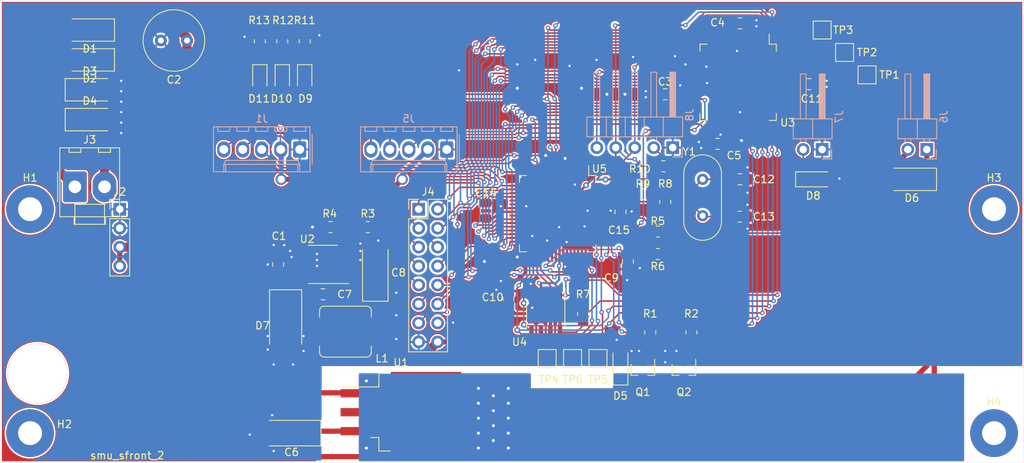
<source format=kicad_pcb>
(kicad_pcb (version 20171130) (host pcbnew 5.1.10-88a1d61d58~88~ubuntu18.04.1)
  (layers (0 F.Cu signal) (31 B.Cu signal) (34 B.Paste user hide) (35 F.Paste user hide) (36 B.SilkS user hide) (37 F.SilkS user) (38 B.Mask user hide) (39 F.Mask user hide) (44 Edge.Cuts user))
  (net 0 "")
  (net 1 GND)
  (net 2 +3V3)
  (net 3 /D_A2)
  (net 4 /ENC_B)
  (net 5 /D_A1)
  (net 6 /ENC_A)
  (net 7 /D_A0)
  (net 8 /E_SO)
  (net 9 /D_CLK)
  (net 10 /E_SI)
  (net 11 /D_OE)
  (net 12 /E_SCK)
  (net 13 /D_LE)
  (net 14 /E_CS)
  (net 15 /D_DI)
  (net 16 +24V)
  (net 17 /ATN1)
  (net 18 /TX1)
  (net 19 /RX1)
  (net 20 /ATN2)
  (net 21 /TX2)
  (net 22 /RX2)
  (net 23 /LED2)
  (net 24 /LED1)
  (net 25 /EE_CS)
  (net 26 /SCL)
  (net 27 /SDA)
  (net 28 /EE_SCK)
  (net 29 /EE_MOSI)
  (net 30 /EE_MISO)
  (net 31 "Net-(TP1-Pad1)")
  (net 32 "Net-(TP2-Pad1)")
  (net 33 "Net-(TP3-Pad1)")
  (net 34 "Net-(J4-Pad14)")
  (net 35 "Net-(R3-Pad2)")
  (net 36 /TH_ADC)
  (net 37 "Net-(D6-Pad2)")
  (net 38 "Net-(D9-Pad1)")
  (net 39 "Net-(D10-Pad1)")
  (net 40 "Net-(Q1-Pad1)")
  (net 41 "Net-(Q2-Pad1)")
  (net 42 /FAN_SPEED)
  (net 43 /FAN_ON)
  (net 44 "Net-(U5-Pad37)")
  (net 45 "Net-(U5-Pad64)")
  (net 46 "Net-(U5-Pad63)")
  (net 47 "Net-(U5-Pad62)")
  (net 48 "Net-(U5-Pad61)")
  (net 49 "Net-(U5-Pad55)")
  (net 50 "Net-(U5-Pad54)")
  (net 51 "Net-(U5-Pad53)")
  (net 52 /PG1)
  (net 53 /RST)
  (net 54 /PG2)
  (net 55 /X1)
  (net 56 /X2)
  (net 57 "Net-(U5-Pad8)")
  (net 58 "Net-(TP4-Pad1)")
  (net 59 "Net-(TP5-Pad1)")
  (net 60 "Net-(TP6-Pad1)")
  (net 61 "Net-(C6-Pad1)")
  (net 62 "Net-(C7-Pad2)")
  (net 63 "Net-(C7-Pad1)")
  (net 64 "Net-(C11-Pad2)")
  (net 65 "Net-(D1-Pad2)")
  (net 66 "Net-(D2-Pad2)")
  (net 67 "Net-(D5-Pad1)")
  (net 68 "Net-(D8-Pad1)")
  (net 69 "Net-(D11-Pad1)")
  (net 70 "Net-(R9-Pad1)")
  (net 71 "Net-(U2-Pad5)")
  (net 72 "Net-(U2-Pad3)")
  (net 73 "Net-(U2-Pad2)")
  (net 74 "Net-(U3-Pad64)")
  (net 75 "Net-(U3-Pad63)")
  (net 76 "Net-(U3-Pad59)")
  (net 77 "Net-(U3-Pad58)")
  (net 78 "Net-(U3-Pad55)")
  (net 79 "Net-(U3-Pad54)")
  (net 80 "Net-(U3-Pad53)")
  (net 81 "Net-(U3-Pad52)")
  (net 82 "Net-(U3-Pad51)")
  (net 83 "Net-(U3-Pad50)")
  (net 84 "Net-(U3-Pad49)")
  (net 85 "Net-(U3-Pad48)")
  (net 86 "Net-(U3-Pad37)")
  (net 87 "Net-(U3-Pad36)")
  (net 88 "Net-(U3-Pad8)")
  (net 89 "Net-(U3-Pad6)")
  (net 90 "Net-(U3-Pad5)")
  (net 91 "Net-(U3-Pad4)")
  (net 92 "Net-(U5-Pad45)")
  (net 93 "Net-(U5-Pad44)")
  (net 94 "Net-(U5-Pad43)")
  (net 95 "Net-(U5-Pad39)")
  (net 96 "Net-(U5-Pad38)")
  (net 97 "Net-(U5-Pad25)")
  (net 98 "Net-(U5-Pad22)")
  (net 99 "Net-(U5-Pad21)")
  (net 100 "Net-(U5-Pad16)")
  (net 101 "Net-(U5-Pad12)")
  (net 102 "Net-(U5-Pad11)")
  (net 103 "Net-(U5-Pad7)")
  (module TestPoint:TestPoint_Pad_2.0x2.0mm (layer F.Cu) (at 110 4 90)
    (fp_text reference TP3 (at 0 2.8 180) (layer F.SilkS))
    (fp_text value TestPoint)
    (pad 1 smd rect (at 0 0 90) (size 2 2) (layers F.Cu F.Mask) (net 33 "Net-(TP3-Pad1)"))
  )
  (module TestPoint:TestPoint_Pad_2.0x2.0mm (layer F.Cu) (at 113 7 90)
    (fp_text reference TP2 (at 0 3 180) (layer F.SilkS))
    (fp_text value TestPoint)
    (pad 1 smd rect (at 0 0 90) (size 2 2) (layers F.Cu F.Mask) (net 32 "Net-(TP2-Pad1)"))
  )
  (module TestPoint:TestPoint_Pad_2.0x2.0mm (layer F.Cu) (at 116 10 90)
    (fp_text reference TP1 (at 0 3 180) (layer F.SilkS))
    (fp_text value TestPoint)
    (pad 1 smd rect (at 0 0 90) (size 2 2) (layers F.Cu F.Mask) (net 31 "Net-(TP1-Pad1)"))
  )
  (module Capacitor_SMD:C_0805_2012Metric_Pad1.18x1.45mm_HandSolder (layer F.Cu) (at 96 19.25)
    (fp_text reference C5 (at 2.2 1.55) (layer F.SilkS))
    (fp_text value 100n)
    (pad 2 smd roundrect (at 1.0375 0) (size 1.175 1.45) (layers F.Cu F.Paste F.Mask) (roundrect_rratio 0.2127659574468085) (net 2 +3V3))
    (pad 1 smd roundrect (at -1.0375 0) (size 1.175 1.45) (layers F.Cu F.Paste F.Mask) (roundrect_rratio 0.2127659574468085) (net 1 GND))
  )
  (module Capacitor_SMD:C_0805_2012Metric_Pad1.18x1.45mm_HandSolder (layer F.Cu) (at 99 3.1 180)
    (fp_text reference C4 (at 3 0.1) (layer F.SilkS))
    (fp_text value 100n)
    (pad 2 smd roundrect (at 1.0375 0 180) (size 1.175 1.45) (layers F.Cu F.Paste F.Mask) (roundrect_rratio 0.2127659574468085) (net 2 +3V3))
    (pad 1 smd roundrect (at -1.0375 0 180) (size 1.175 1.45) (layers F.Cu F.Paste F.Mask) (roundrect_rratio 0.2127659574468085) (net 1 GND))
  )
  (module Capacitor_SMD:C_0805_2012Metric_Pad1.18x1.45mm_HandSolder (layer F.Cu) (at 89 12.6)
    (fp_text reference C3 (at 0 -1.68) (layer F.SilkS))
    (fp_text value 100n)
    (pad 2 smd roundrect (at 1.0375 0) (size 1.175 1.45) (layers F.Cu F.Paste F.Mask) (roundrect_rratio 0.2127659574468085) (net 2 +3V3))
    (pad 1 smd roundrect (at -1.0375 0) (size 1.175 1.45) (layers F.Cu F.Paste F.Mask) (roundrect_rratio 0.2127659574468085) (net 1 GND))
  )
  (module Capacitor_SMD:C_0805_2012Metric_Pad1.18x1.45mm_HandSolder (layer F.Cu) (at 108.25 11.25 180)
    (fp_text reference C11 (at -0.35 -1.95) (layer F.SilkS))
    (fp_text value 10u)
    (pad 2 smd roundrect (at 1.0375 0 180) (size 1.175 1.45) (layers F.Cu F.Paste F.Mask) (roundrect_rratio 0.2127659574468085) (net 64 "Net-(C11-Pad2)"))
    (pad 1 smd roundrect (at -1.0375 0 180) (size 1.175 1.45) (layers F.Cu F.Paste F.Mask) (roundrect_rratio 0.2127659574468085) (net 1 GND))
  )
  (module Connector_PinHeader_2.54mm:PinHeader_1x05_P2.54mm_Horizontal (layer B.Cu) (at 90 19.75 90)
    (fp_text reference J8 (at 4.385 2.27 90) (layer B.SilkS) (effects (justify mirror)))
    (fp_text value Conn_01x05_Male)
    (pad 5 thru_hole oval (at 0 -10.16 90) (size 1.7 1.7) (drill 1) (layers *.Cu *.Mask) (net 52 /PG1))
    (pad 4 thru_hole oval (at 0 -7.62 90) (size 1.7 1.7) (drill 1) (layers *.Cu *.Mask) (net 53 /RST))
    (pad 3 thru_hole oval (at 0 -5.08 90) (size 1.7 1.7) (drill 1) (layers *.Cu *.Mask) (net 54 /PG2))
    (pad 2 thru_hole oval (at 0 -2.54 90) (size 1.7 1.7) (drill 1) (layers *.Cu *.Mask) (net 2 +3V3))
    (pad 1 thru_hole rect (at 0 0 90) (size 1.7 1.7) (drill 1) (layers *.Cu *.Mask) (net 1 GND))
  )
  (module Package_QFP:LQFP-64_10x10mm_P0.5mm (layer F.Cu) (at 98.75 11 270)
    (fp_text reference U3 (at 5.4 -6.65 180) (layer F.SilkS))
    (fp_text value PIC24FJxxGA006)
    (pad 64 smd roundrect (at -3.75 -5.675 270) (size 0.3 1.55) (layers F.Cu F.Paste F.Mask) (net 74 "Net-(U3-Pad64)"))
    (pad 63 smd roundrect (at -3.25 -5.675 270) (size 0.3 1.55) (layers F.Cu F.Paste F.Mask) (net 75 "Net-(U3-Pad63)"))
    (pad 62 smd roundrect (at -2.75 -5.675 270) (size 0.3 1.55) (layers F.Cu F.Paste F.Mask) (net 33 "Net-(TP3-Pad1)"))
    (pad 61 smd roundrect (at -2.25 -5.675 270) (size 0.3 1.55) (layers F.Cu F.Paste F.Mask) (net 32 "Net-(TP2-Pad1)"))
    (pad 60 smd roundrect (at -1.75 -5.675 270) (size 0.3 1.55) (layers F.Cu F.Paste F.Mask) (net 31 "Net-(TP1-Pad1)"))
    (pad 59 smd roundrect (at -1.25 -5.675 270) (size 0.3 1.55) (layers F.Cu F.Paste F.Mask) (net 76 "Net-(U3-Pad59)"))
    (pad 58 smd roundrect (at -0.75 -5.675 270) (size 0.3 1.55) (layers F.Cu F.Paste F.Mask) (net 77 "Net-(U3-Pad58)"))
    (pad 57 smd roundrect (at -0.25 -5.675 270) (size 0.3 1.55) (layers F.Cu F.Paste F.Mask) (net 2 +3V3))
    (pad 56 smd roundrect (at 0.25 -5.675 270) (size 0.3 1.55) (layers F.Cu F.Paste F.Mask) (net 64 "Net-(C11-Pad2)"))
    (pad 55 smd roundrect (at 0.75 -5.675 270) (size 0.3 1.55) (layers F.Cu F.Paste F.Mask) (net 78 "Net-(U3-Pad55)"))
    (pad 54 smd roundrect (at 1.25 -5.675 270) (size 0.3 1.55) (layers F.Cu F.Paste F.Mask) (net 79 "Net-(U3-Pad54)"))
    (pad 53 smd roundrect (at 1.75 -5.675 270) (size 0.3 1.55) (layers F.Cu F.Paste F.Mask) (net 80 "Net-(U3-Pad53)"))
    (pad 52 smd roundrect (at 2.25 -5.675 270) (size 0.3 1.55) (layers F.Cu F.Paste F.Mask) (net 81 "Net-(U3-Pad52)"))
    (pad 51 smd roundrect (at 2.75 -5.675 270) (size 0.3 1.55) (layers F.Cu F.Paste F.Mask) (net 82 "Net-(U3-Pad51)"))
    (pad 50 smd roundrect (at 3.25 -5.675 270) (size 0.3 1.55) (layers F.Cu F.Paste F.Mask) (net 83 "Net-(U3-Pad50)"))
    (pad 49 smd roundrect (at 3.75 -5.675 270) (size 0.3 1.55) (layers F.Cu F.Paste F.Mask) (net 84 "Net-(U3-Pad49)"))
    (pad 48 smd roundrect (at 5.675 -3.75 270) (size 1.55 0.3) (layers F.Cu F.Paste F.Mask) (net 85 "Net-(U3-Pad48)"))
    (pad 47 smd roundrect (at 5.675 -3.25 270) (size 1.55 0.3) (layers F.Cu F.Paste F.Mask) (net 25 /EE_CS))
    (pad 46 smd roundrect (at 5.675 -2.75 270) (size 1.55 0.3) (layers F.Cu F.Paste F.Mask) (net 30 /EE_MISO))
    (pad 45 smd roundrect (at 5.675 -2.25 270) (size 1.55 0.3) (layers F.Cu F.Paste F.Mask) (net 29 /EE_MOSI))
    (pad 44 smd roundrect (at 5.675 -1.75 270) (size 1.55 0.3) (layers F.Cu F.Paste F.Mask) (net 28 /EE_SCK))
    (pad 43 smd roundrect (at 5.675 -1.25 270) (size 1.55 0.3) (layers F.Cu F.Paste F.Mask) (net 42 /FAN_SPEED))
    (pad 42 smd roundrect (at 5.675 -0.75 270) (size 1.55 0.3) (layers F.Cu F.Paste F.Mask) (net 43 /FAN_ON))
    (pad 41 smd roundrect (at 5.675 -0.25 270) (size 1.55 0.3) (layers F.Cu F.Paste F.Mask) (net 1 GND))
    (pad 40 smd roundrect (at 5.675 0.25 270) (size 1.55 0.3) (layers F.Cu F.Paste F.Mask) (net 56 /X2))
    (pad 39 smd roundrect (at 5.675 0.75 270) (size 1.55 0.3) (layers F.Cu F.Paste F.Mask) (net 55 /X1))
    (pad 38 smd roundrect (at 5.675 1.25 270) (size 1.55 0.3) (layers F.Cu F.Paste F.Mask) (net 2 +3V3))
    (pad 37 smd roundrect (at 5.675 1.75 270) (size 1.55 0.3) (layers F.Cu F.Paste F.Mask) (net 86 "Net-(U3-Pad37)"))
    (pad 36 smd roundrect (at 5.675 2.25 270) (size 1.55 0.3) (layers F.Cu F.Paste F.Mask) (net 87 "Net-(U3-Pad36)"))
    (pad 35 smd roundrect (at 5.675 2.75 270) (size 1.55 0.3) (layers F.Cu F.Paste F.Mask) (net 20 /ATN2))
    (pad 34 smd roundrect (at 5.675 3.25 270) (size 1.55 0.3) (layers F.Cu F.Paste F.Mask) (net 19 /RX1))
    (pad 33 smd roundrect (at 5.675 3.75 270) (size 1.55 0.3) (layers F.Cu F.Paste F.Mask) (net 18 /TX1))
    (pad 32 smd roundrect (at 3.75 5.675 270) (size 0.3 1.55) (layers F.Cu F.Paste F.Mask) (net 21 /TX2))
    (pad 31 smd roundrect (at 3.25 5.675 270) (size 0.3 1.55) (layers F.Cu F.Paste F.Mask) (net 22 /RX2))
    (pad 30 smd roundrect (at 2.75 5.675 270) (size 0.3 1.55) (layers F.Cu F.Paste F.Mask) (net 17 /ATN1))
    (pad 29 smd roundrect (at 2.25 5.675 270) (size 0.3 1.55) (layers F.Cu F.Paste F.Mask) (net 36 /TH_ADC))
    (pad 28 smd roundrect (at 1.75 5.675 270) (size 0.3 1.55) (layers F.Cu F.Paste F.Mask) (net 3 /D_A2))
    (pad 27 smd roundrect (at 1.25 5.675 270) (size 0.3 1.55) (layers F.Cu F.Paste F.Mask) (net 5 /D_A1))
    (pad 26 smd roundrect (at 0.75 5.675 270) (size 0.3 1.55) (layers F.Cu F.Paste F.Mask) (net 2 +3V3))
    (pad 25 smd roundrect (at 0.25 5.675 270) (size 0.3 1.55) (layers F.Cu F.Paste F.Mask) (net 1 GND))
    (pad 24 smd roundrect (at -0.25 5.675 270) (size 0.3 1.55) (layers F.Cu F.Paste F.Mask) (net 9 /D_CLK))
    (pad 23 smd roundrect (at -0.75 5.675 270) (size 0.3 1.55) (layers F.Cu F.Paste F.Mask) (net 11 /D_OE))
    (pad 22 smd roundrect (at -1.25 5.675 270) (size 0.3 1.55) (layers F.Cu F.Paste F.Mask) (net 13 /D_LE))
    (pad 21 smd roundrect (at -1.75 5.675 270) (size 0.3 1.55) (layers F.Cu F.Paste F.Mask) (net 15 /D_DI))
    (pad 20 smd roundrect (at -2.25 5.675 270) (size 0.3 1.55) (layers F.Cu F.Paste F.Mask) (net 1 GND))
    (pad 19 smd roundrect (at -2.75 5.675 270) (size 0.3 1.55) (layers F.Cu F.Paste F.Mask) (net 2 +3V3))
    (pad 18 smd roundrect (at -3.25 5.675 270) (size 0.3 1.55) (layers F.Cu F.Paste F.Mask) (net 52 /PG1))
    (pad 17 smd roundrect (at -3.75 5.675 270) (size 0.3 1.55) (layers F.Cu F.Paste F.Mask) (net 54 /PG2))
    (pad 16 smd roundrect (at -5.675 3.75 270) (size 1.55 0.3) (layers F.Cu F.Paste F.Mask) (net 7 /D_A0))
    (pad 15 smd roundrect (at -5.675 3.25 270) (size 1.55 0.3) (layers F.Cu F.Paste F.Mask) (net 6 /ENC_A))
    (pad 14 smd roundrect (at -5.675 2.75 270) (size 1.55 0.3) (layers F.Cu F.Paste F.Mask) (net 4 /ENC_B))
    (pad 13 smd roundrect (at -5.675 2.25 270) (size 1.55 0.3) (layers F.Cu F.Paste F.Mask) (net 8 /E_SO))
    (pad 12 smd roundrect (at -5.675 1.75 270) (size 1.55 0.3) (layers F.Cu F.Paste F.Mask) (net 10 /E_SI))
    (pad 11 smd roundrect (at -5.675 1.25 270) (size 1.55 0.3) (layers F.Cu F.Paste F.Mask) (net 12 /E_SCK))
    (pad 10 smd roundrect (at -5.675 0.75 270) (size 1.55 0.3) (layers F.Cu F.Paste F.Mask) (net 2 +3V3))
    (pad 9 smd roundrect (at -5.675 0.25 270) (size 1.55 0.3) (layers F.Cu F.Paste F.Mask) (net 1 GND))
    (pad 8 smd roundrect (at -5.675 -0.25 270) (size 1.55 0.3) (layers F.Cu F.Paste F.Mask) (net 88 "Net-(U3-Pad8)"))
    (pad 7 smd roundrect (at -5.675 -0.75 270) (size 1.55 0.3) (layers F.Cu F.Paste F.Mask) (net 53 /RST))
    (pad 6 smd roundrect (at -5.675 -1.25 270) (size 1.55 0.3) (layers F.Cu F.Paste F.Mask) (net 89 "Net-(U3-Pad6)"))
    (pad 5 smd roundrect (at -5.675 -1.75 270) (size 1.55 0.3) (layers F.Cu F.Paste F.Mask) (net 90 "Net-(U3-Pad5)"))
    (pad 4 smd roundrect (at -5.675 -2.25 270) (size 1.55 0.3) (layers F.Cu F.Paste F.Mask) (net 91 "Net-(U3-Pad4)"))
    (pad 3 smd roundrect (at -5.675 -2.75 270) (size 1.55 0.3) (layers F.Cu F.Paste F.Mask) (net 14 /E_CS))
    (pad 2 smd roundrect (at -5.675 -3.25 270) (size 1.55 0.3) (layers F.Cu F.Paste F.Mask) (net 24 /LED1))
    (pad 1 smd roundrect (at -5.675 -3.75 270) (size 1.55 0.3) (layers F.Cu F.Paste F.Mask) (net 23 /LED2))
  )
  (module Capacitor_THT:C_Radial_D8.0mm_H11.5mm_P3.50mm (layer F.Cu) (at 25 5.4 180)
    (fp_text reference C2 (at 1.75 -5.25) (layer F.SilkS))
    (fp_text value CP)
    (pad 2 thru_hole circle (at 3.5 0 180) (size 1.6 1.6) (drill 0.8) (layers *.Cu *.Mask) (net 1 GND))
    (pad 1 thru_hole circle (at 0 0 180) (size 1.6 1.6) (drill 0.8) (layers *.Cu *.Mask) (net 16 +24V))
  )
  (module TestPoint:TestPoint_Pad_2.0x2.0mm (layer F.Cu) (at 76.6 48)
    (fp_text reference TP6 (at 0 2.8) (layer F.SilkS))
    (fp_text value TestPoint)
    (pad 1 smd rect (at 0 0) (size 2 2) (layers F.Cu F.Mask) (net 60 "Net-(TP6-Pad1)"))
  )
  (module Capacitor_SMD:C_0805_2012Metric_Pad1.18x1.45mm_HandSolder (layer F.Cu) (at 84 35 90)
    (fp_text reference C9 (at -2.2 -2.2 180) (layer F.SilkS))
    (fp_text value 10n)
    (pad 2 smd roundrect (at 1.0375 0 90) (size 1.175 1.45) (layers F.Cu F.Paste F.Mask) (roundrect_rratio 0.2127659574468085) (net 36 /TH_ADC))
    (pad 1 smd roundrect (at -1.0375 0 90) (size 1.175 1.45) (layers F.Cu F.Paste F.Mask) (roundrect_rratio 0.2127659574468085) (net 1 GND))
  )
  (module Package_TO_SOT_SMD:TO-263-3_TabPin2 (layer F.Cu) (at 53.625 55.2)
    (fp_text reference U1 (at 0 -6.65) (layer F.SilkS))
    (fp_text value L7808)
    (pad 2 smd rect (at 3.375 0) (size 9.4 10.8) (layers F.Cu F.Mask) (net 67 "Net-(D5-Pad1)"))
    (pad 3 smd rect (at -5.775 2.54) (size 4.6 1.1) (layers F.Cu F.Paste F.Mask) (net 61 "Net-(C6-Pad1)"))
    (pad 2 smd rect (at -5.775 0) (size 4.6 1.1) (layers F.Cu F.Paste F.Mask) (net 67 "Net-(D5-Pad1)"))
    (pad 1 smd rect (at -5.775 -2.54) (size 4.6 1.1) (layers F.Cu F.Paste F.Mask) (net 16 +24V))
  )
  (module Resistor_SMD:R_0805_2012Metric_Pad1.20x1.40mm_HandSolder (layer F.Cu) (at 92.5 44.5 90)
    (fp_text reference R2 (at 2.5 0 180) (layer F.SilkS))
    (fp_text value 2k2)
    (pad 2 smd roundrect (at 1 0 90) (size 1.2 1.4) (layers F.Cu F.Paste F.Mask) (roundrect_rratio 0.2083325) (net 43 /FAN_ON))
    (pad 1 smd roundrect (at -1 0 90) (size 1.2 1.4) (layers F.Cu F.Paste F.Mask) (roundrect_rratio 0.2083325) (net 41 "Net-(Q2-Pad1)"))
  )
  (module Resistor_SMD:R_0805_2012Metric_Pad1.20x1.40mm_HandSolder (layer F.Cu) (at 88 34 180)
    (fp_text reference R6 (at 0 -1.65) (layer F.SilkS))
    (fp_text value 2k2)
    (pad 2 smd roundrect (at 1 0 180) (size 1.2 1.4) (layers F.Cu F.Paste F.Mask) (roundrect_rratio 0.2083325) (net 36 /TH_ADC))
    (pad 1 smd roundrect (at -1 0 180) (size 1.2 1.4) (layers F.Cu F.Paste F.Mask) (roundrect_rratio 0.2083325) (net 68 "Net-(D8-Pad1)"))
  )
  (module Resistor_SMD:R_0805_2012Metric_Pad1.20x1.40mm_HandSolder (layer F.Cu) (at 88 31 180)
    (fp_text reference R5 (at 0 1.4) (layer F.SilkS))
    (fp_text value 2k2)
    (pad 2 smd roundrect (at 1 0 180) (size 1.2 1.4) (layers F.Cu F.Paste F.Mask) (roundrect_rratio 0.2083325) (net 2 +3V3))
    (pad 1 smd roundrect (at -1 0 180) (size 1.2 1.4) (layers F.Cu F.Paste F.Mask) (roundrect_rratio 0.2083325) (net 68 "Net-(D8-Pad1)"))
  )
  (module Resistor_SMD:R_0805_2012Metric_Pad1.20x1.40mm_HandSolder (layer F.Cu) (at 87 44.5 90)
    (fp_text reference R1 (at 2.5 0 180) (layer F.SilkS))
    (fp_text value 2k2)
    (pad 2 smd roundrect (at 1 0 90) (size 1.2 1.4) (layers F.Cu F.Paste F.Mask) (roundrect_rratio 0.2083325) (net 42 /FAN_SPEED))
    (pad 1 smd roundrect (at -1 0 90) (size 1.2 1.4) (layers F.Cu F.Paste F.Mask) (roundrect_rratio 0.2083325) (net 40 "Net-(Q1-Pad1)"))
  )
  (module Package_TO_SOT_SMD:SOT-23 (layer F.Cu) (at 91.5 49.5 270)
    (fp_text reference Q2 (at 3 0 180) (layer F.SilkS))
    (fp_text value BC817)
    (pad 3 smd rect (at 1 0 270) (size 0.9 0.8) (layers F.Cu F.Paste F.Mask) (net 37 "Net-(D6-Pad2)"))
    (pad 2 smd rect (at -1 0.95 270) (size 0.9 0.8) (layers F.Cu F.Paste F.Mask) (net 1 GND))
    (pad 1 smd rect (at -1 -0.95 270) (size 0.9 0.8) (layers F.Cu F.Paste F.Mask) (net 41 "Net-(Q2-Pad1)"))
  )
  (module Package_TO_SOT_SMD:SOT-23 (layer F.Cu) (at 86 49.5 270)
    (fp_text reference Q1 (at 3 0 180) (layer F.SilkS))
    (fp_text value BC817)
    (pad 3 smd rect (at 1 0 270) (size 0.9 0.8) (layers F.Cu F.Paste F.Mask) (net 67 "Net-(D5-Pad1)"))
    (pad 2 smd rect (at -1 0.95 270) (size 0.9 0.8) (layers F.Cu F.Paste F.Mask) (net 1 GND))
    (pad 1 smd rect (at -1 -0.95 270) (size 0.9 0.8) (layers F.Cu F.Paste F.Mask) (net 40 "Net-(Q1-Pad1)"))
  )
  (module Connector_PinHeader_2.54mm:PinHeader_1x02_P2.54mm_Horizontal (layer B.Cu) (at 124 20 90)
    (fp_text reference J6 (at 4.385 2.27 270) (layer B.SilkS) (effects (justify mirror)))
    (fp_text value Conn_01x02_Male)
    (pad 2 thru_hole oval (at 0 -2.54 90) (size 1.7 1.7) (drill 1) (layers *.Cu *.Mask) (net 37 "Net-(D6-Pad2)"))
    (pad 1 thru_hole rect (at 0 0 90) (size 1.7 1.7) (drill 1) (layers *.Cu *.Mask) (net 61 "Net-(C6-Pad1)"))
  )
  (module Connector_PinHeader_2.54mm:PinHeader_1x02_P2.54mm_Horizontal (layer B.Cu) (at 110 20 90)
    (fp_text reference J7 (at 4.385 2.27 270) (layer B.SilkS) (effects (justify mirror)))
    (fp_text value Conn_01x02_Male)
    (pad 2 thru_hole oval (at 0 -2.54 90) (size 1.7 1.7) (drill 1) (layers *.Cu *.Mask) (net 68 "Net-(D8-Pad1)"))
    (pad 1 thru_hole rect (at 0 0 90) (size 1.7 1.7) (drill 1) (layers *.Cu *.Mask) (net 1 GND))
  )
  (module Diode_SMD:D_MELF (layer F.Cu) (at 122 24 180)
    (fp_text reference D6 (at 0 -2.5) (layer F.SilkS))
    (fp_text value SM4007)
    (pad 2 smd rect (at 2.4 0 180) (size 1.5 2.7) (layers F.Cu F.Paste F.Mask) (net 37 "Net-(D6-Pad2)"))
    (pad 1 smd rect (at -2.4 0 180) (size 1.5 2.7) (layers F.Cu F.Paste F.Mask) (net 61 "Net-(C6-Pad1)"))
  )
  (module Diode_SMD:D_MiniMELF (layer F.Cu) (at 83 49 90)
    (fp_text reference D5 (at -4 0 180) (layer F.SilkS))
    (fp_text value D_Zener)
    (pad 2 smd rect (at 1.75 0 90) (size 1.3 1.7) (layers F.Cu F.Paste F.Mask) (net 1 GND))
    (pad 1 smd rect (at -1.75 0 90) (size 1.3 1.7) (layers F.Cu F.Paste F.Mask) (net 67 "Net-(D5-Pad1)"))
  )
  (module Diode_SMD:D_MiniMELF (layer F.Cu) (at 109 24)
    (fp_text reference D8 (at -0.2 2.2) (layer F.SilkS))
    (fp_text value D_Zener)
    (pad 2 smd rect (at 1.75 0) (size 1.3 1.7) (layers F.Cu F.Paste F.Mask) (net 1 GND))
    (pad 1 smd rect (at -1.75 0) (size 1.3 1.7) (layers F.Cu F.Paste F.Mask) (net 68 "Net-(D8-Pad1)"))
  )
  (module Diode_SMD:D_MELF (layer F.Cu) (at 12 16)
    (fp_text reference D4 (at 0 -2.5) (layer F.SilkS))
    (fp_text value SM4007)
    (pad 2 smd rect (at 2.4 0) (size 1.5 2.7) (layers F.Cu F.Paste F.Mask) (net 1 GND))
    (pad 1 smd rect (at -2.4 0) (size 1.5 2.7) (layers F.Cu F.Paste F.Mask) (net 66 "Net-(D2-Pad2)"))
  )
  (module Diode_SMD:D_MELF (layer F.Cu) (at 12 12)
    (fp_text reference D3 (at 0 -2.5) (layer F.SilkS))
    (fp_text value SM4007)
    (pad 2 smd rect (at 2.4 0) (size 1.5 2.7) (layers F.Cu F.Paste F.Mask) (net 1 GND))
    (pad 1 smd rect (at -2.4 0) (size 1.5 2.7) (layers F.Cu F.Paste F.Mask) (net 65 "Net-(D1-Pad2)"))
  )
  (module Diode_SMD:D_MELF (layer F.Cu) (at 12 8 180)
    (fp_text reference D2 (at 0 -2.5) (layer F.SilkS))
    (fp_text value SM4007)
    (pad 2 smd rect (at 2.4 0 180) (size 1.5 2.7) (layers F.Cu F.Paste F.Mask) (net 66 "Net-(D2-Pad2)"))
    (pad 1 smd rect (at -2.4 0 180) (size 1.5 2.7) (layers F.Cu F.Paste F.Mask) (net 16 +24V))
  )
  (module Diode_SMD:D_MELF (layer F.Cu) (at 12 4 180)
    (fp_text reference D1 (at 0 -2.5) (layer F.SilkS))
    (fp_text value SM4007)
    (pad 2 smd rect (at 2.4 0 180) (size 1.5 2.7) (layers F.Cu F.Paste F.Mask) (net 65 "Net-(D1-Pad2)"))
    (pad 1 smd rect (at -2.4 0 180) (size 1.5 2.7) (layers F.Cu F.Paste F.Mask) (net 16 +24V))
  )
  (module Capacitor_Tantalum_SMD:CP_EIA-6032-28_Kemet-C_Pad2.25x2.35mm_HandSolder (layer F.Cu) (at 39 58 180)
    (fp_text reference C6 (at 0 -2.55) (layer F.SilkS))
    (fp_text value 47u)
    (pad 2 smd roundrect (at 2.55 0 180) (size 2.25 2.35) (layers F.Cu F.Paste F.Mask) (roundrect_rratio 0.1111106666666667) (net 1 GND))
    (pad 1 smd roundrect (at -2.55 0 180) (size 2.25 2.35) (layers F.Cu F.Paste F.Mask) (roundrect_rratio 0.1111106666666667) (net 61 "Net-(C6-Pad1)"))
  )
  (module TestPoint:TestPoint_Pad_2.0x2.0mm (layer F.Cu) (at 80 48)
    (fp_text reference TP5 (at 0 2.8) (layer F.SilkS))
    (fp_text value TestPoint)
    (pad 1 smd rect (at 0 0) (size 2 2) (layers F.Cu F.Mask) (net 59 "Net-(TP5-Pad1)"))
  )
  (module TestPoint:TestPoint_Pad_2.0x2.0mm (layer F.Cu) (at 73.2 48)
    (fp_text reference TP4 (at 0.2 2.8) (layer F.SilkS))
    (fp_text value TestPoint)
    (pad 1 smd rect (at 0 0) (size 2 2) (layers F.Cu F.Mask) (net 58 "Net-(TP4-Pad1)"))
  )
  (module Package_SO:SOIC-8_3.9x4.9mm_P1.27mm (layer F.Cu) (at 73 42 270)
    (fp_text reference U4 (at 3.8 3.5 180) (layer F.SilkS))
    (fp_text value 25LCxxx)
    (pad 8 smd roundrect (at 2.475 -1.905 270) (size 1.95 0.6) (layers F.Cu F.Paste F.Mask) (net 2 +3V3))
    (pad 7 smd roundrect (at 2.475 -0.635 270) (size 1.95 0.6) (layers F.Cu F.Paste F.Mask) (net 2 +3V3))
    (pad 6 smd roundrect (at 2.475 0.635 270) (size 1.95 0.6) (layers F.Cu F.Paste F.Mask) (net 28 /EE_SCK))
    (pad 5 smd roundrect (at 2.475 1.905 270) (size 1.95 0.6) (layers F.Cu F.Paste F.Mask) (net 29 /EE_MOSI))
    (pad 4 smd roundrect (at -2.475 1.905 270) (size 1.95 0.6) (layers F.Cu F.Paste F.Mask) (net 1 GND))
    (pad 3 smd roundrect (at -2.475 0.635 270) (size 1.95 0.6) (layers F.Cu F.Paste F.Mask) (net 2 +3V3))
    (pad 2 smd roundrect (at -2.475 -0.635 270) (size 1.95 0.6) (layers F.Cu F.Paste F.Mask) (net 30 /EE_MISO))
    (pad 1 smd roundrect (at -2.475 -1.905 270) (size 1.95 0.6) (layers F.Cu F.Paste F.Mask) (net 25 /EE_CS))
  )
  (module Resistor_SMD:R_0805_2012Metric_Pad1.20x1.40mm_HandSolder (layer F.Cu) (at 78 42 90)
    (fp_text reference R7 (at 2.6 0 180) (layer F.SilkS))
    (fp_text value 10k)
    (pad 2 smd roundrect (at 1 0 90) (size 1.2 1.4) (layers F.Cu F.Paste F.Mask) (roundrect_rratio 0.2083325) (net 25 /EE_CS))
    (pad 1 smd roundrect (at -1 0 90) (size 1.2 1.4) (layers F.Cu F.Paste F.Mask) (roundrect_rratio 0.2083325) (net 2 +3V3))
  )
  (module Capacitor_SMD:C_0805_2012Metric_Pad1.18x1.45mm_HandSolder (layer F.Cu) (at 68 40 270)
    (fp_text reference C10 (at -0.2 2.1 180) (layer F.SilkS))
    (fp_text value 100n)
    (pad 2 smd roundrect (at 1.0375 0 270) (size 1.175 1.45) (layers F.Cu F.Paste F.Mask) (roundrect_rratio 0.2127659574468085) (net 2 +3V3))
    (pad 1 smd roundrect (at -1.0375 0 270) (size 1.175 1.45) (layers F.Cu F.Paste F.Mask) (roundrect_rratio 0.2127659574468085) (net 1 GND))
  )
  (module Resistor_SMD:R_0805_2012Metric_Pad1.20x1.40mm_HandSolder (layer F.Cu) (at 34.75 5.5 270)
    (fp_text reference R13 (at -2.8 0.1 180) (layer F.SilkS))
    (fp_text value 510R)
    (pad 2 smd roundrect (at 1 0 270) (size 1.2 1.4) (layers F.Cu F.Paste F.Mask) (roundrect_rratio 0.2083325) (net 69 "Net-(D11-Pad1)"))
    (pad 1 smd roundrect (at -1 0 270) (size 1.2 1.4) (layers F.Cu F.Paste F.Mask) (roundrect_rratio 0.2083325) (net 1 GND))
  )
  (module Resistor_SMD:R_0805_2012Metric_Pad1.20x1.40mm_HandSolder (layer F.Cu) (at 37.75 5.5 270)
    (fp_text reference R12 (at -2.8 -0.1 180) (layer F.SilkS))
    (fp_text value 510R)
    (pad 2 smd roundrect (at 1 0 270) (size 1.2 1.4) (layers F.Cu F.Paste F.Mask) (roundrect_rratio 0.2083325) (net 39 "Net-(D10-Pad1)"))
    (pad 1 smd roundrect (at -1 0 270) (size 1.2 1.4) (layers F.Cu F.Paste F.Mask) (roundrect_rratio 0.2083325) (net 1 GND))
  )
  (module Resistor_SMD:R_0805_2012Metric_Pad1.20x1.40mm_HandSolder (layer F.Cu) (at 40.75 5.5 270)
    (fp_text reference R11 (at -2.8 0 180) (layer F.SilkS))
    (fp_text value 510R)
    (pad 2 smd roundrect (at 1 0 270) (size 1.2 1.4) (layers F.Cu F.Paste F.Mask) (roundrect_rratio 0.2083325) (net 38 "Net-(D9-Pad1)"))
    (pad 1 smd roundrect (at -1 0 270) (size 1.2 1.4) (layers F.Cu F.Paste F.Mask) (roundrect_rratio 0.2083325) (net 1 GND))
  )
  (module LED_SMD:LED_0805_2012Metric_Pad1.15x1.40mm_HandSolder (layer F.Cu) (at 34.75 10.5 270)
    (fp_text reference D11 (at 2.7 0.1 180) (layer F.SilkS))
    (fp_text value LED)
    (pad 2 smd roundrect (at 1.025 0 270) (size 1.15 1.4) (layers F.Cu F.Paste F.Mask) (roundrect_rratio 0.2173904347826087) (net 2 +3V3))
    (pad 1 smd roundrect (at -1.025 0 270) (size 1.15 1.4) (layers F.Cu F.Paste F.Mask) (roundrect_rratio 0.2173904347826087) (net 69 "Net-(D11-Pad1)"))
  )
  (module LED_SMD:LED_0805_2012Metric_Pad1.15x1.40mm_HandSolder (layer F.Cu) (at 37.75 10.5 270)
    (fp_text reference D10 (at 2.7 0.1 180) (layer F.SilkS))
    (fp_text value LED)
    (pad 2 smd roundrect (at 1.025 0 270) (size 1.15 1.4) (layers F.Cu F.Paste F.Mask) (roundrect_rratio 0.2173904347826087) (net 24 /LED1))
    (pad 1 smd roundrect (at -1.025 0 270) (size 1.15 1.4) (layers F.Cu F.Paste F.Mask) (roundrect_rratio 0.2173904347826087) (net 39 "Net-(D10-Pad1)"))
  )
  (module LED_SMD:LED_0805_2012Metric_Pad1.15x1.40mm_HandSolder (layer F.Cu) (at 40.75 10.5 270)
    (fp_text reference D9 (at 2.7 -0.1 180) (layer F.SilkS))
    (fp_text value LED)
    (pad 2 smd roundrect (at 1.025 0 270) (size 1.15 1.4) (layers F.Cu F.Paste F.Mask) (roundrect_rratio 0.2173904347826087) (net 23 /LED2))
    (pad 1 smd roundrect (at -1.025 0 270) (size 1.15 1.4) (layers F.Cu F.Paste F.Mask) (roundrect_rratio 0.2173904347826087) (net 38 "Net-(D9-Pad1)"))
  )
  (module Crystal:Crystal_HC49-4H_Vertical (layer F.Cu) (at 94 24 270)
    (fp_text reference Y1 (at -3.7 1.8 180) (layer F.SilkS))
    (fp_text value Crystal)
    (pad 2 thru_hole circle (at 4.88 0 270) (size 1.5 1.5) (drill 0.8) (layers *.Cu *.Mask) (net 56 /X2))
    (pad 1 thru_hole circle (at 0 0 270) (size 1.5 1.5) (drill 0.8) (layers *.Cu *.Mask) (net 55 /X1))
  )
  (module Resistor_SMD:R_0805_2012Metric_Pad1.20x1.40mm_HandSolder (layer F.Cu) (at 88.75 22.25 180)
    (fp_text reference R10 (at 3.15 -0.35) (layer F.SilkS))
    (fp_text value 10k)
    (pad 2 smd roundrect (at 1 0 180) (size 1.2 1.4) (layers F.Cu F.Paste F.Mask) (roundrect_rratio 0.2083325) (net 53 /RST))
    (pad 1 smd roundrect (at -1 0 180) (size 1.2 1.4) (layers F.Cu F.Paste F.Mask) (roundrect_rratio 0.2083325) (net 2 +3V3))
  )
  (module Resistor_SMD:R_0805_2012Metric_Pad1.20x1.40mm_HandSolder (layer F.Cu) (at 86 26)
    (fp_text reference R9 (at 0 -1.4) (layer F.SilkS))
    (fp_text value 1k)
    (pad 2 smd roundrect (at 1 0) (size 1.2 1.4) (layers F.Cu F.Paste F.Mask) (roundrect_rratio 0.2083325) (net 55 /X1))
    (pad 1 smd roundrect (at -1 0) (size 1.2 1.4) (layers F.Cu F.Paste F.Mask) (roundrect_rratio 0.2083325) (net 70 "Net-(R9-Pad1)"))
  )
  (module Resistor_SMD:R_0805_2012Metric_Pad1.20x1.40mm_HandSolder (layer F.Cu) (at 89 27 270)
    (fp_text reference R8 (at -2.4 0 180) (layer F.SilkS))
    (fp_text value 1M)
    (pad 2 smd roundrect (at 1 0 270) (size 1.2 1.4) (layers F.Cu F.Paste F.Mask) (roundrect_rratio 0.2083325) (net 56 /X2))
    (pad 1 smd roundrect (at -1 0 270) (size 1.2 1.4) (layers F.Cu F.Paste F.Mask) (roundrect_rratio 0.2083325) (net 55 /X1))
  )
  (module Capacitor_SMD:C_0805_2012Metric_Pad1.18x1.45mm_HandSolder (layer F.Cu) (at 98.9625 29 180)
    (fp_text reference C13 (at -3.2375 0) (layer F.SilkS))
    (fp_text value 22p)
    (pad 2 smd roundrect (at 1.0375 0 180) (size 1.175 1.45) (layers F.Cu F.Paste F.Mask) (roundrect_rratio 0.2127659574468085) (net 56 /X2))
    (pad 1 smd roundrect (at -1.0375 0 180) (size 1.175 1.45) (layers F.Cu F.Paste F.Mask) (roundrect_rratio 0.2127659574468085) (net 1 GND))
  )
  (module Capacitor_SMD:C_0805_2012Metric_Pad1.18x1.45mm_HandSolder (layer F.Cu) (at 99 24 180)
    (fp_text reference C12 (at -3.2 0) (layer F.SilkS))
    (fp_text value 22p)
    (pad 2 smd roundrect (at 1.0375 0 180) (size 1.175 1.45) (layers F.Cu F.Paste F.Mask) (roundrect_rratio 0.2127659574468085) (net 55 /X1))
    (pad 1 smd roundrect (at -1.0375 0 180) (size 1.175 1.45) (layers F.Cu F.Paste F.Mask) (roundrect_rratio 0.2127659574468085) (net 1 GND))
  )
  (module Capacitor_SMD:C_0805_2012Metric_Pad1.18x1.45mm_HandSolder (layer F.Cu) (at 83 28.3625 270)
    (fp_text reference C15 (at 2.4375 0.2 180) (layer F.SilkS))
    (fp_text value 100n)
    (pad 2 smd roundrect (at 1.0375 0 270) (size 1.175 1.45) (layers F.Cu F.Paste F.Mask) (roundrect_rratio 0.2127659574468085) (net 2 +3V3))
    (pad 1 smd roundrect (at -1.0375 0 270) (size 1.175 1.45) (layers F.Cu F.Paste F.Mask) (roundrect_rratio 0.2127659574468085) (net 1 GND))
  )
  (module Capacitor_SMD:C_0805_2012Metric_Pad1.18x1.45mm_HandSolder (layer F.Cu) (at 65 28.2 270)
    (fp_text reference C14 (at -2.4 0 180) (layer F.SilkS))
    (fp_text value 100n)
    (pad 2 smd roundrect (at 1.0375 0 270) (size 1.175 1.45) (layers F.Cu F.Paste F.Mask) (roundrect_rratio 0.2127659574468085) (net 2 +3V3))
    (pad 1 smd roundrect (at -1.0375 0 270) (size 1.175 1.45) (layers F.Cu F.Paste F.Mask) (roundrect_rratio 0.2127659574468085) (net 1 GND))
  )
  (module Connector_Molex:Molex_KK-254_AE-6410-05A_1x05_P2.54mm_Vertical (layer B.Cu) (at 59.76 20 180)
    (fp_text reference J5 (at 5.08 4.12) (layer B.SilkS) (effects (justify mirror)))
    (fp_text value Conn_01x05_Male)
    (pad 5 thru_hole oval (at 10.16 0 180) (size 1.74 2.19) (drill 1.19) (layers *.Cu *.Mask) (net 20 /ATN2))
    (pad 4 thru_hole oval (at 7.62 0 180) (size 1.74 2.19) (drill 1.19) (layers *.Cu *.Mask) (net 21 /TX2))
    (pad 3 thru_hole oval (at 5.08 0 180) (size 1.74 2.19) (drill 1.19) (layers *.Cu *.Mask) (net 22 /RX2))
    (pad 2 thru_hole oval (at 2.54 0 180) (size 1.74 2.19) (drill 1.19) (layers *.Cu *.Mask) (net 2 +3V3))
    (pad 1 thru_hole roundrect (at 0 0 180) (size 1.74 2.19) (drill 1.19) (layers *.Cu *.Mask) (roundrect_rratio 0.1436775862068966) (net 1 GND))
  )
  (module Connector_Molex:Molex_KK-396_A-41791-0002_1x02_P3.96mm_Vertical (layer F.Cu) (at 10 25)
    (fp_text reference J3 (at 1.98 -6.31) (layer F.SilkS))
    (fp_text value Conn_01x02_Male)
    (pad 2 thru_hole oval (at 3.96 0) (size 3.16 4.1) (drill 1.7) (layers *.Cu *.Mask) (net 65 "Net-(D1-Pad2)"))
    (pad 1 thru_hole roundrect (at 0 0) (size 3.16 4.1) (drill 1.7) (layers *.Cu *.Mask) (roundrect_rratio 0.07911392405063292) (net 66 "Net-(D2-Pad2)"))
  )
  (module MountingHole:MountingHole_3.2mm_M3_Pad (layer F.Cu) (at 133 58)
    (fp_text reference H4 (at 0 -4.2) (layer F.SilkS))
    (fp_text value MountingHole)
    (pad 1 thru_hole circle (at 0 0) (size 6.4 6.4) (drill 3.2) (layers *.Cu *.Mask))
  )
  (module MountingHole:MountingHole_3.2mm_M3_Pad (layer F.Cu) (at 133 28)
    (fp_text reference H3 (at 0 -4.2) (layer F.SilkS))
    (fp_text value MountingHole)
    (pad 1 thru_hole circle (at 0 0) (size 6.4 6.4) (drill 3.2) (layers *.Cu *.Mask))
  )
  (module Connector_PinHeader_2.54mm:PinHeader_1x04_P2.54mm_Vertical (layer F.Cu) (at 16 28)
    (fp_text reference J2 (at 0 -2.33) (layer F.SilkS))
    (fp_text value Conn_01x04_Male)
    (pad 4 thru_hole oval (at 0 7.62) (size 1.7 1.7) (drill 1) (layers *.Cu *.Mask) (net 16 +24V))
    (pad 3 thru_hole oval (at 0 5.08) (size 1.7 1.7) (drill 1) (layers *.Cu *.Mask) (net 16 +24V))
    (pad 2 thru_hole oval (at 0 2.54) (size 1.7 1.7) (drill 1) (layers *.Cu *.Mask) (net 1 GND))
    (pad 1 thru_hole rect (at 0 0) (size 1.7 1.7) (drill 1) (layers *.Cu *.Mask) (net 1 GND))
  )
  (module Connector_PinHeader_2.54mm:PinHeader_2x08_P2.54mm_Vertical (layer F.Cu) (at 56 28)
    (fp_text reference J4 (at 1.27 -2.33) (layer F.SilkS))
    (fp_text value Conn_02x08_Odd_Even)
    (pad 16 thru_hole oval (at 2.54 17.78) (size 1.7 1.7) (drill 1) (layers *.Cu *.Mask) (net 2 +3V3))
    (pad 15 thru_hole oval (at 0 17.78) (size 1.7 1.7) (drill 1) (layers *.Cu *.Mask) (net 1 GND))
    (pad 14 thru_hole oval (at 2.54 15.24) (size 1.7 1.7) (drill 1) (layers *.Cu *.Mask) (net 34 "Net-(J4-Pad14)"))
    (pad 13 thru_hole oval (at 0 15.24) (size 1.7 1.7) (drill 1) (layers *.Cu *.Mask) (net 3 /D_A2))
    (pad 12 thru_hole oval (at 2.54 12.7) (size 1.7 1.7) (drill 1) (layers *.Cu *.Mask) (net 4 /ENC_B))
    (pad 11 thru_hole oval (at 0 12.7) (size 1.7 1.7) (drill 1) (layers *.Cu *.Mask) (net 5 /D_A1))
    (pad 10 thru_hole oval (at 2.54 10.16) (size 1.7 1.7) (drill 1) (layers *.Cu *.Mask) (net 6 /ENC_A))
    (pad 9 thru_hole oval (at 0 10.16) (size 1.7 1.7) (drill 1) (layers *.Cu *.Mask) (net 7 /D_A0))
    (pad 8 thru_hole oval (at 2.54 7.62) (size 1.7 1.7) (drill 1) (layers *.Cu *.Mask) (net 8 /E_SO))
    (pad 7 thru_hole oval (at 0 7.62) (size 1.7 1.7) (drill 1) (layers *.Cu *.Mask) (net 9 /D_CLK))
    (pad 6 thru_hole oval (at 2.54 5.08) (size 1.7 1.7) (drill 1) (layers *.Cu *.Mask) (net 10 /E_SI))
    (pad 5 thru_hole oval (at 0 5.08) (size 1.7 1.7) (drill 1) (layers *.Cu *.Mask) (net 11 /D_OE))
    (pad 4 thru_hole oval (at 2.54 2.54) (size 1.7 1.7) (drill 1) (layers *.Cu *.Mask) (net 12 /E_SCK))
    (pad 3 thru_hole oval (at 0 2.54) (size 1.7 1.7) (drill 1) (layers *.Cu *.Mask) (net 13 /D_LE))
    (pad 2 thru_hole oval (at 2.54 0) (size 1.7 1.7) (drill 1) (layers *.Cu *.Mask) (net 14 /E_CS))
    (pad 1 thru_hole rect (at 0 0) (size 1.7 1.7) (drill 1) (layers *.Cu *.Mask) (net 15 /D_DI))
  )
  (module Package_SO:SOIC-8_3.9x4.9mm_P1.27mm (layer F.Cu) (at 43.2 35.4 180)
    (fp_text reference U2 (at 2.1 3.4) (layer F.SilkS))
    (fp_text value TPS5420D)
    (pad 8 smd roundrect (at 2.475 -1.905 180) (size 1.95 0.6) (layers F.Cu F.Paste F.Mask) (net 63 "Net-(C7-Pad1)"))
    (pad 7 smd roundrect (at 2.475 -0.635 180) (size 1.95 0.6) (layers F.Cu F.Paste F.Mask) (net 16 +24V))
    (pad 6 smd roundrect (at 2.475 0.635 180) (size 1.95 0.6) (layers F.Cu F.Paste F.Mask) (net 1 GND))
    (pad 5 smd roundrect (at 2.475 1.905 180) (size 1.95 0.6) (layers F.Cu F.Paste F.Mask) (net 71 "Net-(U2-Pad5)"))
    (pad 4 smd roundrect (at -2.475 1.905 180) (size 1.95 0.6) (layers F.Cu F.Paste F.Mask) (net 35 "Net-(R3-Pad2)"))
    (pad 3 smd roundrect (at -2.475 0.635 180) (size 1.95 0.6) (layers F.Cu F.Paste F.Mask) (net 72 "Net-(U2-Pad3)"))
    (pad 2 smd roundrect (at -2.475 -0.635 180) (size 1.95 0.6) (layers F.Cu F.Paste F.Mask) (net 73 "Net-(U2-Pad2)"))
    (pad 1 smd roundrect (at -2.475 -1.905 180) (size 1.95 0.6) (layers F.Cu F.Paste F.Mask) (net 62 "Net-(C7-Pad2)"))
  )
  (module Resistor_SMD:R_0805_2012Metric_Pad1.20x1.40mm_HandSolder (layer F.Cu) (at 44.2 30.4 180)
    (fp_text reference R4 (at 0.1 1.8) (layer F.SilkS))
    (fp_text value 5k6)
    (pad 2 smd roundrect (at 1 0 180) (size 1.2 1.4) (layers F.Cu F.Paste F.Mask) (roundrect_rratio 0.2083325) (net 1 GND))
    (pad 1 smd roundrect (at -1 0 180) (size 1.2 1.4) (layers F.Cu F.Paste F.Mask) (roundrect_rratio 0.2083325) (net 35 "Net-(R3-Pad2)"))
  )
  (module Resistor_SMD:R_0805_2012Metric_Pad1.20x1.40mm_HandSolder (layer F.Cu) (at 49.2 30.4 180)
    (fp_text reference R3 (at 0 1.8) (layer F.SilkS))
    (fp_text value 10k)
    (pad 2 smd roundrect (at 1 0 180) (size 1.2 1.4) (layers F.Cu F.Paste F.Mask) (roundrect_rratio 0.2083325) (net 35 "Net-(R3-Pad2)"))
    (pad 1 smd roundrect (at -1 0 180) (size 1.2 1.4) (layers F.Cu F.Paste F.Mask) (roundrect_rratio 0.2083325) (net 2 +3V3))
  )
  (module Inductor_SMD:L_Bourns_SRP7028A_7.3x6.6mm (layer F.Cu) (at 46.2 44.4)
    (fp_text reference L1 (at 4.9 3.6) (layer F.SilkS))
    (fp_text value L)
    (pad 2 smd rect (at 2.725 0) (size 2.95 3.5) (layers F.Cu F.Paste F.Mask) (net 2 +3V3))
    (pad 1 smd rect (at -2.725 0) (size 2.95 3.5) (layers F.Cu F.Paste F.Mask) (net 63 "Net-(C7-Pad1)"))
  )
  (module MountingHole:MountingHole_3.2mm_M3_Pad (layer F.Cu) (at 4 58)
    (fp_text reference H2 (at 4.6 -1.2) (layer F.SilkS))
    (fp_text value MountingHole)
    (pad 1 thru_hole circle (at 0 0) (size 6.4 6.4) (drill 3.2) (layers *.Cu *.Mask))
  )
  (module MountingHole:MountingHole_3.2mm_M3_Pad (layer F.Cu) (at 4 28)
    (fp_text reference H1 (at 0 -4.2) (layer F.SilkS))
    (fp_text value MountingHole)
    (pad 1 thru_hole circle (at 0 0) (size 6.4 6.4) (drill 3.2) (layers *.Cu *.Mask))
  )
  (module Diode_SMD:D_SMB_Handsoldering (layer F.Cu) (at 38.2 43.4 270)
    (fp_text reference D7 (at 0.2 3.1 180) (layer F.SilkS))
    (fp_text value B340)
    (pad 2 smd rect (at 2.7 0 270) (size 3.5 2.3) (layers F.Cu F.Paste F.Mask) (net 1 GND))
    (pad 1 smd rect (at -2.7 0 270) (size 3.5 2.3) (layers F.Cu F.Paste F.Mask) (net 63 "Net-(C7-Pad1)"))
  )
  (module Capacitor_Tantalum_SMD:CP_EIA-6032-28_Kemet-C_Pad2.25x2.35mm_HandSolder (layer F.Cu) (at 50.2 36.4 90)
    (fp_text reference C8 (at -0.1 3.1 180) (layer F.SilkS))
    (fp_text value 47u)
    (pad 2 smd roundrect (at 2.55 0 90) (size 2.25 2.35) (layers F.Cu F.Paste F.Mask) (roundrect_rratio 0.1111106666666667) (net 1 GND))
    (pad 1 smd roundrect (at -2.55 0 90) (size 2.25 2.35) (layers F.Cu F.Paste F.Mask) (roundrect_rratio 0.1111106666666667) (net 2 +3V3))
  )
  (module Capacitor_SMD:C_0805_2012Metric_Pad1.18x1.45mm_HandSolder (layer F.Cu) (at 43.2 39.4)
    (fp_text reference C7 (at 2.9 0) (layer F.SilkS))
    (fp_text value 10n)
    (pad 2 smd roundrect (at 1.0375 0) (size 1.175 1.45) (layers F.Cu F.Paste F.Mask) (roundrect_rratio 0.2127659574468085) (net 62 "Net-(C7-Pad2)"))
    (pad 1 smd roundrect (at -1.0375 0) (size 1.175 1.45) (layers F.Cu F.Paste F.Mask) (roundrect_rratio 0.2127659574468085) (net 63 "Net-(C7-Pad1)"))
  )
  (module Capacitor_SMD:C_0805_2012Metric_Pad1.18x1.45mm_HandSolder (layer F.Cu) (at 37.2 35.4 270)
    (fp_text reference C1 (at -3.8 -0.1 180) (layer F.SilkS))
    (fp_text value 10u)
    (pad 2 smd roundrect (at 1.0375 0 270) (size 1.175 1.45) (layers F.Cu F.Paste F.Mask) (roundrect_rratio 0.2127659574468085) (net 16 +24V))
    (pad 1 smd roundrect (at -1.0375 0 270) (size 1.175 1.45) (layers F.Cu F.Paste F.Mask) (roundrect_rratio 0.2127659574468085) (net 1 GND))
  )
  (module Package_QFP:LQFP-64_10x10mm_P0.5mm (layer F.Cu) (at 74.6 28.6 270)
    (fp_text reference U5 (at -6 -5.6 180) (layer F.SilkS))
    (fp_text value MC9S08GB60A)
    (pad 64 smd roundrect (at -3.75 -5.675 270) (size 0.3 1.55) (layers F.Cu F.Paste F.Mask) (net 45 "Net-(U5-Pad64)"))
    (pad 63 smd roundrect (at -3.25 -5.675 270) (size 0.3 1.55) (layers F.Cu F.Paste F.Mask) (net 46 "Net-(U5-Pad63)"))
    (pad 62 smd roundrect (at -2.75 -5.675 270) (size 0.3 1.55) (layers F.Cu F.Paste F.Mask) (net 47 "Net-(U5-Pad62)"))
    (pad 61 smd roundrect (at -2.25 -5.675 270) (size 0.3 1.55) (layers F.Cu F.Paste F.Mask) (net 48 "Net-(U5-Pad61)"))
    (pad 60 smd roundrect (at -1.75 -5.675 270) (size 0.3 1.55) (layers F.Cu F.Paste F.Mask) (net 70 "Net-(R9-Pad1)"))
    (pad 59 smd roundrect (at -1.25 -5.675 270) (size 0.3 1.55) (layers F.Cu F.Paste F.Mask) (net 56 /X2))
    (pad 58 smd roundrect (at -0.75 -5.675 270) (size 0.3 1.55) (layers F.Cu F.Paste F.Mask) (net 54 /PG2))
    (pad 57 smd roundrect (at -0.25 -5.675 270) (size 0.3 1.55) (layers F.Cu F.Paste F.Mask) (net 1 GND))
    (pad 56 smd roundrect (at 0.25 -5.675 270) (size 0.3 1.55) (layers F.Cu F.Paste F.Mask) (net 2 +3V3))
    (pad 55 smd roundrect (at 0.75 -5.675 270) (size 0.3 1.55) (layers F.Cu F.Paste F.Mask) (net 49 "Net-(U5-Pad55)"))
    (pad 54 smd roundrect (at 1.25 -5.675 270) (size 0.3 1.55) (layers F.Cu F.Paste F.Mask) (net 50 "Net-(U5-Pad54)"))
    (pad 53 smd roundrect (at 1.75 -5.675 270) (size 0.3 1.55) (layers F.Cu F.Paste F.Mask) (net 51 "Net-(U5-Pad53)"))
    (pad 52 smd roundrect (at 2.25 -5.675 270) (size 0.3 1.55) (layers F.Cu F.Paste F.Mask) (net 42 /FAN_SPEED))
    (pad 51 smd roundrect (at 2.75 -5.675 270) (size 0.3 1.55) (layers F.Cu F.Paste F.Mask) (net 43 /FAN_ON))
    (pad 50 smd roundrect (at 3.25 -5.675 270) (size 0.3 1.55) (layers F.Cu F.Paste F.Mask) (net 60 "Net-(TP6-Pad1)"))
    (pad 49 smd roundrect (at 3.75 -5.675 270) (size 0.3 1.55) (layers F.Cu F.Paste F.Mask) (net 59 "Net-(TP5-Pad1)"))
    (pad 48 smd roundrect (at 5.675 -3.75 270) (size 1.55 0.3) (layers F.Cu F.Paste F.Mask) (net 58 "Net-(TP4-Pad1)"))
    (pad 47 smd roundrect (at 5.675 -3.25 270) (size 1.55 0.3) (layers F.Cu F.Paste F.Mask) (net 4 /ENC_B))
    (pad 46 smd roundrect (at 5.675 -2.75 270) (size 1.55 0.3) (layers F.Cu F.Paste F.Mask) (net 6 /ENC_A))
    (pad 45 smd roundrect (at 5.675 -2.25 270) (size 1.55 0.3) (layers F.Cu F.Paste F.Mask) (net 92 "Net-(U5-Pad45)"))
    (pad 44 smd roundrect (at 5.675 -1.75 270) (size 1.55 0.3) (layers F.Cu F.Paste F.Mask) (net 93 "Net-(U5-Pad44)"))
    (pad 43 smd roundrect (at 5.675 -1.25 270) (size 1.55 0.3) (layers F.Cu F.Paste F.Mask) (net 94 "Net-(U5-Pad43)"))
    (pad 42 smd roundrect (at 5.675 -0.75 270) (size 1.55 0.3) (layers F.Cu F.Paste F.Mask) (net 1 GND))
    (pad 41 smd roundrect (at 5.675 -0.25 270) (size 1.55 0.3) (layers F.Cu F.Paste F.Mask) (net 2 +3V3))
    (pad 40 smd roundrect (at 5.675 0.25 270) (size 1.55 0.3) (layers F.Cu F.Paste F.Mask) (net 36 /TH_ADC))
    (pad 39 smd roundrect (at 5.675 0.75 270) (size 1.55 0.3) (layers F.Cu F.Paste F.Mask) (net 95 "Net-(U5-Pad39)"))
    (pad 38 smd roundrect (at 5.675 1.25 270) (size 1.55 0.3) (layers F.Cu F.Paste F.Mask) (net 96 "Net-(U5-Pad38)"))
    (pad 37 smd roundrect (at 5.675 1.75 270) (size 1.55 0.3) (layers F.Cu F.Paste F.Mask) (net 44 "Net-(U5-Pad37)"))
    (pad 36 smd roundrect (at 5.675 2.25 270) (size 1.55 0.3) (layers F.Cu F.Paste F.Mask) (net 25 /EE_CS))
    (pad 35 smd roundrect (at 5.675 2.75 270) (size 1.55 0.3) (layers F.Cu F.Paste F.Mask) (net 30 /EE_MISO))
    (pad 34 smd roundrect (at 5.675 3.25 270) (size 1.55 0.3) (layers F.Cu F.Paste F.Mask) (net 29 /EE_MOSI))
    (pad 33 smd roundrect (at 5.675 3.75 270) (size 1.55 0.3) (layers F.Cu F.Paste F.Mask) (net 28 /EE_SCK))
    (pad 32 smd roundrect (at 3.75 5.675 270) (size 0.3 1.55) (layers F.Cu F.Paste F.Mask) (net 3 /D_A2))
    (pad 31 smd roundrect (at 3.25 5.675 270) (size 0.3 1.55) (layers F.Cu F.Paste F.Mask) (net 5 /D_A1))
    (pad 30 smd roundrect (at 2.75 5.675 270) (size 0.3 1.55) (layers F.Cu F.Paste F.Mask) (net 7 /D_A0))
    (pad 29 smd roundrect (at 2.25 5.675 270) (size 0.3 1.55) (layers F.Cu F.Paste F.Mask) (net 9 /D_CLK))
    (pad 28 smd roundrect (at 1.75 5.675 270) (size 0.3 1.55) (layers F.Cu F.Paste F.Mask) (net 11 /D_OE))
    (pad 27 smd roundrect (at 1.25 5.675 270) (size 0.3 1.55) (layers F.Cu F.Paste F.Mask) (net 13 /D_LE))
    (pad 26 smd roundrect (at 0.75 5.675 270) (size 0.3 1.55) (layers F.Cu F.Paste F.Mask) (net 15 /D_DI))
    (pad 25 smd roundrect (at 0.25 5.675 270) (size 0.3 1.55) (layers F.Cu F.Paste F.Mask) (net 97 "Net-(U5-Pad25)"))
    (pad 24 smd roundrect (at -0.25 5.675 270) (size 0.3 1.55) (layers F.Cu F.Paste F.Mask) (net 2 +3V3))
    (pad 23 smd roundrect (at -0.75 5.675 270) (size 0.3 1.55) (layers F.Cu F.Paste F.Mask) (net 1 GND))
    (pad 22 smd roundrect (at -1.25 5.675 270) (size 0.3 1.55) (layers F.Cu F.Paste F.Mask) (net 98 "Net-(U5-Pad22)"))
    (pad 21 smd roundrect (at -1.75 5.675 270) (size 0.3 1.55) (layers F.Cu F.Paste F.Mask) (net 99 "Net-(U5-Pad21)"))
    (pad 20 smd roundrect (at -2.25 5.675 270) (size 0.3 1.55) (layers F.Cu F.Paste F.Mask) (net 12 /E_SCK))
    (pad 19 smd roundrect (at -2.75 5.675 270) (size 0.3 1.55) (layers F.Cu F.Paste F.Mask) (net 10 /E_SI))
    (pad 18 smd roundrect (at -3.25 5.675 270) (size 0.3 1.55) (layers F.Cu F.Paste F.Mask) (net 8 /E_SO))
    (pad 17 smd roundrect (at -3.75 5.675 270) (size 0.3 1.55) (layers F.Cu F.Paste F.Mask) (net 14 /E_CS))
    (pad 16 smd roundrect (at -5.675 3.75 270) (size 1.55 0.3) (layers F.Cu F.Paste F.Mask) (net 100 "Net-(U5-Pad16)"))
    (pad 15 smd roundrect (at -5.675 3.25 270) (size 1.55 0.3) (layers F.Cu F.Paste F.Mask) (net 19 /RX1))
    (pad 14 smd roundrect (at -5.675 2.75 270) (size 1.55 0.3) (layers F.Cu F.Paste F.Mask) (net 18 /TX1))
    (pad 13 smd roundrect (at -5.675 2.25 270) (size 1.55 0.3) (layers F.Cu F.Paste F.Mask) (net 17 /ATN1))
    (pad 12 smd roundrect (at -5.675 1.75 270) (size 1.55 0.3) (layers F.Cu F.Paste F.Mask) (net 101 "Net-(U5-Pad12)"))
    (pad 11 smd roundrect (at -5.675 1.25 270) (size 1.55 0.3) (layers F.Cu F.Paste F.Mask) (net 102 "Net-(U5-Pad11)"))
    (pad 10 smd roundrect (at -5.675 0.75 270) (size 1.55 0.3) (layers F.Cu F.Paste F.Mask) (net 24 /LED1))
    (pad 9 smd roundrect (at -5.675 0.25 270) (size 1.55 0.3) (layers F.Cu F.Paste F.Mask) (net 23 /LED2))
    (pad 8 smd roundrect (at -5.675 -0.25 270) (size 1.55 0.3) (layers F.Cu F.Paste F.Mask) (net 57 "Net-(U5-Pad8)"))
    (pad 7 smd roundrect (at -5.675 -0.75 270) (size 1.55 0.3) (layers F.Cu F.Paste F.Mask) (net 103 "Net-(U5-Pad7)"))
    (pad 6 smd roundrect (at -5.675 -1.25 270) (size 1.55 0.3) (layers F.Cu F.Paste F.Mask) (net 26 /SCL))
    (pad 5 smd roundrect (at -5.675 -1.75 270) (size 1.55 0.3) (layers F.Cu F.Paste F.Mask) (net 27 /SDA))
    (pad 4 smd roundrect (at -5.675 -2.25 270) (size 1.55 0.3) (layers F.Cu F.Paste F.Mask) (net 22 /RX2))
    (pad 3 smd roundrect (at -5.675 -2.75 270) (size 1.55 0.3) (layers F.Cu F.Paste F.Mask) (net 21 /TX2))
    (pad 2 smd roundrect (at -5.675 -3.25 270) (size 1.55 0.3) (layers F.Cu F.Paste F.Mask) (net 20 /ATN2))
    (pad 1 smd roundrect (at -5.675 -3.75 270) (size 1.55 0.3) (layers F.Cu F.Paste F.Mask) (net 53 /RST))
  )
  (module Connector_Molex:Molex_KK-254_AE-6410-05A_1x05_P2.54mm_Vertical (layer B.Cu) (at 40.08 20 180)
    (fp_text reference J1 (at 5.08 4.12) (layer B.SilkS) (effects (justify mirror)))
    (fp_text value Conn_01x05_Male)
    (pad 5 thru_hole oval (at 10.16 0 180) (size 1.74 2.19) (drill 1.19) (layers *.Cu *.Mask) (net 17 /ATN1))
    (pad 4 thru_hole oval (at 7.62 0 180) (size 1.74 2.19) (drill 1.19) (layers *.Cu *.Mask) (net 18 /TX1))
    (pad 3 thru_hole oval (at 5.08 0 180) (size 1.74 2.19) (drill 1.19) (layers *.Cu *.Mask) (net 19 /RX1))
    (pad 2 thru_hole oval (at 2.54 0 180) (size 1.74 2.19) (drill 1.19) (layers *.Cu *.Mask) (net 2 +3V3))
    (pad 1 thru_hole roundrect (at 0 0 180) (size 1.74 2.19) (drill 1.19) (layers *.Cu *.Mask) (roundrect_rratio 0.1436775862068966) (net 1 GND))
  )
  (gr_text smu_sfront_2 (at 17 61) (layer F.SilkS) (effects (font (size 1 1))))
  (gr_line (start 137 0) (end 0 0) (layer Edge.Cuts) (width 0.05))
  (gr_line (start 137 62) (end 137 0) (layer Edge.Cuts) (width 0.05))
  (gr_line (start 0 62) (end 137 62) (layer Edge.Cuts) (width 0.05))
  (gr_circle (center 5 50) (end 9 50) (layer Edge.Cuts) (width 0.05))
  (gr_line (start 0 0) (end 0 62) (layer Edge.Cuts) (width 0.05))
  (via (at 67 27.6) (size 0.6) (drill 0.3) (layers F.Cu B.Cu) (net 1))
  (via (at 70.4 27.6) (size 0.6) (drill 0.3) (layers F.Cu B.Cu) (net 1))
  (via (at 78.6 28.2) (size 0.6) (drill 0.3) (layers F.Cu B.Cu) (net 1))
  (via (at 100 22.4) (size 0.6) (drill 0.3) (layers F.Cu B.Cu) (net 1))
  (via (at 100 25.8) (size 0.6) (drill 0.3) (layers F.Cu B.Cu) (net 1))
  (via (at 100 27.4) (size 0.6) (drill 0.3) (layers F.Cu B.Cu) (net 1))
  (via (at 100 30.6) (size 0.6) (drill 0.3) (layers F.Cu B.Cu) (net 1))
  (via (at 75.8 32.4) (size 0.6) (drill 0.3) (layers F.Cu B.Cu) (net 1))
  (via (at 71 38) (size 0.6) (drill 0.3) (layers F.Cu B.Cu) (net 1))
  (via (at 66.4 38.8) (size 0.6) (drill 0.3) (layers F.Cu B.Cu) (net 1))
  (via (at 35.8 35.4) (size 0.6) (drill 0.3) (layers F.Cu B.Cu) (net 1))
  (via (at 36.6 32.8) (size 0.6) (drill 0.3) (layers F.Cu B.Cu) (net 1))
  (via (at 38 32.8) (size 0.6) (drill 0.3) (layers F.Cu B.Cu) (net 1))
  (via (at 38.8 33.6) (size 0.6) (drill 0.3) (layers F.Cu B.Cu) (net 1))
  (via (at 39 34.4) (size 0.6) (drill 0.3) (layers F.Cu B.Cu) (net 1))
  (via (at 42.4 35.6) (size 0.6) (drill 0.3) (layers F.Cu B.Cu) (net 1))
  (via (at 42.4 34.8) (size 0.6) (drill 0.3) (layers F.Cu B.Cu) (net 1))
  (via (at 42.4 34) (size 0.6) (drill 0.3) (layers F.Cu B.Cu) (net 1))
  (via (at 48.2 34.8) (size 0.6) (drill 0.3) (layers F.Cu B.Cu) (net 1))
  (via (at 48.2 33.6) (size 0.6) (drill 0.3) (layers F.Cu B.Cu) (net 1))
  (via (at 48.2 32.6) (size 0.6) (drill 0.3) (layers F.Cu B.Cu) (net 1))
  (via (at 50.6 32.2) (size 0.6) (drill 0.3) (layers F.Cu B.Cu) (net 1))
  (via (at 35.8 45) (size 0.6) (drill 0.3) (layers F.Cu B.Cu) (net 1))
  (via (at 35.8 46.8) (size 0.6) (drill 0.3) (layers F.Cu B.Cu) (net 1))
  (via (at 36.6 48.8) (size 0.6) (drill 0.3) (layers F.Cu B.Cu) (net 1))
  (via (at 39.2 48.8) (size 0.6) (drill 0.3) (layers F.Cu B.Cu) (net 1))
  (via (at 40.6 47) (size 0.6) (drill 0.3) (layers F.Cu B.Cu) (net 1))
  (via (at 40.6 45) (size 0.6) (drill 0.3) (layers F.Cu B.Cu) (net 1))
  (via (at 84.5 28.3) (size 0.6) (drill 0.3) (layers F.Cu B.Cu) (net 1))
  (via (at 81.7 28.2) (size 0.6) (drill 0.3) (layers F.Cu B.Cu) (net 1))
  (via (at 75.6 35.7) (size 0.6) (drill 0.3) (layers F.Cu B.Cu) (net 1))
  (via (at 82.5 45.5) (size 0.6) (drill 0.3) (layers F.Cu B.Cu) (net 1))
  (via (at 85.5 47) (size 0.6) (drill 0.3) (layers F.Cu B.Cu) (net 1))
  (via (at 90.5 47) (size 0.6) (drill 0.3) (layers F.Cu B.Cu) (net 1))
  (via (at 89 47) (size 0.6) (drill 0.3) (layers F.Cu B.Cu) (net 1))
  (via (at 89 48.5) (size 0.6) (drill 0.3) (layers F.Cu B.Cu) (net 1))
  (via (at 84.5 47) (size 0.6) (drill 0.3) (layers F.Cu B.Cu) (net 1))
  (via (at 71.2 41.2) (size 0.6) (drill 0.3) (layers F.Cu B.Cu) (net 1))
  (via (at 67 37.6) (size 0.6) (drill 0.3) (layers F.Cu B.Cu) (net 1))
  (via (at 61.8 28.4) (size 0.6) (drill 0.3) (layers F.Cu B.Cu) (net 1))
  (via (at 53 39.2) (size 0.6) (drill 0.3) (layers F.Cu B.Cu) (net 1))
  (via (at 53 42.2) (size 0.6) (drill 0.3) (layers F.Cu B.Cu) (net 1))
  (via (at 53 45.4) (size 0.6) (drill 0.3) (layers F.Cu B.Cu) (net 1))
  (via (at 60.6 43.2) (size 0.6) (drill 0.3) (layers F.Cu B.Cu) (net 1))
  (via (at 16.2 10.8) (size 0.6) (drill 0.3) (layers F.Cu B.Cu) (net 1))
  (via (at 16.2 12.2) (size 0.6) (drill 0.3) (layers F.Cu B.Cu) (net 1))
  (via (at 16.2 13.6) (size 0.6) (drill 0.3) (layers F.Cu B.Cu) (net 1))
  (via (at 16.2 15) (size 0.6) (drill 0.3) (layers F.Cu B.Cu) (net 1))
  (via (at 16.2 16.4) (size 0.6) (drill 0.3) (layers F.Cu B.Cu) (net 1))
  (via (at 16.2 17.8) (size 0.6) (drill 0.3) (layers F.Cu B.Cu) (net 1))
  (via (at 36.4 55.6) (size 0.6) (drill 0.3) (layers F.Cu B.Cu) (net 1))
  (via (at 33.4 58.2) (size 0.6) (drill 0.3) (layers F.Cu B.Cu) (net 1))
  (via (at 36.6 60.4) (size 0.6) (drill 0.3) (layers F.Cu B.Cu) (net 1))
  (via (at 71.2 31.6) (size 0.6) (drill 0.3) (layers F.Cu B.Cu) (net 1))
  (via (at 98.6 6.8) (size 0.6) (drill 0.3) (layers F.Cu B.Cu) (net 1))
  (via (at 94.6 11.1) (size 0.6) (drill 0.3) (layers F.Cu B.Cu) (net 1))
  (via (at 94.5 8.9) (size 0.6) (drill 0.3) (layers F.Cu B.Cu) (net 1))
  (via (at 99 15) (size 0.6) (drill 0.3) (layers F.Cu B.Cu) (net 1))
  (via (at 101.2 2.7) (size 0.6) (drill 0.3) (layers F.Cu B.Cu) (net 1))
  (via (at 101.2 3.5) (size 0.6) (drill 0.3) (layers F.Cu B.Cu) (net 1))
  (via (at 86.4 12.2) (size 0.6) (drill 0.3) (layers F.Cu B.Cu) (net 1))
  (via (at 86.4 13) (size 0.6) (drill 0.3) (layers F.Cu B.Cu) (net 1))
  (via (at 93.5 19) (size 0.6) (drill 0.3) (layers F.Cu B.Cu) (net 1))
  (via (at 93.8 19.8) (size 0.6) (drill 0.3) (layers F.Cu B.Cu) (net 1))
  (via (at 110.6 10.8) (size 0.6) (drill 0.3) (layers F.Cu B.Cu) (net 1))
  (via (at 110.6 11.6) (size 0.6) (drill 0.3) (layers F.Cu B.Cu) (net 1))
  (via (at 90.3 7.5) (size 0.6) (drill 0.3) (layers F.Cu B.Cu) (net 1))
  (via (at 84.7 7.6) (size 0.6) (drill 0.3) (layers F.Cu B.Cu) (net 1))
  (via (at 91.7 8.6) (size 0.6) (drill 0.3) (layers F.Cu B.Cu) (net 1))
  (via (at 42.7 4.7) (size 0.6) (drill 0.3) (layers F.Cu B.Cu) (net 1))
  (via (at 32.7 4.9) (size 0.6) (drill 0.3) (layers F.Cu B.Cu) (net 1))
  (via (at 83.9 37.5) (size 0.6) (drill 0.3) (layers F.Cu B.Cu) (net 1))
  (via (at 85.6 35.9) (size 0.6) (drill 0.3) (layers F.Cu B.Cu) (net 1))
  (via (at 112.3 23.9) (size 0.6) (drill 0.3) (layers F.Cu B.Cu) (net 1))
  (via (at 74.8 30.4) (size 0.6) (drill 0.3) (layers F.Cu B.Cu) (net 1))
  (via (at 69.6 23.7) (size 0.6) (drill 0.3) (layers F.Cu B.Cu) (net 1))
  (via (at 76.9 24.7) (size 0.6) (drill 0.3) (layers F.Cu B.Cu) (net 1))
  (via (at 78.2 30.3) (size 0.6) (drill 0.3) (layers F.Cu B.Cu) (net 1))
  (via (at 73.2 32.2) (size 0.6) (drill 0.3) (layers F.Cu B.Cu) (net 1))
  (via (at 79.8 8) (size 0.6) (drill 0.3) (layers F.Cu B.Cu) (net 1))
  (via (at 76.2 8.8) (size 0.6) (drill 0.3) (layers F.Cu B.Cu) (net 1))
  (via (at 71.6 8) (size 0.6) (drill 0.3) (layers F.Cu B.Cu) (net 1))
  (via (at 69.2 8.6) (size 0.6) (drill 0.3) (layers F.Cu B.Cu) (net 1))
  (via (at 61.4 9.4) (size 0.6) (drill 0.3) (layers F.Cu B.Cu) (net 1))
  (via (at 77.8 11.8) (size 0.8) (drill 0.4) (layers F.Cu B.Cu) (net 1))
  (via (at 81.2 12.6) (size 0.8) (drill 0.4) (layers F.Cu B.Cu) (net 1))
  (via (at 83.6 12.6) (size 0.8) (drill 0.4) (layers F.Cu B.Cu) (net 1))
  (via (at 69.2 11.8) (size 0.8) (drill 0.4) (layers F.Cu B.Cu) (net 1))
  (via (at 99.2 18.8) (size 0.8) (drill 0.4) (layers F.Cu B.Cu) (net 1))
  (via (at 64.8 35) (size 0.8) (drill 0.4) (layers F.Cu B.Cu) (net 1))
  (via (at 69.2 34.4) (size 0.8) (drill 0.4) (layers F.Cu B.Cu) (net 1))
  (via (at 41.8 30.4) (size 0.8) (drill 0.4) (layers F.Cu B.Cu) (net 1))
  (via (at 75.6 21.2) (size 0.8) (drill 0.4) (layers F.Cu B.Cu) (net 1))
  (via (at 73 20.8) (size 0.8) (drill 0.4) (layers F.Cu B.Cu) (net 1))
  (via (at 96.4 18) (size 0.6) (drill 0.3) (layers F.Cu B.Cu) (net 1))
  (via (at 91 11.4) (size 0.6) (drill 0.3) (layers F.Cu B.Cu) (net 1))
  (segment (start 74.905 44.475) (end 74.905 42.305) (width 0.4) (layer F.Cu) (net 2))
  (segment (start 74.905 42.305) (end 74.2 41.6) (width 0.4) (layer F.Cu) (net 2))
  (segment (start 72.365 39.525) (end 72.365 41.565) (width 0.4) (layer F.Cu) (net 2))
  (segment (start 72.365 41.565) (end 72.4 41.6) (width 0.4) (layer F.Cu) (net 2))
  (segment (start 73.635 44.475) (end 73.635 41.835) (width 0.4) (layer F.Cu) (net 2))
  (segment (start 74.2 41.6) (end 73.4 41.6) (width 0.4) (layer F.Cu) (net 2))
  (segment (start 73.635 41.835) (end 73.4 41.6) (width 0.4) (layer F.Cu) (net 2))
  (segment (start 82.1625 29.2) (end 82.6 29.6375) (width 0.3) (layer F.Cu) (net 2))
  (segment (start 81.6 29.2) (end 82.1625 29.2) (width 0.3) (layer F.Cu) (net 2))
  (segment (start 80.275 28.85) (end 81.25 28.85) (width 0.3) (layer F.Cu) (net 2))
  (segment (start 81.25 28.85) (end 81.6 29.2) (width 0.3) (layer F.Cu) (net 2))
  (via (at 72.1 37.9) (size 0.6) (drill 0.3) (layers F.Cu B.Cu) (net 2))
  (segment (start 72.365 39.525) (end 72.365 38.165) (width 0.3) (layer F.Cu) (net 2))
  (segment (start 72.365 38.165) (end 72.1 37.9) (width 0.3) (layer F.Cu) (net 2))
  (via (at 74.8 35.6) (size 0.6) (drill 0.3) (layers F.Cu B.Cu) (net 2))
  (segment (start 74.85 35.55) (end 74.8 35.6) (width 0.3) (layer F.Cu) (net 2))
  (segment (start 74.85 34.275) (end 74.85 35.55) (width 0.3) (layer F.Cu) (net 2))
  (segment (start 74.85 34.275) (end 74.85 33.212002) (width 0.3) (layer F.Cu) (net 2))
  (segment (start 74.85 31.95) (end 74.85 33.212002) (width 0.3) (layer F.Cu) (net 2))
  (segment (start 77.749999 29.050001) (end 74.85 31.95) (width 0.3) (layer F.Cu) (net 2))
  (segment (start 78.912001 29.050001) (end 77.749999 29.050001) (width 0.3) (layer F.Cu) (net 2))
  (segment (start 80.275 28.85) (end 79.112002 28.85) (width 0.3) (layer F.Cu) (net 2))
  (segment (start 79.112002 28.85) (end 78.912001 29.050001) (width 0.3) (layer F.Cu) (net 2))
  (segment (start 74.8 37.462014) (end 74.8 35.6) (width 0.3) (layer B.Cu) (net 2))
  (segment (start 72.1 37.9) (end 74.362014 37.9) (width 0.3) (layer B.Cu) (net 2))
  (segment (start 74.362014 37.9) (end 74.8 37.462014) (width 0.3) (layer B.Cu) (net 2))
  (segment (start 78 43) (end 78 43.6) (width 0.2) (layer F.Cu) (net 2))
  (segment (start 77.125 44.475) (end 74.905 44.475) (width 0.2) (layer F.Cu) (net 2))
  (segment (start 78 43.6) (end 77.125 44.475) (width 0.2) (layer F.Cu) (net 2))
  (segment (start 50.2 43.125) (end 48.925 44.4) (width 1.2) (layer F.Cu) (net 2))
  (segment (start 50.2 38.95) (end 50.2 43.125) (width 1.2) (layer F.Cu) (net 2))
  (segment (start 51.955001 47.430001) (end 48.925 44.4) (width 1.2) (layer F.Cu) (net 2))
  (segment (start 56.889999 47.430001) (end 51.955001 47.430001) (width 1.2) (layer F.Cu) (net 2))
  (segment (start 58.54 45.78) (end 56.889999 47.430001) (width 1.2) (layer F.Cu) (net 2))
  (segment (start 50.2 38.95) (end 51.92501 37.22499) (width 0.7) (layer F.Cu) (net 2))
  (via (at 37.6 24) (size 1.5) (drill 1) (layers F.Cu B.Cu) (net 2))
  (segment (start 37.6 20.06) (end 37.54 20) (width 0.7) (layer B.Cu) (net 2))
  (segment (start 37.6 24) (end 37.6 20.06) (width 0.7) (layer B.Cu) (net 2))
  (segment (start 50 24) (end 37.6 24) (width 0.7) (layer F.Cu) (net 2))
  (segment (start 51.92501 25.87499) (end 51.87499 25.87499) (width 0.7) (layer F.Cu) (net 2))
  (segment (start 51.87499 25.87499) (end 50 24) (width 0.7) (layer F.Cu) (net 2))
  (via (at 53.8 23.999992) (size 1.5) (drill 1) (layers F.Cu B.Cu) (net 2))
  (segment (start 53.8 24) (end 53.8 23.999992) (width 0.7) (layer F.Cu) (net 2))
  (segment (start 53.8 23.42) (end 53.8 23.999992) (width 0.7) (layer B.Cu) (net 2))
  (segment (start 51.92501 25.87499) (end 53.8 24) (width 0.7) (layer F.Cu) (net 2))
  (segment (start 57.22 20) (end 53.8 23.42) (width 0.7) (layer B.Cu) (net 2))
  (segment (start 51.8 30.4) (end 51.92501 30.52501) (width 0.7) (layer F.Cu) (net 2))
  (segment (start 50.2 30.4) (end 51.8 30.4) (width 0.7) (layer F.Cu) (net 2))
  (segment (start 51.92501 37.22499) (end 51.92501 30.52501) (width 0.7) (layer F.Cu) (net 2))
  (segment (start 51.92501 30.52501) (end 51.92501 25.87499) (width 0.7) (layer F.Cu) (net 2))
  (segment (start 68.9625 42) (end 68 41.0375) (width 0.4) (layer F.Cu) (net 2))
  (segment (start 72.4 41.6) (end 72 42) (width 0.4) (layer F.Cu) (net 2))
  (segment (start 72 42) (end 68.9625 42) (width 0.4) (layer F.Cu) (net 2))
  (segment (start 73.4 41.6) (end 72.4 41.6) (width 0.4) (layer F.Cu) (net 2))
  (segment (start 60.22 45.78) (end 58.54 45.78) (width 0.7) (layer F.Cu) (net 2))
  (segment (start 68 41.0375) (end 64.9625 41.0375) (width 0.7) (layer F.Cu) (net 2))
  (segment (start 64.9625 41.0375) (end 60.22 45.78) (width 0.7) (layer F.Cu) (net 2))
  (segment (start 65.9625 29.2375) (end 65 29.2375) (width 0.3) (layer F.Cu) (net 2))
  (segment (start 68.925 28.35) (end 66.85 28.35) (width 0.3) (layer F.Cu) (net 2))
  (segment (start 66.85 28.35) (end 65.9625 29.2375) (width 0.3) (layer F.Cu) (net 2))
  (segment (start 71.15 28.35) (end 68.925 28.35) (width 0.3) (layer F.Cu) (net 2))
  (segment (start 74.85 33.212002) (end 74.85 32.05) (width 0.3) (layer F.Cu) (net 2))
  (segment (start 74.85 32.05) (end 71.15 28.35) (width 0.3) (layer F.Cu) (net 2))
  (segment (start 97.5 18.7875) (end 97.0375 19.25) (width 0.3) (layer F.Cu) (net 2))
  (segment (start 97.5 16.675) (end 97.5 18.7875) (width 0.3) (layer F.Cu) (net 2))
  (segment (start 94.287999 11.850001) (end 94.187998 11.75) (width 0.3) (layer F.Cu) (net 2))
  (segment (start 94.187998 11.75) (end 93.075 11.75) (width 0.3) (layer F.Cu) (net 2))
  (segment (start 104.425 10.75) (end 99.75 10.75) (width 0.3) (layer F.Cu) (net 2))
  (segment (start 99.75 10.75) (end 98.649999 11.850001) (width 0.3) (layer F.Cu) (net 2))
  (segment (start 98 5.325) (end 98 6.437998) (width 0.3) (layer F.Cu) (net 2))
  (segment (start 98 6.437998) (end 97.150001 7.287997) (width 0.3) (layer F.Cu) (net 2))
  (segment (start 97.150001 11.850001) (end 94.287999 11.850001) (width 0.3) (layer F.Cu) (net 2))
  (segment (start 94.287999 8.149999) (end 97.150001 8.149999) (width 0.3) (layer F.Cu) (net 2))
  (segment (start 94.187998 8.25) (end 94.287999 8.149999) (width 0.3) (layer F.Cu) (net 2))
  (segment (start 93.075 8.25) (end 94.187998 8.25) (width 0.3) (layer F.Cu) (net 2))
  (segment (start 97.150001 7.287997) (end 97.150001 8.149999) (width 0.3) (layer F.Cu) (net 2))
  (segment (start 97.150001 8.149999) (end 97.150001 11.850001) (width 0.3) (layer F.Cu) (net 2))
  (segment (start 97.5 11.9) (end 97.549999 11.850001) (width 0.3) (layer F.Cu) (net 2))
  (segment (start 98.649999 11.850001) (end 97.549999 11.850001) (width 0.3) (layer F.Cu) (net 2))
  (segment (start 97.5 16.675) (end 97.5 11.9) (width 0.3) (layer F.Cu) (net 2))
  (segment (start 97.549999 11.850001) (end 97.150001 11.850001) (width 0.3) (layer F.Cu) (net 2))
  (segment (start 98 5.325) (end 98 3.2375) (width 0.3) (layer F.Cu) (net 2))
  (via (at 37.5 17.2) (size 0.6) (drill 0.3) (layers F.Cu B.Cu) (net 2))
  (segment (start 34.75 11.525) (end 34.75 14.45) (width 0.2) (layer F.Cu) (net 2))
  (segment (start 34.75 14.45) (end 37.5 17.2) (width 0.2) (layer F.Cu) (net 2))
  (segment (start 37.5 19.96) (end 37.54 20) (width 0.2) (layer B.Cu) (net 2))
  (segment (start 37.5 17.2) (end 37.5 19.96) (width 0.2) (layer B.Cu) (net 2))
  (segment (start 77.749999 29.050001) (end 77.749999 25.450001) (width 0.3) (layer F.Cu) (net 2))
  (segment (start 77.749999 25.450001) (end 78.4 24.8) (width 0.3) (layer F.Cu) (net 2))
  (via (at 78.4 24.8) (size 0.8) (drill 0.4) (layers F.Cu B.Cu) (net 2))
  (via (at 81 24.02501) (size 0.8) (drill 0.4) (layers F.Cu B.Cu) (net 2))
  (segment (start 79.17499 24.02501) (end 78.4 24.8) (width 0.3) (layer B.Cu) (net 2))
  (segment (start 81 24.02501) (end 79.17499 24.02501) (width 0.3) (layer B.Cu) (net 2))
  (segment (start 89.75 22.04) (end 87.46 19.75) (width 0.2) (layer F.Cu) (net 2))
  (segment (start 89.75 22.25) (end 89.75 22.04) (width 0.2) (layer F.Cu) (net 2))
  (segment (start 91.2 12.4) (end 90.2375 12.4) (width 0.3) (layer F.Cu) (net 2))
  (segment (start 90.2375 12.4) (end 90.0375 12.6) (width 0.3) (layer F.Cu) (net 2))
  (segment (start 93.075 11.75) (end 91.85 11.75) (width 0.3) (layer F.Cu) (net 2))
  (segment (start 91.85 11.75) (end 91.2 12.4) (width 0.3) (layer F.Cu) (net 2))
  (segment (start 87 30.111998) (end 86.088001 29.199999) (width 0.2) (layer F.Cu) (net 2))
  (segment (start 87 31) (end 87 30.111998) (width 0.2) (layer F.Cu) (net 2))
  (segment (start 83.725 29.4) (end 83 29.4) (width 0.2) (layer F.Cu) (net 2))
  (segment (start 83.925001 29.199999) (end 83.725 29.4) (width 0.2) (layer F.Cu) (net 2))
  (segment (start 86.088001 29.199999) (end 83.925001 29.199999) (width 0.2) (layer F.Cu) (net 2))
  (segment (start 90.9 21.2) (end 96.5 21.2) (width 0.3) (layer F.Cu) (net 2))
  (segment (start 97.0375 20.6625) (end 97.0375 19.25) (width 0.3) (layer F.Cu) (net 2))
  (segment (start 88.1 24) (end 90.9 21.2) (width 0.3) (layer F.Cu) (net 2))
  (segment (start 96.5 21.2) (end 97.0375 20.6625) (width 0.3) (layer F.Cu) (net 2))
  (segment (start 81 24.02501) (end 81.02501 24) (width 0.3) (layer F.Cu) (net 2))
  (segment (start 81.02501 24) (end 88.1 24) (width 0.3) (layer F.Cu) (net 2))
  (via (at 60.4 36.8) (size 0.6) (drill 0.3) (layers F.Cu B.Cu) (net 3))
  (via (at 59.8 41.8) (size 0.6) (drill 0.3) (layers F.Cu B.Cu) (net 3))
  (segment (start 60.4 36.8) (end 59.8 37.4) (width 0.2) (layer B.Cu) (net 3))
  (segment (start 59.8 37.4) (end 59.8 41.8) (width 0.2) (layer B.Cu) (net 3))
  (segment (start 57.389999 41.850001) (end 56 43.24) (width 0.2) (layer F.Cu) (net 3))
  (segment (start 59.749999 41.850001) (end 57.389999 41.850001) (width 0.2) (layer F.Cu) (net 3))
  (segment (start 59.8 41.8) (end 59.749999 41.850001) (width 0.2) (layer F.Cu) (net 3))
  (via (at 68.2 33.1) (size 0.6) (drill 0.3) (layers F.Cu B.Cu) (net 3))
  (segment (start 60.4 36.8) (end 63.6 33.6) (width 0.2) (layer F.Cu) (net 3))
  (segment (start 63.6 33.6) (end 67.7 33.6) (width 0.2) (layer F.Cu) (net 3))
  (segment (start 67.7 33.6) (end 68.2 33.1) (width 0.2) (layer F.Cu) (net 3))
  (segment (start 68.2 32.5) (end 68.2 33.1) (width 0.2) (layer F.Cu) (net 3))
  (segment (start 68.925 32.35) (end 68.35 32.35) (width 0.2) (layer F.Cu) (net 3))
  (segment (start 68.35 32.35) (end 68.2 32.5) (width 0.2) (layer F.Cu) (net 3))
  (segment (start 92.2157 12.75) (end 90.765687 14.200013) (width 0.2) (layer F.Cu) (net 3))
  (segment (start 73.629423 14.224289) (end 72.722043 14.224289) (width 0.2) (layer F.Cu) (net 3))
  (segment (start 93.075 12.75) (end 92.2157 12.75) (width 0.2) (layer F.Cu) (net 3))
  (segment (start 90.765687 14.200013) (end 73.653699 14.200013) (width 0.2) (layer F.Cu) (net 3))
  (segment (start 73.653699 14.200013) (end 73.629423 14.224289) (width 0.2) (layer F.Cu) (net 3))
  (segment (start 68.80596 14.199934) (end 68.634406 14.371488) (width 0.2) (layer F.Cu) (net 3))
  (segment (start 68.334407 14.967839) (end 68.334407 14.671487) (width 0.2) (layer B.Cu) (net 3))
  (segment (start 68.2 33.1) (end 68.499999 32.800001) (width 0.2) (layer B.Cu) (net 3))
  (segment (start 68.499999 22.869217) (end 68.053802 22.42302) (width 0.2) (layer B.Cu) (net 3))
  (segment (start 68.334407 14.671487) (end 68.634406 14.371488) (width 0.2) (layer B.Cu) (net 3))
  (via (at 68.634406 14.371488) (size 0.6) (drill 0.3) (layers F.Cu B.Cu) (net 3))
  (segment (start 68.499999 32.800001) (end 68.499999 22.869217) (width 0.2) (layer B.Cu) (net 3))
  (segment (start 72.722043 14.224289) (end 72.697688 14.199934) (width 0.2) (layer F.Cu) (net 3))
  (segment (start 72.697688 14.199934) (end 68.80596 14.199934) (width 0.2) (layer F.Cu) (net 3))
  (segment (start 68.600124 17.05367) (end 68.600124 15.233556) (width 0.2) (layer B.Cu) (net 3))
  (segment (start 68.053802 22.42302) (end 68.053802 17.599992) (width 0.2) (layer B.Cu) (net 3))
  (segment (start 68.600124 15.233556) (end 68.334407 14.967839) (width 0.2) (layer B.Cu) (net 3))
  (segment (start 68.053802 17.599992) (end 68.600124 17.05367) (width 0.2) (layer B.Cu) (net 3))
  (via (at 74.14999 37.10001) (size 0.6) (drill 0.3) (layers F.Cu B.Cu) (net 4))
  (segment (start 58.54 40.7) (end 62.157151 37.082849) (width 0.2) (layer F.Cu) (net 4))
  (via (at 62.682849 37.082849) (size 0.6) (drill 0.3) (layers F.Cu B.Cu) (net 4))
  (segment (start 62.157151 37.082849) (end 62.682849 37.082849) (width 0.2) (layer F.Cu) (net 4))
  (segment (start 74.45 36.8) (end 74.14999 37.10001) (width 0.2) (layer F.Cu) (net 4))
  (segment (start 76.6 36.8) (end 74.45 36.8) (width 0.2) (layer F.Cu) (net 4))
  (segment (start 77.85 34.275) (end 77.85 35.55) (width 0.2) (layer F.Cu) (net 4))
  (segment (start 77.85 35.55) (end 76.6 36.8) (width 0.2) (layer F.Cu) (net 4))
  (via (at 65.310044 6.412868) (size 0.6) (drill 0.3) (layers F.Cu B.Cu) (net 4))
  (segment (start 65.521039 7.496552) (end 65.521039 6.623863) (width 0.2) (layer B.Cu) (net 4))
  (segment (start 63.394681 26.914127) (end 63.394681 26.338123) (width 0.2) (layer B.Cu) (net 4))
  (segment (start 65.521039 6.623863) (end 65.310044 6.412868) (width 0.2) (layer B.Cu) (net 4))
  (segment (start 62.600002 27.708806) (end 63.394681 26.914127) (width 0.2) (layer B.Cu) (net 4))
  (segment (start 64.395962 21.568255) (end 64.395962 8.621629) (width 0.2) (layer B.Cu) (net 4))
  (segment (start 64.395962 8.621629) (end 65.521039 7.496552) (width 0.2) (layer B.Cu) (net 4))
  (segment (start 62.682849 37.082849) (end 62.600002 37.000002) (width 0.2) (layer B.Cu) (net 4))
  (segment (start 63.000033 25.943475) (end 63.000033 22.964184) (width 0.2) (layer B.Cu) (net 4))
  (segment (start 62.600002 37.000002) (end 62.600002 27.708806) (width 0.2) (layer B.Cu) (net 4))
  (segment (start 63.000033 22.964184) (end 64.395962 21.568255) (width 0.2) (layer B.Cu) (net 4))
  (segment (start 63.394681 26.338123) (end 63.000033 25.943475) (width 0.2) (layer B.Cu) (net 4))
  (via (at 68.8 36.8) (size 0.6) (drill 0.3) (layers F.Cu B.Cu) (net 4))
  (segment (start 73.84998 36.8) (end 74.14999 37.10001) (width 0.2) (layer B.Cu) (net 4))
  (segment (start 68.8 36.8) (end 73.84998 36.8) (width 0.2) (layer B.Cu) (net 4))
  (segment (start 94.362798 3.800002) (end 92.562841 5.599957) (width 0.2) (layer F.Cu) (net 4))
  (segment (start 92.562841 5.599957) (end 66.543292 5.599957) (width 0.2) (layer F.Cu) (net 4))
  (segment (start 66.14326 5.999989) (end 65.833039 5.999989) (width 0.2) (layer F.Cu) (net 4))
  (segment (start 96 5.325) (end 96 4.453955) (width 0.2) (layer F.Cu) (net 4))
  (segment (start 65.42016 6.412868) (end 65.310044 6.412868) (width 0.2) (layer F.Cu) (net 4))
  (segment (start 65.833039 5.999989) (end 65.42016 6.412868) (width 0.2) (layer F.Cu) (net 4))
  (segment (start 66.543292 5.599957) (end 66.14326 5.999989) (width 0.2) (layer F.Cu) (net 4))
  (segment (start 95.346047 3.800002) (end 94.362798 3.800002) (width 0.2) (layer F.Cu) (net 4))
  (segment (start 96 4.453955) (end 95.346047 3.800002) (width 0.2) (layer F.Cu) (net 4))
  (segment (start 62.765698 37) (end 62.682849 37.082849) (width 0.2) (layer F.Cu) (net 4))
  (segment (start 68.8 36.8) (end 63.8 36.8) (width 0.2) (layer F.Cu) (net 4))
  (segment (start 63.6 37) (end 62.765698 37) (width 0.2) (layer F.Cu) (net 4))
  (segment (start 63.8 36.8) (end 63.6 37) (width 0.2) (layer F.Cu) (net 4))
  (segment (start 67.725736 31.85) (end 67.409514 32.166222) (width 0.2) (layer F.Cu) (net 5))
  (segment (start 62.885091 32.976911) (end 67.409514 32.976911) (width 0.2) (layer F.Cu) (net 5))
  (segment (start 56 40.7) (end 57.150001 39.549999) (width 0.2) (layer F.Cu) (net 5))
  (segment (start 68.925 31.85) (end 67.725736 31.85) (width 0.2) (layer F.Cu) (net 5))
  (via (at 67.409514 32.976911) (size 0.6) (drill 0.3) (layers F.Cu B.Cu) (net 5))
  (segment (start 57.150001 37.649999) (end 57.790001 37.009999) (width 0.2) (layer F.Cu) (net 5))
  (segment (start 57.150001 39.549999) (end 57.150001 37.649999) (width 0.2) (layer F.Cu) (net 5))
  (segment (start 67.409514 32.166222) (end 67.409514 32.976911) (width 0.2) (layer F.Cu) (net 5))
  (segment (start 58.852003 37.009999) (end 62.885091 32.976911) (width 0.2) (layer F.Cu) (net 5))
  (segment (start 57.790001 37.009999) (end 58.852003 37.009999) (width 0.2) (layer F.Cu) (net 5))
  (via (at 67.6 14.6) (size 0.6) (drill 0.3) (layers F.Cu B.Cu) (net 5))
  (segment (start 90.599998 13.800002) (end 73.48801 13.800002) (width 0.2) (layer F.Cu) (net 5))
  (segment (start 73.463734 13.824278) (end 72.887732 13.824278) (width 0.2) (layer F.Cu) (net 5))
  (segment (start 72.887732 13.824278) (end 72.83494 13.771486) (width 0.2) (layer F.Cu) (net 5))
  (segment (start 67.800111 22.735029) (end 67.653791 22.588709) (width 0.2) (layer B.Cu) (net 5))
  (segment (start 67.653791 17.434303) (end 68.200113 16.887981) (width 0.2) (layer B.Cu) (net 5))
  (segment (start 67.6 14.175736) (end 67.6 14.6) (width 0.2) (layer F.Cu) (net 5))
  (segment (start 92.15 12.25) (end 90.599998 13.800002) (width 0.2) (layer F.Cu) (net 5))
  (segment (start 67.800111 32.586314) (end 67.800111 22.735029) (width 0.2) (layer B.Cu) (net 5))
  (segment (start 68.00425 13.771486) (end 67.6 14.175736) (width 0.2) (layer F.Cu) (net 5))
  (segment (start 67.653791 22.588709) (end 67.653791 17.434303) (width 0.2) (layer B.Cu) (net 5))
  (segment (start 67.409514 32.976911) (end 67.800111 32.586314) (width 0.2) (layer B.Cu) (net 5))
  (segment (start 72.83494 13.771486) (end 68.00425 13.771486) (width 0.2) (layer F.Cu) (net 5))
  (segment (start 68.200113 16.887981) (end 68.200113 15.624377) (width 0.2) (layer B.Cu) (net 5))
  (segment (start 73.48801 13.800002) (end 73.463734 13.824278) (width 0.2) (layer F.Cu) (net 5))
  (segment (start 68.200113 15.624377) (end 67.6 15.024264) (width 0.2) (layer B.Cu) (net 5))
  (segment (start 93.075 12.25) (end 92.15 12.25) (width 0.2) (layer F.Cu) (net 5))
  (segment (start 67.6 15.024264) (end 67.6 14.6) (width 0.2) (layer B.Cu) (net 5))
  (via (at 73.6 36.2) (size 0.6) (drill 0.3) (layers F.Cu B.Cu) (net 6))
  (segment (start 76.400011 36.399989) (end 73.799989 36.399989) (width 0.2) (layer F.Cu) (net 6))
  (segment (start 73.799989 36.399989) (end 73.6 36.2) (width 0.2) (layer F.Cu) (net 6))
  (segment (start 77.35 35.45) (end 76.400011 36.399989) (width 0.2) (layer F.Cu) (net 6))
  (segment (start 77.35 34.275) (end 77.35 35.45) (width 0.2) (layer F.Cu) (net 6))
  (via (at 66.12104 6.59999) (size 0.6) (drill 0.3) (layers F.Cu B.Cu) (net 6))
  (segment (start 63.400044 23.129873) (end 64.795973 21.733944) (width 0.2) (layer B.Cu) (net 6))
  (segment (start 64.795973 21.733944) (end 64.795973 9.542834) (width 0.2) (layer B.Cu) (net 6))
  (segment (start 63.400044 25.777786) (end 63.400044 23.129873) (width 0.2) (layer B.Cu) (net 6))
  (segment (start 66.12104 8.217767) (end 66.12104 6.59999) (width 0.2) (layer B.Cu) (net 6))
  (via (at 63.200012 36.245678) (size 0.6) (drill 0.3) (layers F.Cu B.Cu) (net 6))
  (segment (start 63.794692 27.105308) (end 63.794692 26.172434) (width 0.2) (layer B.Cu) (net 6))
  (segment (start 73.6 36.2) (end 69.6 36.2) (width 0.2) (layer B.Cu) (net 6))
  (segment (start 63.000013 36.045679) (end 63.000013 27.899987) (width 0.2) (layer B.Cu) (net 6))
  (via (at 69.6 36.2) (size 0.6) (drill 0.3) (layers F.Cu B.Cu) (net 6))
  (segment (start 60.5143 38.16) (end 58.54 38.16) (width 0.2) (layer F.Cu) (net 6))
  (segment (start 63.200012 36.245678) (end 63.000013 36.045679) (width 0.2) (layer B.Cu) (net 6))
  (segment (start 62.4743 36.2) (end 60.5143 38.16) (width 0.2) (layer F.Cu) (net 6))
  (segment (start 64.795973 9.542834) (end 66.12104 8.217767) (width 0.2) (layer B.Cu) (net 6))
  (segment (start 69.6 36.2) (end 62.4743 36.2) (width 0.2) (layer F.Cu) (net 6))
  (segment (start 63.794692 26.172434) (end 63.400044 25.777786) (width 0.2) (layer B.Cu) (net 6))
  (segment (start 63.000013 27.899987) (end 63.794692 27.105308) (width 0.2) (layer B.Cu) (net 6))
  (segment (start 95.180358 4.200013) (end 94.528487 4.200013) (width 0.2) (layer F.Cu) (net 6))
  (segment (start 94.528487 4.200013) (end 92.72853 5.999968) (width 0.2) (layer F.Cu) (net 6))
  (segment (start 92.72853 5.999968) (end 66.721062 5.999968) (width 0.2) (layer F.Cu) (net 6))
  (segment (start 66.721062 5.999968) (end 66.12104 6.59999) (width 0.2) (layer F.Cu) (net 6))
  (segment (start 95.5 4.519655) (end 95.180358 4.200013) (width 0.2) (layer F.Cu) (net 6))
  (segment (start 95.5 5.325) (end 95.5 4.519655) (width 0.2) (layer F.Cu) (net 6))
  (via (at 67.143371 24.232011) (size 0.6) (drill 0.3) (layers F.Cu B.Cu) (net 7))
  (segment (start 53.649966 35.809966) (end 53.649966 26.412935) (width 0.2) (layer F.Cu) (net 7))
  (segment (start 53.649966 26.412935) (end 57.222989 22.839912) (width 0.2) (layer F.Cu) (net 7))
  (segment (start 57.222989 22.839912) (end 62.653325 22.839912) (width 0.2) (layer F.Cu) (net 7))
  (segment (start 62.653325 22.839912) (end 62.818337 22.6749) (width 0.2) (layer F.Cu) (net 7))
  (segment (start 56 38.16) (end 53.649966 35.809966) (width 0.2) (layer F.Cu) (net 7))
  (segment (start 65.58626 22.6749) (end 67.143371 24.232011) (width 0.2) (layer F.Cu) (net 7))
  (segment (start 62.818337 22.6749) (end 65.58626 22.6749) (width 0.2) (layer F.Cu) (net 7))
  (via (at 66.200065 31.925067) (size 0.6) (drill 0.3) (layers F.Cu B.Cu) (net 7))
  (segment (start 65.900064 31.625066) (end 66.200065 31.925067) (width 0.2) (layer B.Cu) (net 7))
  (segment (start 68.925 31.35) (end 66.775132 31.35) (width 0.2) (layer F.Cu) (net 7))
  (segment (start 67.143371 24.656275) (end 65.900064 25.899582) (width 0.2) (layer B.Cu) (net 7))
  (segment (start 65.900064 25.899582) (end 65.900064 31.625066) (width 0.2) (layer B.Cu) (net 7))
  (segment (start 66.775132 31.35) (end 66.200065 31.925067) (width 0.2) (layer F.Cu) (net 7))
  (segment (start 67.143371 24.232011) (end 67.143371 24.656275) (width 0.2) (layer B.Cu) (net 7))
  (via (at 66.996963 6.599988) (size 0.6) (drill 0.3) (layers F.Cu B.Cu) (net 7))
  (segment (start 67 8.600001) (end 67 6.603025) (width 0.2) (layer B.Cu) (net 7))
  (segment (start 67 6.603025) (end 66.996963 6.599988) (width 0.2) (layer B.Cu) (net 7))
  (segment (start 67.6 9.200001) (end 67 8.600001) (width 0.2) (layer B.Cu) (net 7))
  (segment (start 66.799998 12.000002) (end 67.6 11.2) (width 0.2) (layer B.Cu) (net 7))
  (segment (start 66.600099 23.688739) (end 66.600099 22.758318) (width 0.2) (layer B.Cu) (net 7))
  (segment (start 67.6 11.2) (end 67.6 9.200001) (width 0.2) (layer B.Cu) (net 7))
  (segment (start 66.600099 22.758318) (end 66.80011 22.558307) (width 0.2) (layer B.Cu) (net 7))
  (segment (start 67.143371 24.232011) (end 66.600099 23.688739) (width 0.2) (layer B.Cu) (net 7))
  (segment (start 66.80011 22.558307) (end 66.80011 14.488114) (width 0.2) (layer B.Cu) (net 7))
  (segment (start 66.80011 14.488114) (end 66.799998 14.488002) (width 0.2) (layer B.Cu) (net 7))
  (segment (start 66.799998 14.488002) (end 66.799998 12.000002) (width 0.2) (layer B.Cu) (net 7))
  (segment (start 93.925021 6.399979) (end 67.196972 6.399979) (width 0.2) (layer F.Cu) (net 7))
  (segment (start 67.196972 6.399979) (end 66.996963 6.599988) (width 0.2) (layer F.Cu) (net 7))
  (segment (start 95 5.325) (end 93.925021 6.399979) (width 0.2) (layer F.Cu) (net 7))
  (via (at 62.794679 26.626125) (size 0.6) (drill 0.3) (layers F.Cu B.Cu) (net 8))
  (segment (start 66.84202 25.496468) (end 66.055702 25.496468) (width 0.2) (layer F.Cu) (net 8))
  (segment (start 66.988488 25.35) (end 66.84202 25.496468) (width 0.2) (layer F.Cu) (net 8))
  (segment (start 66.055702 25.496468) (end 66.034202 25.474968) (width 0.2) (layer F.Cu) (net 8))
  (segment (start 66.034202 25.474968) (end 63.945836 25.474968) (width 0.2) (layer F.Cu) (net 8))
  (segment (start 63.945836 25.474968) (end 62.794679 26.626125) (width 0.2) (layer F.Cu) (net 8))
  (segment (start 68.925 25.35) (end 66.988488 25.35) (width 0.2) (layer F.Cu) (net 8))
  (via (at 64.921029 7.155885) (size 0.6) (drill 0.3) (layers F.Cu B.Cu) (net 8))
  (via (at 61.2 30) (size 0.6) (drill 0.3) (layers F.Cu B.Cu) (net 8))
  (segment (start 61.888001 27.746317) (end 61.565681 27.746317) (width 0.2) (layer B.Cu) (net 8))
  (segment (start 62.794679 26.626125) (end 62.794679 26.839639) (width 0.2) (layer B.Cu) (net 8))
  (segment (start 62.794679 26.839639) (end 61.888001 27.746317) (width 0.2) (layer B.Cu) (net 8))
  (segment (start 61.565681 27.746317) (end 61.2 28.111998) (width 0.2) (layer B.Cu) (net 8))
  (segment (start 58.54 35.62) (end 61.2 32.96) (width 0.2) (layer F.Cu) (net 8))
  (segment (start 61.2 28.111998) (end 61.2 30) (width 0.2) (layer B.Cu) (net 8))
  (segment (start 61.2 32.96) (end 61.2 30) (width 0.2) (layer F.Cu) (net 8))
  (segment (start 63.995951 21.402566) (end 63.995951 8.080963) (width 0.2) (layer B.Cu) (net 8))
  (segment (start 62.49468 26.326126) (end 62.49468 22.903837) (width 0.2) (layer B.Cu) (net 8))
  (segment (start 62.794679 26.626125) (end 62.49468 26.326126) (width 0.2) (layer B.Cu) (net 8))
  (segment (start 63.995951 8.080963) (end 64.921029 7.155885) (width 0.2) (layer B.Cu) (net 8))
  (segment (start 62.49468 22.903837) (end 63.995951 21.402566) (width 0.2) (layer B.Cu) (net 8))
  (segment (start 67.2653 7.2) (end 64.965144 7.2) (width 0.2) (layer F.Cu) (net 8))
  (segment (start 95.830356 6.79999) (end 67.66531 6.79999) (width 0.2) (layer F.Cu) (net 8))
  (segment (start 96.5 6.130346) (end 95.830356 6.79999) (width 0.2) (layer F.Cu) (net 8))
  (segment (start 64.965144 7.2) (end 64.921029 7.155885) (width 0.2) (layer F.Cu) (net 8))
  (segment (start 67.66531 6.79999) (end 67.2653 7.2) (width 0.2) (layer F.Cu) (net 8))
  (segment (start 96.5 5.325) (end 96.5 6.130346) (width 0.2) (layer F.Cu) (net 8))
  (via (at 66.388329 24.496455) (size 0.6) (drill 0.3) (layers F.Cu B.Cu) (net 9))
  (segment (start 66.388329 24.072191) (end 66.388329 24.496455) (width 0.2) (layer F.Cu) (net 9))
  (segment (start 54.049977 33.669977) (end 54.049977 26.578624) (width 0.2) (layer F.Cu) (net 9))
  (segment (start 65.263771 23.375768) (end 65.695638 23.807635) (width 0.2) (layer F.Cu) (net 9))
  (segment (start 54.049977 26.578624) (end 57.388678 23.239923) (width 0.2) (layer F.Cu) (net 9))
  (segment (start 56 35.62) (end 54.049977 33.669977) (width 0.2) (layer F.Cu) (net 9))
  (segment (start 66.123773 23.807635) (end 66.388329 24.072191) (width 0.2) (layer F.Cu) (net 9))
  (segment (start 65.695638 23.807635) (end 66.123773 23.807635) (width 0.2) (layer F.Cu) (net 9))
  (segment (start 65.02947 23.375768) (end 65.263771 23.375768) (width 0.2) (layer F.Cu) (net 9))
  (segment (start 64.728613 23.074911) (end 65.02947 23.375768) (width 0.2) (layer F.Cu) (net 9))
  (segment (start 62.984026 23.074911) (end 64.728613 23.074911) (width 0.2) (layer F.Cu) (net 9))
  (segment (start 62.819014 23.239923) (end 62.984026 23.074911) (width 0.2) (layer F.Cu) (net 9))
  (segment (start 57.388678 23.239923) (end 62.819014 23.239923) (width 0.2) (layer F.Cu) (net 9))
  (segment (start 65.4 31.575736) (end 65.4 32) (width 0.2) (layer F.Cu) (net 9))
  (segment (start 66.388329 24.496455) (end 65.4 25.484784) (width 0.2) (layer B.Cu) (net 9))
  (segment (start 68.925 30.85) (end 66.6843 30.85) (width 0.2) (layer F.Cu) (net 9))
  (segment (start 65.4 25.484784) (end 65.4 32) (width 0.2) (layer B.Cu) (net 9))
  (segment (start 65.650693 31.325043) (end 65.4 31.575736) (width 0.2) (layer F.Cu) (net 9))
  (segment (start 66.209257 31.325043) (end 65.650693 31.325043) (width 0.2) (layer F.Cu) (net 9))
  (segment (start 66.6843 30.85) (end 66.209257 31.325043) (width 0.2) (layer F.Cu) (net 9))
  (via (at 65.4 32) (size 0.6) (drill 0.3) (layers F.Cu B.Cu) (net 9))
  (via (at 67 10.8) (size 0.6) (drill 0.3) (layers F.Cu B.Cu) (net 9))
  (segment (start 67.000033 10.800033) (end 67 10.8) (width 0.2) (layer F.Cu) (net 9))
  (segment (start 78.814929 10.800033) (end 67.000033 10.800033) (width 0.2) (layer F.Cu) (net 9))
  (segment (start 79.414931 11.400035) (end 78.814929 10.800033) (width 0.2) (layer F.Cu) (net 9))
  (segment (start 86.47501 10.72499) (end 85.799965 11.400035) (width 0.2) (layer F.Cu) (net 9))
  (segment (start 93.04999 10.72499) (end 86.47501 10.72499) (width 0.2) (layer F.Cu) (net 9))
  (segment (start 85.799965 11.400035) (end 79.414931 11.400035) (width 0.2) (layer F.Cu) (net 9))
  (segment (start 93.075 10.75) (end 93.04999 10.72499) (width 0.2) (layer F.Cu) (net 9))
  (segment (start 66.388329 24.496455) (end 66.200088 24.308214) (width 0.2) (layer B.Cu) (net 9))
  (segment (start 66.200088 22.592629) (end 66.400099 22.392618) (width 0.2) (layer B.Cu) (net 9))
  (segment (start 67 11.224264) (end 67 10.8) (width 0.2) (layer B.Cu) (net 9))
  (segment (start 66.399987 14.653691) (end 66.399987 11.824277) (width 0.2) (layer B.Cu) (net 9))
  (segment (start 66.400099 14.653803) (end 66.399987 14.653691) (width 0.2) (layer B.Cu) (net 9))
  (segment (start 66.200088 24.308214) (end 66.200088 22.592629) (width 0.2) (layer B.Cu) (net 9))
  (segment (start 66.400099 22.392618) (end 66.400099 14.653803) (width 0.2) (layer B.Cu) (net 9))
  (segment (start 66.399987 11.824277) (end 67 11.224264) (width 0.2) (layer B.Cu) (net 9))
  (via (at 61.6 27.146316) (size 0.6) (drill 0.3) (layers F.Cu B.Cu) (net 10))
  (segment (start 61.777965 27.324281) (end 61.6 27.146316) (width 0.2) (layer F.Cu) (net 10))
  (segment (start 68.878521 25.896479) (end 65.890013 25.896479) (width 0.2) (layer F.Cu) (net 10))
  (segment (start 65.890013 25.896479) (end 65.868513 25.874979) (width 0.2) (layer F.Cu) (net 10))
  (segment (start 62.984525 27.324281) (end 61.777965 27.324281) (width 0.2) (layer F.Cu) (net 10))
  (segment (start 63.39468 26.611786) (end 63.39468 26.914126) (width 0.2) (layer F.Cu) (net 10))
  (segment (start 65.868513 25.874979) (end 64.131487 25.874979) (width 0.2) (layer F.Cu) (net 10))
  (segment (start 68.925 25.85) (end 68.878521 25.896479) (width 0.2) (layer F.Cu) (net 10))
  (segment (start 63.39468 26.914126) (end 62.984525 27.324281) (width 0.2) (layer F.Cu) (net 10))
  (segment (start 64.131487 25.874979) (end 63.39468 26.611786) (width 0.2) (layer F.Cu) (net 10))
  (segment (start 61.40001 27.399989) (end 61.6 27.2) (width 0.2) (layer F.Cu) (net 10))
  (segment (start 60.799988 27.94631) (end 61.346311 27.399989) (width 0.2) (layer F.Cu) (net 10))
  (segment (start 61.6 27.2) (end 61.6 27.146316) (width 0.2) (layer F.Cu) (net 10))
  (segment (start 57.987999 29.389999) (end 59.410001 29.389999) (width 0.2) (layer F.Cu) (net 10))
  (segment (start 60.799988 28.000012) (end 60.799988 27.94631) (width 0.2) (layer F.Cu) (net 10))
  (segment (start 58.54 33.08) (end 57.389999 31.929999) (width 0.2) (layer F.Cu) (net 10))
  (segment (start 57.389999 29.987999) (end 57.987999 29.389999) (width 0.2) (layer F.Cu) (net 10))
  (segment (start 61.346311 27.399989) (end 61.40001 27.399989) (width 0.2) (layer F.Cu) (net 10))
  (segment (start 57.389999 31.929999) (end 57.389999 29.987999) (width 0.2) (layer F.Cu) (net 10))
  (segment (start 59.410001 29.389999) (end 60.799988 28.000012) (width 0.2) (layer F.Cu) (net 10))
  (via (at 65.793477 5.401284) (size 0.6) (drill 0.3) (layers F.Cu B.Cu) (net 10))
  (segment (start 64.321027 7.10634) (end 64.321027 6.44947) (width 0.2) (layer B.Cu) (net 10))
  (segment (start 64.321027 6.44947) (end 65.369213 5.401284) (width 0.2) (layer B.Cu) (net 10))
  (segment (start 63.59594 21.236877) (end 63.59594 7.831427) (width 0.2) (layer B.Cu) (net 10))
  (segment (start 63.59594 7.831427) (end 64.321027 7.10634) (width 0.2) (layer B.Cu) (net 10))
  (segment (start 61.6 23.232817) (end 63.59594 21.236877) (width 0.2) (layer B.Cu) (net 10))
  (segment (start 61.6 27.146316) (end 61.6 23.232817) (width 0.2) (layer B.Cu) (net 10))
  (segment (start 65.369213 5.401284) (end 65.793477 5.401284) (width 0.2) (layer B.Cu) (net 10))
  (segment (start 65.994815 5.199946) (end 65.793477 5.401284) (width 0.2) (layer F.Cu) (net 10))
  (segment (start 94.197109 3.399991) (end 92.397152 5.199946) (width 0.2) (layer F.Cu) (net 10))
  (segment (start 97 4.519655) (end 95.880336 3.399991) (width 0.2) (layer F.Cu) (net 10))
  (segment (start 97 5.325) (end 97 4.519655) (width 0.2) (layer F.Cu) (net 10))
  (segment (start 95.880336 3.399991) (end 94.197109 3.399991) (width 0.2) (layer F.Cu) (net 10))
  (segment (start 92.397152 5.199946) (end 65.994815 5.199946) (width 0.2) (layer F.Cu) (net 10))
  (via (at 65.593263 24.407637) (size 0.6) (drill 0.3) (layers F.Cu B.Cu) (net 11))
  (segment (start 54.449988 26.744313) (end 57.554367 23.639934) (width 0.2) (layer F.Cu) (net 11))
  (segment (start 63.181169 23.639934) (end 63.346181 23.474922) (width 0.2) (layer F.Cu) (net 11))
  (segment (start 64.562924 23.474922) (end 64.863781 23.775779) (width 0.2) (layer F.Cu) (net 11))
  (segment (start 65.593263 24.287155) (end 65.593263 24.407637) (width 0.2) (layer F.Cu) (net 11))
  (segment (start 57.554367 23.639934) (end 63.181169 23.639934) (width 0.2) (layer F.Cu) (net 11))
  (segment (start 56 33.08) (end 54.449988 31.529988) (width 0.2) (layer F.Cu) (net 11))
  (segment (start 54.449988 31.529988) (end 54.449988 26.744313) (width 0.2) (layer F.Cu) (net 11))
  (segment (start 65.081887 23.775779) (end 65.593263 24.287155) (width 0.2) (layer F.Cu) (net 11))
  (segment (start 63.346181 23.474922) (end 64.562924 23.474922) (width 0.2) (layer F.Cu) (net 11))
  (segment (start 64.863781 23.775779) (end 65.081887 23.775779) (width 0.2) (layer F.Cu) (net 11))
  (segment (start 65.593263 24.464407) (end 64.994725 25.062945) (width 0.2) (layer B.Cu) (net 11))
  (segment (start 64.994725 31.296509) (end 64.733061 31.558173) (width 0.2) (layer B.Cu) (net 11))
  (segment (start 64.994725 25.062945) (end 64.994725 31.296509) (width 0.2) (layer B.Cu) (net 11))
  (segment (start 65.593263 24.407637) (end 65.593263 24.464407) (width 0.2) (layer B.Cu) (net 11))
  (segment (start 65.366202 30.925032) (end 64.733061 31.558173) (width 0.2) (layer F.Cu) (net 11))
  (segment (start 66.043568 30.925032) (end 65.366202 30.925032) (width 0.2) (layer F.Cu) (net 11))
  (via (at 64.733061 31.558173) (size 0.6) (drill 0.3) (layers F.Cu B.Cu) (net 11))
  (segment (start 66.6186 30.35) (end 66.043568 30.925032) (width 0.2) (layer F.Cu) (net 11))
  (segment (start 68.925 30.35) (end 66.6186 30.35) (width 0.2) (layer F.Cu) (net 11))
  (via (at 66.200018 10.793119) (size 0.6) (drill 0.3) (layers F.Cu B.Cu) (net 11))
  (segment (start 85.634276 11.000024) (end 79.58062 11.000024) (width 0.2) (layer F.Cu) (net 11))
  (segment (start 78.980618 10.400022) (end 67.488026 10.400022) (width 0.2) (layer F.Cu) (net 11))
  (segment (start 66.711998 10.199998) (end 66.200018 10.711978) (width 0.2) (layer F.Cu) (net 11))
  (segment (start 86.3843 10.25) (end 85.634276 11.000024) (width 0.2) (layer F.Cu) (net 11))
  (segment (start 67.288002 10.199998) (end 66.711998 10.199998) (width 0.2) (layer F.Cu) (net 11))
  (segment (start 66.200018 10.711978) (end 66.200018 10.793119) (width 0.2) (layer F.Cu) (net 11))
  (segment (start 93.075 10.25) (end 86.3843 10.25) (width 0.2) (layer F.Cu) (net 11))
  (segment (start 67.488026 10.400022) (end 67.288002 10.199998) (width 0.2) (layer F.Cu) (net 11))
  (segment (start 79.58062 11.000024) (end 78.980618 10.400022) (width 0.2) (layer F.Cu) (net 11))
  (segment (start 65.999976 10.993161) (end 66.200018 10.793119) (width 0.2) (layer B.Cu) (net 11))
  (segment (start 65.999976 14.81938) (end 65.999976 10.993161) (width 0.2) (layer B.Cu) (net 11))
  (segment (start 66.000088 22.226929) (end 66.000088 14.819492) (width 0.2) (layer B.Cu) (net 11))
  (segment (start 65.593263 22.633754) (end 66.000088 22.226929) (width 0.2) (layer B.Cu) (net 11))
  (segment (start 65.593263 24.407637) (end 65.593263 22.633754) (width 0.2) (layer B.Cu) (net 11))
  (segment (start 66.000088 14.819492) (end 65.999976 14.81938) (width 0.2) (layer B.Cu) (net 11))
  (via (at 63.721017 6.732921) (size 0.6) (drill 0.3) (layers F.Cu B.Cu) (net 12))
  (segment (start 58.54 30.54) (end 59.117019 30.54) (width 0.2) (layer F.Cu) (net 12))
  (segment (start 61.199999 28.111999) (end 61.199999 28.45702) (width 0.2) (layer F.Cu) (net 12))
  (via (at 60.59999 29.057029) (size 0.6) (drill 0.3) (layers F.Cu B.Cu) (net 12))
  (segment (start 65.777834 26.35) (end 65.702824 26.27499) (width 0.2) (layer F.Cu) (net 12))
  (segment (start 63.074506 27.8) (end 61.511999 27.799999) (width 0.2) (layer F.Cu) (net 12))
  (segment (start 61.511999 27.799999) (end 61.199999 28.111999) (width 0.2) (layer F.Cu) (net 12))
  (segment (start 63.794691 27.079815) (end 63.074506 27.8) (width 0.2) (layer F.Cu) (net 12))
  (segment (start 64.297176 26.27499) (end 63.794691 26.777475) (width 0.2) (layer F.Cu) (net 12))
  (segment (start 68.925 26.35) (end 65.777834 26.35) (width 0.2) (layer F.Cu) (net 12))
  (segment (start 65.702824 26.27499) (end 64.297176 26.27499) (width 0.2) (layer F.Cu) (net 12))
  (segment (start 59.117019 30.54) (end 60.59999 29.057029) (width 0.2) (layer F.Cu) (net 12))
  (segment (start 63.794691 26.777475) (end 63.794691 27.079815) (width 0.2) (layer F.Cu) (net 12))
  (segment (start 61.199999 28.45702) (end 60.59999 29.057029) (width 0.2) (layer F.Cu) (net 12))
  (segment (start 63.721017 6.732921) (end 63.195929 7.258009) (width 0.2) (layer B.Cu) (net 12))
  (segment (start 60.726886 28.930133) (end 60.59999 29.057029) (width 0.2) (layer B.Cu) (net 12))
  (segment (start 63.195929 7.258009) (end 63.195929 21.071188) (width 0.2) (layer B.Cu) (net 12))
  (segment (start 63.195929 21.071188) (end 60.726886 23.540231) (width 0.2) (layer B.Cu) (net 12))
  (segment (start 60.726886 23.540231) (end 60.726886 28.930133) (width 0.2) (layer B.Cu) (net 12))
  (segment (start 94.03142 2.99998) (end 92.231463 4.799935) (width 0.2) (layer F.Cu) (net 12))
  (segment (start 97.5 4.453955) (end 96.046025 2.99998) (width 0.2) (layer F.Cu) (net 12))
  (segment (start 97.5 5.325) (end 97.5 4.453955) (width 0.2) (layer F.Cu) (net 12))
  (segment (start 64.200001 6.095882) (end 64.200001 6.253937) (width 0.2) (layer F.Cu) (net 12))
  (segment (start 65.495948 4.799935) (end 64.200001 6.095882) (width 0.2) (layer F.Cu) (net 12))
  (segment (start 92.231463 4.799935) (end 65.495948 4.799935) (width 0.2) (layer F.Cu) (net 12))
  (segment (start 96.046025 2.99998) (end 94.03142 2.99998) (width 0.2) (layer F.Cu) (net 12))
  (segment (start 64.200001 6.253937) (end 63.721017 6.732921) (width 0.2) (layer F.Cu) (net 12))
  (via (at 64 31) (size 0.6) (drill 0.3) (layers F.Cu B.Cu) (net 13))
  (via (at 64.793886 24.37578) (size 0.6) (drill 0.3) (layers F.Cu B.Cu) (net 13))
  (segment (start 56 30.54) (end 54.849999 29.389999) (width 0.2) (layer F.Cu) (net 13))
  (segment (start 54.849999 29.389999) (end 54.849999 26.910002) (width 0.2) (layer F.Cu) (net 13))
  (segment (start 57.706174 24.053827) (end 63.332973 24.053827) (width 0.2) (layer F.Cu) (net 13))
  (segment (start 64.293036 23.87493) (end 64.793886 24.37578) (width 0.2) (layer F.Cu) (net 13))
  (segment (start 54.849999 26.910002) (end 57.706174 24.053827) (width 0.2) (layer F.Cu) (net 13))
  (segment (start 63.51187 23.87493) (end 64.293036 23.87493) (width 0.2) (layer F.Cu) (net 13))
  (segment (start 63.332973 24.053827) (end 63.51187 23.87493) (width 0.2) (layer F.Cu) (net 13))
  (segment (start 68.925 29.85) (end 66.5529 29.85) (width 0.2) (layer F.Cu) (net 13))
  (segment (start 65.877879 30.525021) (end 64.474979 30.525021) (width 0.2) (layer F.Cu) (net 13))
  (segment (start 64.474979 30.525021) (end 64 31) (width 0.2) (layer F.Cu) (net 13))
  (segment (start 66.5529 29.85) (end 65.877879 30.525021) (width 0.2) (layer F.Cu) (net 13))
  (segment (start 64 31) (end 64.594714 30.405286) (width 0.2) (layer B.Cu) (net 13))
  (segment (start 64.594714 30.405286) (end 64.594714 24.574952) (width 0.2) (layer B.Cu) (net 13))
  (segment (start 64.594714 24.574952) (end 64.793886 24.37578) (width 0.2) (layer B.Cu) (net 13))
  (via (at 65.795985 9.996524) (size 0.6) (drill 0.3) (layers F.Cu B.Cu) (net 13))
  (segment (start 86.3186 9.75) (end 85.468587 10.600013) (width 0.2) (layer F.Cu) (net 13))
  (segment (start 65.992522 9.799987) (end 65.795985 9.996524) (width 0.2) (layer F.Cu) (net 13))
  (segment (start 93.075 9.75) (end 86.3186 9.75) (width 0.2) (layer F.Cu) (net 13))
  (segment (start 67.453691 9.799987) (end 65.992522 9.799987) (width 0.2) (layer F.Cu) (net 13))
  (segment (start 79.746309 10.600013) (end 79.146307 10.000011) (width 0.2) (layer F.Cu) (net 13))
  (segment (start 85.468587 10.600013) (end 79.746309 10.600013) (width 0.2) (layer F.Cu) (net 13))
  (segment (start 67.653715 10.000011) (end 67.453691 9.799987) (width 0.2) (layer F.Cu) (net 13))
  (segment (start 79.146307 10.000011) (end 67.653715 10.000011) (width 0.2) (layer F.Cu) (net 13))
  (segment (start 65.599965 10.192544) (end 65.795985 9.996524) (width 0.2) (layer B.Cu) (net 13))
  (segment (start 65.599965 14.985069) (end 65.599965 10.192544) (width 0.2) (layer B.Cu) (net 13))
  (segment (start 65.600077 14.985181) (end 65.599965 14.985069) (width 0.2) (layer B.Cu) (net 13))
  (segment (start 64.793886 24.37578) (end 64.793886 22.867431) (width 0.2) (layer B.Cu) (net 13))
  (segment (start 64.793886 22.867431) (end 65.600077 22.06124) (width 0.2) (layer B.Cu) (net 13))
  (segment (start 65.600077 22.06124) (end 65.600077 14.985181) (width 0.2) (layer B.Cu) (net 13))
  (segment (start 66.922788 24.85) (end 66.676331 25.096457) (width 0.2) (layer F.Cu) (net 14))
  (segment (start 68.925 24.85) (end 66.922788 24.85) (width 0.2) (layer F.Cu) (net 14))
  (segment (start 66.676331 25.096457) (end 66.221391 25.096457) (width 0.2) (layer F.Cu) (net 14))
  (segment (start 66.199891 25.074957) (end 61.465043 25.074957) (width 0.2) (layer F.Cu) (net 14))
  (segment (start 66.221391 25.096457) (end 66.199891 25.074957) (width 0.2) (layer F.Cu) (net 14))
  (via (at 60.12 26.42) (size 0.6) (drill 0.3) (layers F.Cu B.Cu) (net 14))
  (segment (start 61.465043 25.074957) (end 60.12 26.42) (width 0.2) (layer F.Cu) (net 14))
  (segment (start 60.12 26.42) (end 58.54 28) (width 0.2) (layer F.Cu) (net 14))
  (via (at 63.6 5.9) (size 0.6) (drill 0.3) (layers F.Cu B.Cu) (net 14))
  (segment (start 62.795918 6.704082) (end 63.6 5.9) (width 0.2) (layer B.Cu) (net 14))
  (segment (start 60.12 23.581417) (end 62.795918 20.905499) (width 0.2) (layer B.Cu) (net 14))
  (segment (start 60.12 26.42) (end 60.12 23.581417) (width 0.2) (layer B.Cu) (net 14))
  (segment (start 62.795918 20.905499) (end 62.795918 6.704082) (width 0.2) (layer B.Cu) (net 14))
  (segment (start 101.488002 2) (end 94.4657 2) (width 0.2) (layer F.Cu) (net 14))
  (segment (start 92.065774 4.399924) (end 65.100076 4.399924) (width 0.2) (layer F.Cu) (net 14))
  (segment (start 94.4657 2) (end 92.065774 4.399924) (width 0.2) (layer F.Cu) (net 14))
  (segment (start 65.100076 4.399924) (end 63.6 5.9) (width 0.2) (layer F.Cu) (net 14))
  (segment (start 101.5 4.088002) (end 101.800001 3.788001) (width 0.2) (layer F.Cu) (net 14))
  (segment (start 101.800001 3.788001) (end 101.800001 2.311999) (width 0.2) (layer F.Cu) (net 14))
  (segment (start 101.5 5.325) (end 101.5 4.088002) (width 0.2) (layer F.Cu) (net 14))
  (segment (start 101.800001 2.311999) (end 101.488002 2) (width 0.2) (layer F.Cu) (net 14))
  (segment (start 56 26.95) (end 58.475067 24.474933) (width 0.2) (layer F.Cu) (net 15))
  (segment (start 56 28) (end 56 26.95) (width 0.2) (layer F.Cu) (net 15))
  (via (at 64.000054 24.474946) (size 0.6) (drill 0.3) (layers F.Cu B.Cu) (net 15))
  (segment (start 58.475067 24.474933) (end 64.000041 24.474933) (width 0.2) (layer F.Cu) (net 15))
  (segment (start 64.000041 24.474933) (end 64.000054 24.474946) (width 0.2) (layer F.Cu) (net 15))
  (segment (start 64.194703 29.60533) (end 63.600023 30.20001) (width 0.2) (layer B.Cu) (net 15))
  (via (at 63.600023 30.20001) (size 0.6) (drill 0.3) (layers F.Cu B.Cu) (net 15))
  (segment (start 66.4872 29.35) (end 65.71219 30.12501) (width 0.2) (layer F.Cu) (net 15))
  (segment (start 68.925 29.35) (end 66.4872 29.35) (width 0.2) (layer F.Cu) (net 15))
  (segment (start 65.71219 30.12501) (end 63.675023 30.12501) (width 0.2) (layer F.Cu) (net 15))
  (segment (start 64.194703 24.669595) (end 64.194703 29.60533) (width 0.2) (layer B.Cu) (net 15))
  (segment (start 63.675023 30.12501) (end 63.600023 30.20001) (width 0.2) (layer F.Cu) (net 15))
  (segment (start 64.000054 24.474946) (end 64.194703 24.669595) (width 0.2) (layer B.Cu) (net 15))
  (segment (start 64.000054 24.474946) (end 64.000054 23.095563) (width 0.2) (layer B.Cu) (net 15))
  (via (at 66.592612 9.199977) (size 0.6) (drill 0.3) (layers F.Cu B.Cu) (net 15))
  (segment (start 64.000054 23.095563) (end 65.195984 21.899633) (width 0.2) (layer B.Cu) (net 15))
  (segment (start 65.195984 21.899633) (end 65.195984 9.708523) (width 0.2) (layer B.Cu) (net 15))
  (segment (start 65.195984 9.708523) (end 65.70453 9.199977) (width 0.2) (layer B.Cu) (net 15))
  (segment (start 65.70453 9.199977) (end 66.592612 9.199977) (width 0.2) (layer B.Cu) (net 15))
  (segment (start 67.419381 9.199977) (end 66.592612 9.199977) (width 0.2) (layer F.Cu) (net 15))
  (segment (start 79.911998 10.200002) (end 79.204927 9.492931) (width 0.2) (layer F.Cu) (net 15))
  (segment (start 93.075 9.25) (end 86.2529 9.25) (width 0.2) (layer F.Cu) (net 15))
  (segment (start 67.712335 9.492931) (end 67.419381 9.199977) (width 0.2) (layer F.Cu) (net 15))
  (segment (start 85.302898 10.200002) (end 79.911998 10.200002) (width 0.2) (layer F.Cu) (net 15))
  (segment (start 79.204927 9.492931) (end 67.712335 9.492931) (width 0.2) (layer F.Cu) (net 15))
  (segment (start 86.2529 9.25) (end 85.302898 10.200002) (width 0.2) (layer F.Cu) (net 15))
  (segment (start 16 35.62) (end 16 33.08) (width 0.7) (layer F.Cu) (net 16))
  (segment (start 40.725 36.035) (end 38.565 36.035) (width 0.7) (layer F.Cu) (net 16))
  (segment (start 38.1625 36.4375) (end 37.2 36.4375) (width 0.7) (layer F.Cu) (net 16))
  (segment (start 38.565 36.035) (end 38.1625 36.4375) (width 0.7) (layer F.Cu) (net 16))
  (segment (start 37.137499 36.500001) (end 23.500001 36.500001) (width 1.2) (layer F.Cu) (net 16))
  (segment (start 37.2 36.4375) (end 37.137499 36.500001) (width 1.2) (layer F.Cu) (net 16))
  (segment (start 20.08 33.08) (end 16 33.08) (width 1.2) (layer F.Cu) (net 16))
  (segment (start 23.500001 36.500001) (end 20.08 33.08) (width 1.2) (layer F.Cu) (net 16))
  (segment (start 20.08 33.08) (end 20.08 12.92) (width 1.2) (layer F.Cu) (net 16))
  (segment (start 25 8) (end 25 5) (width 1.2) (layer F.Cu) (net 16))
  (segment (start 20.08 12.92) (end 25 8) (width 1.2) (layer F.Cu) (net 16))
  (segment (start 23.599999 3.599999) (end 25 5) (width 1.2) (layer F.Cu) (net 16))
  (segment (start 14.800001 3.599999) (end 23.599999 3.599999) (width 1.2) (layer F.Cu) (net 16))
  (segment (start 14.4 4) (end 14.800001 3.599999) (width 1.2) (layer F.Cu) (net 16))
  (segment (start 14.4 8) (end 14.4 4) (width 1.2) (layer F.Cu) (net 16))
  (segment (start 35.0625 36.4375) (end 37.2 36.4375) (width 0.7) (layer F.Cu) (net 16))
  (segment (start 39.141998 52.6) (end 34.949999 48.408001) (width 0.7) (layer F.Cu) (net 16))
  (segment (start 34.949999 48.408001) (end 34.949999 36.550001) (width 0.7) (layer F.Cu) (net 16))
  (segment (start 47.85 52.66) (end 47.79 52.6) (width 0.7) (layer F.Cu) (net 16))
  (segment (start 34.949999 36.550001) (end 35.0625 36.4375) (width 0.7) (layer F.Cu) (net 16))
  (segment (start 47.79 52.6) (end 39.141998 52.6) (width 0.7) (layer F.Cu) (net 16))
  (via (at 68.8 20.8) (size 0.6) (drill 0.3) (layers F.Cu B.Cu) (net 17))
  (segment (start 67.953409 20.8) (end 67.278542 21.474867) (width 0.2) (layer F.Cu) (net 17))
  (segment (start 37.624624 18.20498) (end 31.71502 18.20498) (width 0.2) (layer F.Cu) (net 17))
  (segment (start 72 20.8) (end 67.953409 20.8) (width 0.2) (layer F.Cu) (net 17))
  (segment (start 39.477045 21.639879) (end 38.71001 20.872844) (width 0.2) (layer F.Cu) (net 17))
  (segment (start 38.71001 19.290366) (end 37.624624 18.20498) (width 0.2) (layer F.Cu) (net 17))
  (segment (start 72.35 22.925) (end 72.35 21.15) (width 0.2) (layer F.Cu) (net 17))
  (segment (start 31.71502 18.20498) (end 29.92 20) (width 0.2) (layer F.Cu) (net 17))
  (segment (start 38.71001 20.872844) (end 38.71001 19.290366) (width 0.2) (layer F.Cu) (net 17))
  (segment (start 67.278542 21.474867) (end 62.27006 21.474867) (width 0.2) (layer F.Cu) (net 17))
  (segment (start 62.27006 21.474867) (end 62.105048 21.639879) (width 0.2) (layer F.Cu) (net 17))
  (segment (start 72.35 21.15) (end 72 20.8) (width 0.2) (layer F.Cu) (net 17))
  (segment (start 62.105048 21.639879) (end 39.477045 21.639879) (width 0.2) (layer F.Cu) (net 17))
  (segment (start 68.8 20.8) (end 68.500001 20.500001) (width 0.2) (layer B.Cu) (net 17))
  (segment (start 68.500001 17.719493) (end 69.000135 17.219359) (width 0.2) (layer B.Cu) (net 17))
  (segment (start 69.000135 17.219359) (end 69.000135 15.137115) (width 0.2) (layer B.Cu) (net 17))
  (segment (start 68.500001 20.500001) (end 68.500001 17.719493) (width 0.2) (layer B.Cu) (net 17))
  (segment (start 69.537305 14.599945) (end 69.19591 14.94134) (width 0.2) (layer F.Cu) (net 17))
  (segment (start 72.556354 14.6243) (end 72.531999 14.599945) (width 0.2) (layer F.Cu) (net 17))
  (segment (start 69.000135 15.137115) (end 69.19591 14.94134) (width 0.2) (layer B.Cu) (net 17))
  (segment (start 73.819388 14.600024) (end 73.795112 14.6243) (width 0.2) (layer F.Cu) (net 17))
  (segment (start 93.075 13.75) (end 91.7814 13.75) (width 0.2) (layer F.Cu) (net 17))
  (segment (start 72.531999 14.599945) (end 69.537305 14.599945) (width 0.2) (layer F.Cu) (net 17))
  (segment (start 91.7814 13.75) (end 90.931376 14.600024) (width 0.2) (layer F.Cu) (net 17))
  (segment (start 73.795112 14.6243) (end 72.556354 14.6243) (width 0.2) (layer F.Cu) (net 17))
  (segment (start 90.931376 14.600024) (end 73.819388 14.600024) (width 0.2) (layer F.Cu) (net 17))
  (via (at 69.19591 14.94134) (size 0.6) (drill 0.3) (layers F.Cu B.Cu) (net 17))
  (segment (start 71.85 22.925) (end 71.85 21.65) (width 0.2) (layer F.Cu) (net 18))
  (via (at 71.6 21.4) (size 0.6) (drill 0.3) (layers F.Cu B.Cu) (net 18))
  (segment (start 71.85 21.65) (end 71.6 21.4) (width 0.2) (layer F.Cu) (net 18))
  (segment (start 68.6 21.4) (end 68.125122 21.874878) (width 0.2) (layer F.Cu) (net 18))
  (segment (start 36.17001 20.509654) (end 36.17001 19.290366) (width 0.2) (layer F.Cu) (net 18))
  (segment (start 71.6 21.4) (end 68.6 21.4) (width 0.2) (layer F.Cu) (net 18))
  (segment (start 33.855009 18.604991) (end 32.46 20) (width 0.2) (layer F.Cu) (net 18))
  (segment (start 37.700246 22.03989) (end 36.17001 20.509654) (width 0.2) (layer F.Cu) (net 18))
  (segment (start 68.125122 21.874878) (end 62.435749 21.874878) (width 0.2) (layer F.Cu) (net 18))
  (segment (start 35.484635 18.604991) (end 33.855009 18.604991) (width 0.2) (layer F.Cu) (net 18))
  (segment (start 62.270737 22.03989) (end 37.700246 22.03989) (width 0.2) (layer F.Cu) (net 18))
  (segment (start 36.17001 19.290366) (end 35.484635 18.604991) (width 0.2) (layer F.Cu) (net 18))
  (segment (start 62.435749 21.874878) (end 62.270737 22.03989) (width 0.2) (layer F.Cu) (net 18))
  (via (at 71.2 15.999969) (size 0.6) (drill 0.3) (layers F.Cu B.Cu) (net 18))
  (segment (start 71.6 21.4) (end 71.6 16.399969) (width 0.2) (layer B.Cu) (net 18))
  (segment (start 71.6 16.399969) (end 71.2 15.999969) (width 0.2) (layer B.Cu) (net 18))
  (segment (start 95 16.675) (end 94.324969 15.999969) (width 0.2) (layer F.Cu) (net 18))
  (segment (start 94.324969 15.999969) (end 71.2 15.999969) (width 0.2) (layer F.Cu) (net 18))
  (segment (start 62.436426 22.439901) (end 37.439901 22.439901) (width 0.2) (layer F.Cu) (net 19))
  (segment (start 37.439901 22.439901) (end 35 20) (width 0.2) (layer F.Cu) (net 19))
  (segment (start 62.601438 22.274889) (end 62.436426 22.439901) (width 0.2) (layer F.Cu) (net 19))
  (via (at 67.600111 16.599979) (size 0.6) (drill 0.3) (layers F.Cu B.Cu) (net 19))
  (via (at 67.200109 23.023031) (size 0.6) (drill 0.3) (layers F.Cu B.Cu) (net 19))
  (segment (start 67.600111 16.599979) (end 67.200121 16.999969) (width 0.2) (layer B.Cu) (net 19))
  (segment (start 67.200121 16.999969) (end 67.200121 23.023019) (width 0.2) (layer B.Cu) (net 19))
  (segment (start 67.200121 23.023019) (end 67.200109 23.023031) (width 0.2) (layer B.Cu) (net 19))
  (segment (start 66.451967 22.274889) (end 67.200109 23.023031) (width 0.2) (layer F.Cu) (net 19))
  (segment (start 62.601438 22.274889) (end 66.451967 22.274889) (width 0.2) (layer F.Cu) (net 19))
  (segment (start 71.35 22.119657) (end 71.35 22.925) (width 0.2) (layer F.Cu) (net 19))
  (segment (start 71.080334 21.849991) (end 71.35 22.119657) (width 0.2) (layer F.Cu) (net 19))
  (segment (start 70.603711 21.849991) (end 71.080334 21.849991) (width 0.2) (layer F.Cu) (net 19))
  (segment (start 67.200109 23.023031) (end 69.430671 23.023031) (width 0.2) (layer F.Cu) (net 19))
  (segment (start 69.430671 23.023031) (end 70.603711 21.849991) (width 0.2) (layer F.Cu) (net 19))
  (segment (start 70.499153 16.718533) (end 67.718665 16.718533) (width 0.2) (layer F.Cu) (net 19))
  (segment (start 95.5 17.480346) (end 95.230336 17.75001) (width 0.2) (layer F.Cu) (net 19))
  (segment (start 70.617707 16.599979) (end 70.499153 16.718533) (width 0.2) (layer F.Cu) (net 19))
  (segment (start 67.718665 16.718533) (end 67.600111 16.599979) (width 0.2) (layer F.Cu) (net 19))
  (segment (start 94.769664 17.75001) (end 93.619633 16.599979) (width 0.2) (layer F.Cu) (net 19))
  (segment (start 93.619633 16.599979) (end 70.617707 16.599979) (width 0.2) (layer F.Cu) (net 19))
  (segment (start 95.230336 17.75001) (end 94.769664 17.75001) (width 0.2) (layer F.Cu) (net 19))
  (segment (start 95.5 16.675) (end 95.5 17.480346) (width 0.2) (layer F.Cu) (net 19))
  (segment (start 77.85 22.925) (end 77.85 20.7186) (width 0.2) (layer F.Cu) (net 20))
  (segment (start 77.85 20.037998) (end 77.85 20.7186) (width 0.2) (layer F.Cu) (net 20))
  (segment (start 79.663008 18.22499) (end 77.85 20.037998) (width 0.2) (layer F.Cu) (net 20))
  (segment (start 95.321055 18.22499) (end 79.663008 18.22499) (width 0.2) (layer F.Cu) (net 20))
  (segment (start 96 17.546045) (end 95.321055 18.22499) (width 0.2) (layer F.Cu) (net 20))
  (segment (start 96 16.675) (end 96 17.546045) (width 0.2) (layer F.Cu) (net 20))
  (segment (start 50.705012 17.599988) (end 49.6 18.705) (width 0.2) (layer F.Cu) (net 20))
  (segment (start 69.227798 17.118544) (end 68.746354 17.599988) (width 0.2) (layer F.Cu) (net 20))
  (segment (start 49.6 18.705) (end 49.6 20) (width 0.2) (layer F.Cu) (net 20))
  (segment (start 68.746354 17.599988) (end 50.705012 17.599988) (width 0.2) (layer F.Cu) (net 20))
  (segment (start 74.918544 17.118544) (end 69.227798 17.118544) (width 0.2) (layer F.Cu) (net 20))
  (segment (start 77.85 20.7186) (end 77.85 20.05) (width 0.2) (layer F.Cu) (net 20))
  (segment (start 77.85 20.05) (end 74.918544 17.118544) (width 0.2) (layer F.Cu) (net 20))
  (segment (start 52.14 18.705) (end 52.14 20) (width 0.2) (layer F.Cu) (net 21))
  (segment (start 69.112042 17.8) (end 68.912043 17.999999) (width 0.2) (layer F.Cu) (net 21))
  (segment (start 52.845001 17.999999) (end 52.14 18.705) (width 0.2) (layer F.Cu) (net 21))
  (segment (start 68.912043 17.999999) (end 52.845001 17.999999) (width 0.2) (layer F.Cu) (net 21))
  (via (at 70 17.8) (size 0.6) (drill 0.3) (layers F.Cu B.Cu) (net 21))
  (segment (start 70 17.8) (end 69.112042 17.8) (width 0.2) (layer F.Cu) (net 21))
  (segment (start 71.512357 15.424322) (end 71.488002 15.399967) (width 0.2) (layer F.Cu) (net 21))
  (segment (start 70.312821 15.999177) (end 70.312821 16.083207) (width 0.2) (layer F.Cu) (net 21))
  (segment (start 70.912031 15.399967) (end 70.312821 15.999177) (width 0.2) (layer F.Cu) (net 21))
  (segment (start 92.400678 15.424322) (end 71.512357 15.424322) (width 0.2) (layer F.Cu) (net 21))
  (segment (start 93.075 14.75) (end 92.400678 15.424322) (width 0.2) (layer F.Cu) (net 21))
  (segment (start 70 17.8) (end 70 16.396028) (width 0.2) (layer B.Cu) (net 21))
  (segment (start 70 16.396028) (end 70.312821 16.083207) (width 0.2) (layer B.Cu) (net 21))
  (segment (start 71.488002 15.399967) (end 70.912031 15.399967) (width 0.2) (layer F.Cu) (net 21))
  (via (at 70.312821 16.083207) (size 0.6) (drill 0.3) (layers F.Cu B.Cu) (net 21))
  (segment (start 74.9657 17.8) (end 70.424264 17.8) (width 0.2) (layer F.Cu) (net 21))
  (segment (start 70.424264 17.8) (end 70 17.8) (width 0.2) (layer F.Cu) (net 21))
  (segment (start 77.35 20.1843) (end 74.9657 17.8) (width 0.2) (layer F.Cu) (net 21))
  (segment (start 77.35 22.925) (end 77.35 20.1843) (width 0.2) (layer F.Cu) (net 21))
  (via (at 69.399978 18.400022) (size 0.6) (drill 0.3) (layers F.Cu B.Cu) (net 22))
  (segment (start 70.267413 14.999956) (end 69.787762 15.479607) (width 0.2) (layer F.Cu) (net 22))
  (segment (start 69.487763 15.779606) (end 69.787762 15.479607) (width 0.2) (layer B.Cu) (net 22))
  (segment (start 72.390665 15.024311) (end 72.36631 14.999956) (width 0.2) (layer F.Cu) (net 22))
  (segment (start 69.487763 17.297431) (end 69.487763 15.779606) (width 0.2) (layer B.Cu) (net 22))
  (segment (start 69.399978 18.400022) (end 69.399978 17.385216) (width 0.2) (layer B.Cu) (net 22))
  (segment (start 91.8471 14.25) (end 91.097065 15.000035) (width 0.2) (layer F.Cu) (net 22))
  (segment (start 73.960801 15.024311) (end 72.390665 15.024311) (width 0.2) (layer F.Cu) (net 22))
  (segment (start 93.075 14.25) (end 91.8471 14.25) (width 0.2) (layer F.Cu) (net 22))
  (segment (start 69.399978 17.385216) (end 69.487763 17.297431) (width 0.2) (layer B.Cu) (net 22))
  (segment (start 72.36631 14.999956) (end 70.267413 14.999956) (width 0.2) (layer F.Cu) (net 22))
  (segment (start 73.985077 15.000035) (end 73.960801 15.024311) (width 0.2) (layer F.Cu) (net 22))
  (via (at 69.787762 15.479607) (size 0.6) (drill 0.3) (layers F.Cu B.Cu) (net 22))
  (segment (start 91.097065 15.000035) (end 73.985077 15.000035) (width 0.2) (layer F.Cu) (net 22))
  (segment (start 56.279978 18.400022) (end 54.68 20) (width 0.2) (layer F.Cu) (net 22))
  (segment (start 76.85 20.25) (end 75.000022 18.400022) (width 0.2) (layer F.Cu) (net 22))
  (segment (start 75.000022 18.400022) (end 56.279978 18.400022) (width 0.2) (layer F.Cu) (net 22))
  (segment (start 76.85 22.925) (end 76.85 20.25) (width 0.2) (layer F.Cu) (net 22))
  (via (at 74.4 19.7) (size 0.6) (drill 0.3) (layers F.Cu B.Cu) (net 23))
  (segment (start 74.35 19.75) (end 74.4 19.7) (width 0.2) (layer F.Cu) (net 23))
  (segment (start 74.35 22.925) (end 74.35 19.75) (width 0.2) (layer F.Cu) (net 23))
  (segment (start 74.4 19.7) (end 74.4 13.4) (width 0.2) (layer B.Cu) (net 23))
  (segment (start 74.4 13.4) (end 74.2 13.2) (width 0.2) (layer B.Cu) (net 23))
  (via (at 74.2 13.2) (size 0.6) (drill 0.3) (layers F.Cu B.Cu) (net 23))
  (segment (start 73.6 12.6) (end 74.2 13.2) (width 0.2) (layer F.Cu) (net 23))
  (segment (start 40.75 11.525) (end 41.825 12.6) (width 0.2) (layer F.Cu) (net 23))
  (segment (start 41.825 12.6) (end 73.6 12.6) (width 0.2) (layer F.Cu) (net 23))
  (via (at 74.3 3.399903) (size 0.6) (drill 0.3) (layers F.Cu B.Cu) (net 23))
  (segment (start 74.2 13.2) (end 74.2 3.499903) (width 0.2) (layer B.Cu) (net 23))
  (segment (start 74.2 3.499903) (end 74.3 3.399903) (width 0.2) (layer B.Cu) (net 23))
  (segment (start 75.099903 2.6) (end 74.3 3.399903) (width 0.2) (layer F.Cu) (net 23))
  (segment (start 91.4 2.6) (end 75.099903 2.6) (width 0.2) (layer F.Cu) (net 23))
  (segment (start 102.65 2.030598) (end 101.81938 1.199978) (width 0.2) (layer F.Cu) (net 23))
  (segment (start 102.5 5.325) (end 102.65 5.175) (width 0.2) (layer F.Cu) (net 23))
  (segment (start 101.81938 1.199978) (end 92.800022 1.199978) (width 0.2) (layer F.Cu) (net 23))
  (segment (start 102.65 5.175) (end 102.65 2.030598) (width 0.2) (layer F.Cu) (net 23))
  (segment (start 92.800022 1.199978) (end 91.4 2.6) (width 0.2) (layer F.Cu) (net 23))
  (via (at 73.599997 19.7) (size 0.6) (drill 0.3) (layers F.Cu B.Cu) (net 24))
  (segment (start 73.85 22.925) (end 73.85 19.950003) (width 0.2) (layer F.Cu) (net 24))
  (segment (start 73.85 19.950003) (end 73.599997 19.7) (width 0.2) (layer F.Cu) (net 24))
  (via (at 73.299994 3.7) (size 0.6) (drill 0.3) (layers F.Cu B.Cu) (net 24))
  (segment (start 37.75 12.1) (end 38.874277 13.224277) (width 0.2) (layer F.Cu) (net 24))
  (segment (start 73.599997 13.648541) (end 73.175733 13.224277) (width 0.2) (layer B.Cu) (net 24))
  (segment (start 73.299994 13.100016) (end 73.175733 13.224277) (width 0.2) (layer B.Cu) (net 24))
  (segment (start 37.75 11.525) (end 37.75 12.1) (width 0.2) (layer F.Cu) (net 24))
  (segment (start 73.599997 19.7) (end 73.599997 13.648541) (width 0.2) (layer B.Cu) (net 24))
  (segment (start 38.874277 13.224277) (end 73.175733 13.224277) (width 0.2) (layer F.Cu) (net 24))
  (segment (start 73.299994 3.7) (end 73.299994 13.100016) (width 0.2) (layer B.Cu) (net 24))
  (via (at 73.175733 13.224277) (size 0.6) (drill 0.3) (layers F.Cu B.Cu) (net 24))
  (segment (start 101.653691 1.599989) (end 94.300011 1.599989) (width 0.2) (layer F.Cu) (net 24))
  (segment (start 102.200012 2.14631) (end 101.653691 1.599989) (width 0.2) (layer F.Cu) (net 24))
  (segment (start 94.300011 1.599989) (end 91.900085 3.999913) (width 0.2) (layer F.Cu) (net 24))
  (segment (start 91.900085 3.999913) (end 73.599907 3.999913) (width 0.2) (layer F.Cu) (net 24))
  (segment (start 102.200012 3.95369) (end 102.200012 2.14631) (width 0.2) (layer F.Cu) (net 24))
  (segment (start 102 5.325) (end 102 4.153702) (width 0.2) (layer F.Cu) (net 24))
  (segment (start 73.599907 3.999913) (end 73.299994 3.7) (width 0.2) (layer F.Cu) (net 24))
  (segment (start 102 4.153702) (end 102.200012 3.95369) (width 0.2) (layer F.Cu) (net 24))
  (segment (start 78 41) (end 78 40.2) (width 0.2) (layer F.Cu) (net 25))
  (segment (start 78 40.2) (end 77.325 39.525) (width 0.2) (layer F.Cu) (net 25))
  (segment (start 72.35 34.275) (end 72.35 36.188024) (width 0.2) (layer F.Cu) (net 25))
  (segment (start 72.35 36.188024) (end 74.905 38.743024) (width 0.2) (layer F.Cu) (net 25))
  (segment (start 74.905 38.743024) (end 74.905 39.525) (width 0.2) (layer F.Cu) (net 25))
  (via (at 104 20.5) (size 0.6) (drill 0.3) (layers F.Cu B.Cu) (net 25))
  (segment (start 83.7 39.5) (end 104 39.5) (width 0.2) (layer F.Cu) (net 25))
  (segment (start 104 20.5) (end 104 39.5) (width 0.2) (layer B.Cu) (net 25))
  (via (at 104 39.5) (size 0.6) (drill 0.3) (layers F.Cu B.Cu) (net 25))
  (segment (start 82.797094 39.5) (end 80.797094 37.5) (width 0.2) (layer F.Cu) (net 25))
  (segment (start 83.7 39.5) (end 82.797094 39.5) (width 0.2) (layer F.Cu) (net 25))
  (segment (start 80.797094 37.5) (end 76.4 37.5) (width 0.2) (layer F.Cu) (net 25))
  (via (at 75.7 37.4) (size 0.6) (drill 0.3) (layers F.Cu B.Cu) (net 25))
  (segment (start 76.4 37.5) (end 75.8 37.5) (width 0.2) (layer F.Cu) (net 25))
  (segment (start 75.8 37.5) (end 75.7 37.4) (width 0.2) (layer F.Cu) (net 25))
  (via (at 75.625 39.525) (size 0.6) (drill 0.3) (layers F.Cu B.Cu) (net 25))
  (segment (start 75.7 39.45) (end 75.625 39.525) (width 0.2) (layer B.Cu) (net 25))
  (segment (start 75.7 37.4) (end 75.7 39.45) (width 0.2) (layer B.Cu) (net 25))
  (segment (start 77.325 39.525) (end 75.625 39.525) (width 0.2) (layer F.Cu) (net 25))
  (segment (start 75.625 39.525) (end 74.905 39.525) (width 0.2) (layer F.Cu) (net 25))
  (segment (start 102 17.5715) (end 104 19.5715) (width 0.2) (layer F.Cu) (net 25))
  (segment (start 104 19.5715) (end 104 20.5) (width 0.2) (layer F.Cu) (net 25))
  (segment (start 102 16.675) (end 102 17.5715) (width 0.2) (layer F.Cu) (net 25))
  (via (at 69.2 44.191408) (size 0.8) (drill 0.4) (layers F.Cu B.Cu) (net 28))
  (segment (start 72.06499 45.75001) (end 70.758602 45.75001) (width 0.2) (layer F.Cu) (net 28))
  (segment (start 70.758602 45.75001) (end 69.2 44.191408) (width 0.2) (layer F.Cu) (net 28))
  (segment (start 72.365 45.45) (end 72.06499 45.75001) (width 0.2) (layer F.Cu) (net 28))
  (segment (start 72.365 44.475) (end 72.365 45.45) (width 0.2) (layer F.Cu) (net 28))
  (via (at 102.003126 20.369136) (size 0.6) (drill 0.3) (layers F.Cu B.Cu) (net 28))
  (segment (start 102.003126 20.369136) (end 102.003126 41.896874) (width 0.2) (layer B.Cu) (net 28))
  (segment (start 102.003126 41.896874) (end 102 41.9) (width 0.2) (layer B.Cu) (net 28))
  (via (at 102 41.9) (size 0.6) (drill 0.3) (layers F.Cu B.Cu) (net 28))
  (segment (start 80.608592 44.191408) (end 81.5 43.3) (width 0.2) (layer B.Cu) (net 28))
  (segment (start 82.9 41.9) (end 81.5 43.3) (width 0.2) (layer F.Cu) (net 28))
  (via (at 81.5 43.3) (size 0.6) (drill 0.3) (layers F.Cu B.Cu) (net 28))
  (segment (start 102 41.9) (end 82.9 41.9) (width 0.2) (layer F.Cu) (net 28))
  (segment (start 69.2 44.191408) (end 80.608592 44.191408) (width 0.2) (layer B.Cu) (net 28))
  (segment (start 100.5 17.7686) (end 102.003126 19.271726) (width 0.2) (layer F.Cu) (net 28))
  (segment (start 100.5 16.675) (end 100.5 17.7686) (width 0.2) (layer F.Cu) (net 28))
  (segment (start 102.003126 19.271726) (end 102.003126 20.369136) (width 0.2) (layer F.Cu) (net 28))
  (segment (start 70.85 34.275) (end 70.85 36.696298) (width 0.2) (layer F.Cu) (net 28))
  (via (at 69.4 38.2) (size 0.6) (drill 0.3) (layers F.Cu B.Cu) (net 28))
  (segment (start 70.85 36.696298) (end 69.4 38.146298) (width 0.2) (layer F.Cu) (net 28))
  (segment (start 69.2 44.191408) (end 69.2 38.4) (width 0.2) (layer B.Cu) (net 28))
  (segment (start 69.2 38.4) (end 69.4 38.2) (width 0.2) (layer B.Cu) (net 28))
  (segment (start 69.4 38.146298) (end 69.4 38.2) (width 0.2) (layer F.Cu) (net 28))
  (via (at 70.061236 40.599996) (size 0.8) (drill 0.4) (layers F.Cu B.Cu) (net 29))
  (via (at 70.094438 43.474446) (size 0.8) (drill 0.4) (layers F.Cu B.Cu) (net 29))
  (segment (start 71.095 44.475) (end 70.094446 43.474446) (width 0.2) (layer F.Cu) (net 29))
  (segment (start 70.094446 43.474446) (end 70.094438 43.474446) (width 0.2) (layer F.Cu) (net 29))
  (segment (start 70.061236 43.441244) (end 70.094438 43.474446) (width 0.2) (layer B.Cu) (net 29))
  (segment (start 70.061236 40.599996) (end 70.061236 43.441244) (width 0.2) (layer B.Cu) (net 29))
  (via (at 102.754139 20.644812) (size 0.6) (drill 0.3) (layers F.Cu B.Cu) (net 29))
  (via (at 102.899988 41) (size 0.6) (drill 0.3) (layers F.Cu B.Cu) (net 29))
  (segment (start 102.754139 20.644812) (end 102.754139 40.854151) (width 0.2) (layer B.Cu) (net 29))
  (segment (start 102.754139 40.854151) (end 102.899988 41) (width 0.2) (layer B.Cu) (net 29))
  (segment (start 82 41) (end 81.4 41.6) (width 0.2) (layer F.Cu) (net 29))
  (segment (start 102.899988 41) (end 82 41) (width 0.2) (layer F.Cu) (net 29))
  (via (at 81.4 41.6) (size 0.6) (drill 0.3) (layers F.Cu B.Cu) (net 29))
  (segment (start 81.4 42.511998) (end 81.4 41.6) (width 0.2) (layer B.Cu) (net 29))
  (segment (start 80.311997 43.600001) (end 81.4 42.511998) (width 0.2) (layer B.Cu) (net 29))
  (segment (start 70.094438 43.474446) (end 70.219993 43.600001) (width 0.2) (layer B.Cu) (net 29))
  (segment (start 70.219993 43.600001) (end 80.311997 43.600001) (width 0.2) (layer B.Cu) (net 29))
  (segment (start 102.683203 19.386103) (end 102.683203 20.573876) (width 0.2) (layer F.Cu) (net 29))
  (segment (start 102.683203 20.573876) (end 102.754139 20.644812) (width 0.2) (layer F.Cu) (net 29))
  (segment (start 101 17.7029) (end 102.683203 19.386103) (width 0.2) (layer F.Cu) (net 29))
  (segment (start 101 16.675) (end 101 17.7029) (width 0.2) (layer F.Cu) (net 29))
  (segment (start 71.35 36.761998) (end 70.061236 38.050762) (width 0.2) (layer F.Cu) (net 29))
  (segment (start 71.35 34.275) (end 71.35 36.761998) (width 0.2) (layer F.Cu) (net 29))
  (segment (start 70.061236 38.050762) (end 70.061236 40.599996) (width 0.2) (layer F.Cu) (net 29))
  (segment (start 73.635 38.250173) (end 73.635 39.525) (width 0.2) (layer F.Cu) (net 30))
  (segment (start 71.85 34.275) (end 71.85 36.465173) (width 0.2) (layer F.Cu) (net 30))
  (segment (start 71.85 36.465173) (end 73.635 38.250173) (width 0.2) (layer F.Cu) (net 30))
  (via (at 103.283204 20.044721) (size 0.6) (drill 0.3) (layers F.Cu B.Cu) (net 30))
  (segment (start 103.283204 20.044721) (end 103.4 20.161517) (width 0.2) (layer B.Cu) (net 30))
  (via (at 103.5 40.3) (size 0.6) (drill 0.3) (layers F.Cu B.Cu) (net 30))
  (segment (start 103.4 20.161517) (end 103.4 40.2) (width 0.2) (layer B.Cu) (net 30))
  (segment (start 103.4 40.2) (end 103.5 40.3) (width 0.2) (layer B.Cu) (net 30))
  (segment (start 103.075736 40.3) (end 103.5 40.3) (width 0.2) (layer F.Cu) (net 30))
  (segment (start 80.277834 40.3) (end 103.075736 40.3) (width 0.2) (layer F.Cu) (net 30))
  (segment (start 73.635 39.866412) (end 75.668598 41.90001) (width 0.2) (layer F.Cu) (net 30))
  (segment (start 73.635 39.525) (end 73.635 39.866412) (width 0.2) (layer F.Cu) (net 30))
  (segment (start 78.677824 41.90001) (end 80.277834 40.3) (width 0.2) (layer F.Cu) (net 30))
  (segment (start 75.668598 41.90001) (end 78.677824 41.90001) (width 0.2) (layer F.Cu) (net 30))
  (segment (start 101.5 16.675) (end 101.5 17.6372) (width 0.2) (layer F.Cu) (net 30))
  (segment (start 101.5 17.6372) (end 103.283204 19.420404) (width 0.2) (layer F.Cu) (net 30))
  (segment (start 103.283204 19.420404) (end 103.283204 20.044721) (width 0.2) (layer F.Cu) (net 30))
  (segment (start 115.25 9.25) (end 116 10) (width 0.2) (layer F.Cu) (net 31))
  (segment (start 104.425 9.25) (end 115.25 9.25) (width 0.2) (layer F.Cu) (net 31))
  (segment (start 111.25 8.75) (end 113 7) (width 0.2) (layer F.Cu) (net 32))
  (segment (start 104.425 8.75) (end 111.25 8.75) (width 0.2) (layer F.Cu) (net 32))
  (segment (start 105.75 8.25) (end 110 4) (width 0.2) (layer F.Cu) (net 33))
  (segment (start 104.425 8.25) (end 105.75 8.25) (width 0.2) (layer F.Cu) (net 33))
  (segment (start 48.2 30.4) (end 45.2 30.4) (width 0.3) (layer F.Cu) (net 35))
  (segment (start 45.675 33.495) (end 45.675 32.475) (width 0.3) (layer F.Cu) (net 35))
  (segment (start 45.2 32) (end 45.2 30.4) (width 0.3) (layer F.Cu) (net 35))
  (segment (start 45.675 32.475) (end 45.2 32) (width 0.3) (layer F.Cu) (net 35))
  (segment (start 84.0375 34) (end 84 33.9625) (width 0.2) (layer F.Cu) (net 36))
  (segment (start 87 34) (end 84.0375 34) (width 0.2) (layer F.Cu) (net 36))
  (via (at 73 35.6) (size 0.6) (drill 0.3) (layers F.Cu B.Cu) (net 36))
  (segment (start 73.830346 35.6) (end 73 35.6) (width 0.2) (layer F.Cu) (net 36))
  (segment (start 74.35 34.275) (end 74.35 35.080346) (width 0.2) (layer F.Cu) (net 36))
  (segment (start 74.35 35.080346) (end 73.830346 35.6) (width 0.2) (layer F.Cu) (net 36))
  (segment (start 82.6 33.4) (end 82.8 33.2) (width 0.2) (layer B.Cu) (net 36))
  (segment (start 73 35.6) (end 75.2 33.4) (width 0.2) (layer B.Cu) (net 36))
  (via (at 82.8 33.2) (size 0.6) (drill 0.3) (layers F.Cu B.Cu) (net 36))
  (segment (start 84 33.9625) (end 83.5625 33.9625) (width 0.2) (layer F.Cu) (net 36))
  (segment (start 83.5625 33.9625) (end 82.8 33.2) (width 0.2) (layer F.Cu) (net 36))
  (segment (start 75.2 33.4) (end 82.6 33.4) (width 0.2) (layer B.Cu) (net 36))
  (segment (start 93.075 13.25) (end 94.15 13.25) (width 0.2) (layer F.Cu) (net 36))
  (via (at 94.3 13.4) (size 0.6) (drill 0.3) (layers F.Cu B.Cu) (net 36))
  (segment (start 94.15 13.25) (end 94.3 13.4) (width 0.2) (layer F.Cu) (net 36))
  (segment (start 94.3 13.4) (end 94.3 16) (width 0.2) (layer B.Cu) (net 36))
  (via (at 92.9 17.4) (size 0.6) (drill 0.3) (layers F.Cu B.Cu) (net 36))
  (segment (start 94.3 16) (end 92.9 17.4) (width 0.2) (layer B.Cu) (net 36))
  (via (at 86.4 17.5) (size 0.6) (drill 0.3) (layers F.Cu B.Cu) (net 36))
  (segment (start 92.9 17.4) (end 86.5 17.4) (width 0.2) (layer F.Cu) (net 36))
  (segment (start 86.5 17.4) (end 86.4 17.5) (width 0.2) (layer F.Cu) (net 36))
  (segment (start 84 33.9625) (end 84 31.6) (width 0.2) (layer F.Cu) (net 36))
  (segment (start 84 31.6) (end 85.8 29.8) (width 0.2) (layer F.Cu) (net 36))
  (segment (start 86.4 17.5) (end 86.070001 17.829999) (width 0.2) (layer B.Cu) (net 36))
  (via (at 85.8 29.8) (size 0.6) (drill 0.3) (layers F.Cu B.Cu) (net 36))
  (segment (start 86.070001 17.829999) (end 86.070001 29.529999) (width 0.2) (layer B.Cu) (net 36))
  (segment (start 86.070001 29.529999) (end 85.8 29.8) (width 0.2) (layer B.Cu) (net 36))
  (segment (start 119.6 26.2) (end 119.6 24) (width 0.7) (layer F.Cu) (net 37))
  (segment (start 124 30.6) (end 119.6 26.2) (width 0.7) (layer F.Cu) (net 37))
  (segment (start 124 49) (end 124 30.6) (width 0.7) (layer F.Cu) (net 37))
  (segment (start 91.5 50.5) (end 122.5 50.5) (width 0.7) (layer F.Cu) (net 37))
  (segment (start 122.5 50.5) (end 124 49) (width 0.7) (layer F.Cu) (net 37))
  (segment (start 119.6 22.2) (end 119.6 24) (width 0.7) (layer F.Cu) (net 37))
  (segment (start 121.46 20) (end 121.46 20.34) (width 0.7) (layer F.Cu) (net 37))
  (segment (start 121.46 20.34) (end 119.6 22.2) (width 0.7) (layer F.Cu) (net 37))
  (segment (start 40.75 9.475) (end 40.75 6.5) (width 0.2) (layer F.Cu) (net 38))
  (segment (start 37.75 9.475) (end 37.75 6.5) (width 0.2) (layer F.Cu) (net 39))
  (segment (start 86.95 45.55) (end 87 45.5) (width 0.2) (layer F.Cu) (net 40))
  (segment (start 86.95 48.5) (end 86.95 45.55) (width 0.2) (layer F.Cu) (net 40))
  (segment (start 92.45 45.55) (end 92.5 45.5) (width 0.2) (layer F.Cu) (net 41))
  (segment (start 92.45 48.5) (end 92.45 45.55) (width 0.2) (layer F.Cu) (net 41))
  (segment (start 81.196034 30.89999) (end 81.8 31.503956) (width 0.2) (layer F.Cu) (net 42))
  (segment (start 80.275 30.85) (end 80.275 30.875) (width 0.2) (layer F.Cu) (net 42))
  (segment (start 80.275 30.875) (end 80.29999 30.89999) (width 0.2) (layer F.Cu) (net 42))
  (segment (start 80.29999 30.89999) (end 81.196034 30.89999) (width 0.2) (layer F.Cu) (net 42))
  (via (at 101.292808 20.737193) (size 0.6) (drill 0.3) (layers F.Cu B.Cu) (net 42))
  (segment (start 87 43.5) (end 87 42.9) (width 0.2) (layer F.Cu) (net 42))
  (segment (start 87.30001 42.59999) (end 101.29999 42.59999) (width 0.2) (layer F.Cu) (net 42))
  (via (at 101.29999 42.59999) (size 0.6) (drill 0.3) (layers F.Cu B.Cu) (net 42))
  (segment (start 87 42.9) (end 87.30001 42.59999) (width 0.2) (layer F.Cu) (net 42))
  (segment (start 101.292808 20.737193) (end 101.292808 42.592808) (width 0.2) (layer B.Cu) (net 42))
  (segment (start 101.292808 42.592808) (end 101.29999 42.59999) (width 0.2) (layer B.Cu) (net 42))
  (segment (start 81.8 31.503956) (end 81.8 33.7) (width 0.2) (layer F.Cu) (net 42))
  (via (at 82.2 34.1) (size 0.6) (drill 0.3) (layers F.Cu B.Cu) (net 42))
  (segment (start 81.8 33.7) (end 82.2 34.1) (width 0.2) (layer F.Cu) (net 42))
  (segment (start 87 43.5) (end 83.148544 43.5) (width 0.2) (layer F.Cu) (net 42))
  (segment (start 82.798544 34.698544) (end 82.798544 43.15) (width 0.2) (layer B.Cu) (net 42))
  (segment (start 82.2 34.1) (end 82.798544 34.698544) (width 0.2) (layer B.Cu) (net 42))
  (via (at 82.798544 43.15) (size 0.6) (drill 0.3) (layers F.Cu B.Cu) (net 42))
  (segment (start 83.148544 43.5) (end 82.798544 43.15) (width 0.2) (layer F.Cu) (net 42))
  (segment (start 100 16.675) (end 100 17.8343) (width 0.2) (layer F.Cu) (net 42))
  (segment (start 101.292808 19.127108) (end 101.292808 20.737193) (width 0.2) (layer F.Cu) (net 42))
  (segment (start 100 17.8343) (end 101.292808 19.127108) (width 0.2) (layer F.Cu) (net 42))
  (segment (start 81.080346 31.35) (end 81.4 31.669654) (width 0.2) (layer F.Cu) (net 43))
  (segment (start 80.275 31.35) (end 81.080346 31.35) (width 0.2) (layer F.Cu) (net 43))
  (via (at 100.676501 20.227111) (size 0.6) (drill 0.3) (layers F.Cu B.Cu) (net 43))
  (segment (start 100.4 43.5) (end 100.6 43.3) (width 0.2) (layer F.Cu) (net 43))
  (segment (start 100.676501 43.223499) (end 100.6 43.3) (width 0.2) (layer B.Cu) (net 43))
  (segment (start 100.676501 20.227111) (end 100.676501 43.223499) (width 0.2) (layer B.Cu) (net 43))
  (segment (start 92.5 43.5) (end 100.4 43.5) (width 0.2) (layer F.Cu) (net 43))
  (via (at 100.6 43.3) (size 0.6) (drill 0.3) (layers F.Cu B.Cu) (net 43))
  (via (at 81.100003 34.1) (size 0.6) (drill 0.3) (layers F.Cu B.Cu) (net 43))
  (segment (start 81.4 31.669654) (end 81.4 33.800003) (width 0.2) (layer F.Cu) (net 43))
  (segment (start 81.4 33.800003) (end 81.100003 34.1) (width 0.2) (layer F.Cu) (net 43))
  (segment (start 92.5 43.5) (end 92.5 44.1) (width 0.2) (layer F.Cu) (net 43))
  (segment (start 92.5 44.1) (end 92.1 44.5) (width 0.2) (layer F.Cu) (net 43))
  (via (at 83.199998 44.4) (size 0.6) (drill 0.3) (layers F.Cu B.Cu) (net 43))
  (segment (start 83.299998 44.5) (end 83.199998 44.4) (width 0.2) (layer F.Cu) (net 43))
  (segment (start 92.1 44.5) (end 83.299998 44.5) (width 0.2) (layer F.Cu) (net 43))
  (segment (start 81.100003 34.1) (end 82.100001 35.099998) (width 0.2) (layer B.Cu) (net 43))
  (segment (start 82.100001 43.300003) (end 83.199998 44.4) (width 0.2) (layer B.Cu) (net 43))
  (segment (start 82.100001 35.099998) (end 82.100001 43.300003) (width 0.2) (layer B.Cu) (net 43))
  (segment (start 100.4 19.95061) (end 100.676501 20.227111) (width 0.2) (layer F.Cu) (net 43))
  (segment (start 100.4 18.8) (end 100.4 19.95061) (width 0.2) (layer F.Cu) (net 43))
  (segment (start 99.5 17.9) (end 100.4 18.8) (width 0.2) (layer F.Cu) (net 43))
  (segment (start 99.5 16.675) (end 99.5 17.9) (width 0.2) (layer F.Cu) (net 43))
  (segment (start 79.84 19.75) (end 79.84 9.96) (width 0.2) (layer B.Cu) (net 52))
  (segment (start 79.84 9.96) (end 80.2 9.6) (width 0.2) (layer B.Cu) (net 52))
  (via (at 80.2 9.6) (size 0.6) (drill 0.3) (layers F.Cu B.Cu) (net 52))
  (segment (start 91.55 7.75) (end 90.499989 8.800011) (width 0.2) (layer F.Cu) (net 52))
  (segment (start 90.499989 8.800011) (end 86.137189 8.800011) (width 0.2) (layer F.Cu) (net 52))
  (segment (start 85.237198 9.700002) (end 80.724266 9.700002) (width 0.2) (layer F.Cu) (net 52))
  (segment (start 80.624264 9.6) (end 80.2 9.6) (width 0.2) (layer F.Cu) (net 52))
  (segment (start 93.075 7.75) (end 91.55 7.75) (width 0.2) (layer F.Cu) (net 52))
  (segment (start 86.137189 8.800011) (end 85.237198 9.700002) (width 0.2) (layer F.Cu) (net 52))
  (segment (start 80.724266 9.700002) (end 80.624264 9.6) (width 0.2) (layer F.Cu) (net 52))
  (segment (start 78.35 22.925) (end 80.675 22.925) (width 0.2) (layer F.Cu) (net 53))
  (segment (start 82.38 21.22) (end 82.38 20) (width 0.2) (layer F.Cu) (net 53))
  (segment (start 80.675 22.925) (end 82.38 21.22) (width 0.2) (layer F.Cu) (net 53))
  (segment (start 103.3 5.830346) (end 103.3 1.6) (width 0.2) (layer F.Cu) (net 53))
  (segment (start 102.730336 6.40001) (end 103.3 5.830346) (width 0.2) (layer F.Cu) (net 53))
  (via (at 103.3 1.6) (size 0.6) (drill 0.3) (layers F.Cu B.Cu) (net 53))
  (segment (start 99.769664 6.40001) (end 102.730336 6.40001) (width 0.2) (layer F.Cu) (net 53))
  (segment (start 99.5 5.325) (end 99.5 6.130346) (width 0.2) (layer F.Cu) (net 53))
  (segment (start 99.5 6.130346) (end 99.769664 6.40001) (width 0.2) (layer F.Cu) (net 53))
  (segment (start 82.38 19.75) (end 83.93 21.3) (width 0.2) (layer B.Cu) (net 53))
  (segment (start 85.85 22.25) (end 84.9 21.3) (width 0.2) (layer F.Cu) (net 53))
  (segment (start 87.75 22.25) (end 85.85 22.25) (width 0.2) (layer F.Cu) (net 53))
  (segment (start 83.93 21.3) (end 84.9 21.3) (width 0.2) (layer B.Cu) (net 53))
  (via (at 84.9 21.3) (size 0.6) (drill 0.3) (layers F.Cu B.Cu) (net 53))
  (segment (start 103.3 1.6) (end 93.45 1.6) (width 0.2) (layer B.Cu) (net 53))
  (via (at 91.7 3.35) (size 0.6) (drill 0.3) (layers F.Cu B.Cu) (net 53))
  (segment (start 93.45 1.6) (end 91.7 3.35) (width 0.2) (layer B.Cu) (net 53))
  (segment (start 91.7 3.35) (end 82.349903 3.35) (width 0.2) (layer F.Cu) (net 53))
  (segment (start 82.38 3.479903) (end 82.3 3.399903) (width 0.2) (layer B.Cu) (net 53))
  (segment (start 82.38 19.75) (end 82.38 3.479903) (width 0.2) (layer B.Cu) (net 53))
  (segment (start 82.349903 3.35) (end 82.3 3.399903) (width 0.2) (layer F.Cu) (net 53))
  (via (at 82.3 3.399903) (size 0.6) (drill 0.3) (layers F.Cu B.Cu) (net 53))
  (segment (start 80.494644 23.32501) (end 81.59499 23.32501) (width 0.2) (layer F.Cu) (net 54))
  (segment (start 79.19999 24.619664) (end 80.494644 23.32501) (width 0.2) (layer F.Cu) (net 54))
  (segment (start 79.19999 27.580336) (end 79.19999 24.619664) (width 0.2) (layer F.Cu) (net 54))
  (segment (start 79.469654 27.85) (end 79.19999 27.580336) (width 0.2) (layer F.Cu) (net 54))
  (segment (start 81.59499 23.32501) (end 84.92 20) (width 0.2) (layer F.Cu) (net 54))
  (segment (start 80.275 27.85) (end 79.469654 27.85) (width 0.2) (layer F.Cu) (net 54))
  (via (at 84.9 9.000008) (size 0.6) (drill 0.3) (layers F.Cu B.Cu) (net 54))
  (segment (start 84.92 19.75) (end 84.92 9.020008) (width 0.2) (layer B.Cu) (net 54))
  (segment (start 84.92 9.020008) (end 84.9 9.000008) (width 0.2) (layer B.Cu) (net 54))
  (segment (start 85.500008 8.4) (end 84.9 9.000008) (width 0.2) (layer F.Cu) (net 54))
  (segment (start 90.3343 8.4) (end 85.500008 8.4) (width 0.2) (layer F.Cu) (net 54))
  (segment (start 93.075 7.25) (end 91.4843 7.25) (width 0.2) (layer F.Cu) (net 54))
  (segment (start 91.4843 7.25) (end 90.3343 8.4) (width 0.2) (layer F.Cu) (net 54))
  (segment (start 87 26) (end 89 26) (width 0.2) (layer F.Cu) (net 55))
  (segment (start 92 26) (end 94 24) (width 0.2) (layer F.Cu) (net 55))
  (segment (start 89 26) (end 92 26) (width 0.2) (layer F.Cu) (net 55))
  (segment (start 97.9625 24) (end 94 24) (width 0.2) (layer F.Cu) (net 55))
  (segment (start 97.9625 17.0375) (end 97.9625 24) (width 0.2) (layer F.Cu) (net 55))
  (segment (start 98 17) (end 97.9625 17.0375) (width 0.2) (layer F.Cu) (net 55))
  (segment (start 98 16.675) (end 98 17) (width 0.2) (layer F.Cu) (net 55))
  (segment (start 93.12 28) (end 94 28.88) (width 0.2) (layer F.Cu) (net 56))
  (segment (start 89 28) (end 93.12 28) (width 0.2) (layer F.Cu) (net 56))
  (segment (start 94.12 29) (end 94 28.88) (width 0.2) (layer F.Cu) (net 56))
  (segment (start 97.925 29) (end 94.12 29) (width 0.2) (layer F.Cu) (net 56))
  (segment (start 98.85001 23.297176) (end 98.85001 24.74999) (width 0.2) (layer F.Cu) (net 56))
  (segment (start 98.5 16.675) (end 98.5 22.947166) (width 0.2) (layer F.Cu) (net 56))
  (segment (start 98.5 22.947166) (end 98.85001 23.297176) (width 0.2) (layer F.Cu) (net 56))
  (segment (start 97.925 25.675) (end 97.925 29) (width 0.2) (layer F.Cu) (net 56))
  (segment (start 98.85001 24.74999) (end 97.925 25.675) (width 0.2) (layer F.Cu) (net 56))
  (segment (start 87.8 28) (end 89 28) (width 0.2) (layer F.Cu) (net 56))
  (segment (start 81.165173 27.35) (end 82.115173 26.4) (width 0.2) (layer F.Cu) (net 56))
  (segment (start 80.275 27.35) (end 81.165173 27.35) (width 0.2) (layer F.Cu) (net 56))
  (segment (start 82.115173 26.4) (end 83.822166 26.4) (width 0.2) (layer F.Cu) (net 56))
  (segment (start 83.822166 26.4) (end 84.422176 27.00001) (width 0.2) (layer F.Cu) (net 56))
  (segment (start 84.422176 27.00001) (end 86.80001 27.00001) (width 0.2) (layer F.Cu) (net 56))
  (segment (start 86.80001 27.00001) (end 87.8 28) (width 0.2) (layer F.Cu) (net 56))
  (segment (start 79.2 36.2) (end 78.35 35.35) (width 0.2) (layer F.Cu) (net 58))
  (segment (start 78.35 35.35) (end 78.35 34.275) (width 0.2) (layer F.Cu) (net 58))
  (via (at 79.2 36.2) (size 0.6) (drill 0.3) (layers F.Cu B.Cu) (net 58))
  (segment (start 79.200126 43.437198) (end 79.200126 42.914819) (width 0.2) (layer F.Cu) (net 58))
  (via (at 79.200126 42.914819) (size 0.6) (drill 0.3) (layers F.Cu B.Cu) (net 58))
  (segment (start 75.4 46.2) (end 76.437324 46.2) (width 0.2) (layer F.Cu) (net 58))
  (segment (start 79.2 42.914693) (end 79.200126 42.914819) (width 0.2) (layer B.Cu) (net 58))
  (segment (start 79.2 36.2) (end 79.2 42.914693) (width 0.2) (layer B.Cu) (net 58))
  (segment (start 73.2 48.4) (end 75.4 46.2) (width 0.2) (layer F.Cu) (net 58))
  (segment (start 76.437324 46.2) (end 79.200126 43.437198) (width 0.2) (layer F.Cu) (net 58))
  (segment (start 80.275 48.125) (end 80 48.4) (width 0.2) (layer F.Cu) (net 59))
  (segment (start 80.275 32.35) (end 80.45 32.525) (width 0.2) (layer F.Cu) (net 59))
  (via (at 80.45 34.566369) (size 0.6) (drill 0.3) (layers F.Cu B.Cu) (net 59))
  (segment (start 80.45 32.525) (end 80.45 34.566369) (width 0.2) (layer F.Cu) (net 59))
  (segment (start 80.45 34.566369) (end 80.45 39.55) (width 0.2) (layer B.Cu) (net 59))
  (via (at 80.5 41.8) (size 0.6) (drill 0.3) (layers F.Cu B.Cu) (net 59))
  (segment (start 80.45 39.55) (end 80.45 41.75) (width 0.2) (layer B.Cu) (net 59))
  (segment (start 80.45 41.75) (end 80.5 41.8) (width 0.2) (layer B.Cu) (net 59))
  (segment (start 80.600001 41.900001) (end 80.600001 44.899999) (width 0.2) (layer F.Cu) (net 59))
  (segment (start 80.5 41.8) (end 80.600001 41.900001) (width 0.2) (layer F.Cu) (net 59))
  (segment (start 80 45.5) (end 80 48) (width 0.2) (layer F.Cu) (net 59))
  (segment (start 80.600001 44.899999) (end 80 45.5) (width 0.2) (layer F.Cu) (net 59))
  (via (at 79.8 34.1) (size 0.6) (drill 0.3) (layers F.Cu B.Cu) (net 60))
  (segment (start 80 43.424264) (end 80 43) (width 0.2) (layer F.Cu) (net 60))
  (segment (start 76.6 48.4) (end 76.6 46.824264) (width 0.2) (layer F.Cu) (net 60))
  (segment (start 79.8 42.8) (end 80 43) (width 0.2) (layer B.Cu) (net 60))
  (segment (start 79.8 34.1) (end 79.8 42.8) (width 0.2) (layer B.Cu) (net 60))
  (segment (start 76.6 46.824264) (end 80 43.424264) (width 0.2) (layer F.Cu) (net 60))
  (via (at 80 43) (size 0.6) (drill 0.3) (layers F.Cu B.Cu) (net 60))
  (segment (start 79.8 33.180346) (end 79.8 33.6) (width 0.2) (layer F.Cu) (net 60))
  (segment (start 79.19999 32.580336) (end 79.8 33.180346) (width 0.2) (layer F.Cu) (net 60))
  (segment (start 79.8 33.6) (end 79.8 34.1) (width 0.2) (layer F.Cu) (net 60))
  (segment (start 79.19999 32.119664) (end 79.19999 32.580336) (width 0.2) (layer F.Cu) (net 60))
  (segment (start 80.275 31.85) (end 79.469654 31.85) (width 0.2) (layer F.Cu) (net 60))
  (segment (start 79.469654 31.85) (end 79.19999 32.119664) (width 0.2) (layer F.Cu) (net 60))
  (segment (start 124 23.6) (end 124.4 24) (width 0.7) (layer F.Cu) (net 61))
  (segment (start 124 20) (end 124 23.6) (width 0.7) (layer F.Cu) (net 61))
  (segment (start 41.81 57.74) (end 41.55 58) (width 0.7) (layer F.Cu) (net 61))
  (segment (start 47.85 57.74) (end 41.81 57.74) (width 0.7) (layer F.Cu) (net 61))
  (segment (start 124.4 29.2) (end 125 29.8) (width 0.7) (layer F.Cu) (net 61))
  (segment (start 124.4 24) (end 124.4 29.2) (width 0.7) (layer F.Cu) (net 61))
  (segment (start 41.55 60.15) (end 41.55 58) (width 0.7) (layer F.Cu) (net 61))
  (segment (start 125 29.8) (end 125 60.4) (width 0.7) (layer F.Cu) (net 61))
  (segment (start 42.550001 61.150001) (end 41.55 60.15) (width 0.7) (layer F.Cu) (net 61))
  (segment (start 125 60.4) (end 124.249999 61.150001) (width 0.7) (layer F.Cu) (net 61))
  (segment (start 124.249999 61.150001) (end 42.550001 61.150001) (width 0.7) (layer F.Cu) (net 61))
  (segment (start 45.675 37.9625) (end 44.2375 39.4) (width 0.3) (layer F.Cu) (net 62))
  (segment (start 45.675 37.305) (end 45.675 37.9625) (width 0.3) (layer F.Cu) (net 62))
  (segment (start 40.725 38.175) (end 38.2 40.7) (width 0.7) (layer F.Cu) (net 63))
  (segment (start 40.725 37.305) (end 40.725 38.175) (width 0.7) (layer F.Cu) (net 63))
  (segment (start 41.95 39.4) (end 40.725 38.175) (width 0.7) (layer F.Cu) (net 63))
  (segment (start 42.1625 39.4) (end 41.95 39.4) (width 0.7) (layer F.Cu) (net 63))
  (segment (start 41.9 44.4) (end 38.2 40.7) (width 0.7) (layer F.Cu) (net 63))
  (segment (start 43.475 44.4) (end 41.9 44.4) (width 0.7) (layer F.Cu) (net 63))
  (segment (start 104.425 11.25) (end 107.2125 11.25) (width 0.3) (layer F.Cu) (net 64))
  (segment (start 12 5) (end 11 4) (width 1.2) (layer F.Cu) (net 65))
  (segment (start 11 4) (end 9.6 4) (width 1.2) (layer F.Cu) (net 65))
  (segment (start 13.96 25) (end 13.96 19.96) (width 1.2) (layer F.Cu) (net 65))
  (segment (start 13.96 19.96) (end 12 18) (width 1.2) (layer F.Cu) (net 65))
  (segment (start 9.6 12) (end 12 12) (width 1.2) (layer F.Cu) (net 65))
  (segment (start 12 18) (end 12 12) (width 1.2) (layer F.Cu) (net 65))
  (segment (start 12 12) (end 12 5) (width 1.2) (layer F.Cu) (net 65))
  (segment (start 7.5 10.1) (end 9.6 8) (width 1.2) (layer F.Cu) (net 66))
  (segment (start 9.6 16) (end 7.5 16) (width 1.2) (layer F.Cu) (net 66))
  (segment (start 7.5 16) (end 7.5 10.1) (width 1.2) (layer F.Cu) (net 66))
  (segment (start 7.5 22.5) (end 7.5 16) (width 1.2) (layer F.Cu) (net 66))
  (segment (start 10 25) (end 7.5 22.5) (width 1.2) (layer F.Cu) (net 66))
  (segment (start 47.85 55.2) (end 52.2 55.2) (width 0.7) (layer F.Cu) (net 67))
  (via (at 64 54) (size 0.8) (drill 0.4) (layers F.Cu B.Cu) (net 67))
  (via (at 64 56) (size 0.8) (drill 0.4) (layers F.Cu B.Cu) (net 67))
  (via (at 64 58) (size 0.8) (drill 0.4) (layers F.Cu B.Cu) (net 67))
  (via (at 66 59) (size 0.8) (drill 0.4) (layers F.Cu B.Cu) (net 67))
  (via (at 66 57) (size 0.8) (drill 0.4) (layers F.Cu B.Cu) (net 67))
  (via (at 66 55) (size 0.8) (drill 0.4) (layers F.Cu B.Cu) (net 67))
  (via (at 66 53) (size 0.8) (drill 0.4) (layers F.Cu B.Cu) (net 67))
  (via (at 64 52) (size 0.8) (drill 0.4) (layers F.Cu B.Cu) (net 67))
  (via (at 49 60) (size 0.8) (drill 0.4) (layers F.Cu B.Cu) (net 67))
  (via (at 49 51) (size 0.8) (drill 0.4) (layers F.Cu B.Cu) (net 67))
  (via (at 68 58) (size 0.8) (drill 0.4) (layers F.Cu B.Cu) (net 67))
  (via (at 68 56) (size 0.8) (drill 0.4) (layers F.Cu B.Cu) (net 67))
  (via (at 68 54) (size 0.8) (drill 0.4) (layers F.Cu B.Cu) (net 67))
  (via (at 68 52) (size 0.8) (drill 0.4) (layers F.Cu B.Cu) (net 67))
  (via (at 64 60) (size 0.8) (drill 0.4) (layers F.Cu B.Cu) (net 67))
  (via (at 68 60) (size 0.8) (drill 0.4) (layers F.Cu B.Cu) (net 67))
  (segment (start 107.46 23.79) (end 107.25 24) (width 0.2) (layer F.Cu) (net 68))
  (segment (start 107.46 20) (end 107.46 23.79) (width 0.2) (layer F.Cu) (net 68))
  (segment (start 89 34) (end 89 31) (width 0.2) (layer F.Cu) (net 68))
  (segment (start 91.8 31.2) (end 89 34) (width 0.2) (layer F.Cu) (net 68))
  (segment (start 104.6 31.2) (end 91.8 31.2) (width 0.2) (layer F.Cu) (net 68))
  (segment (start 107.25 24) (end 107.25 28.55) (width 0.2) (layer F.Cu) (net 68))
  (segment (start 107.25 28.55) (end 104.6 31.2) (width 0.2) (layer F.Cu) (net 68))
  (segment (start 34.75 9.475) (end 34.75 6.5) (width 0.2) (layer F.Cu) (net 69))
  (segment (start 81.949475 26) (end 85 26) (width 0.2) (layer F.Cu) (net 70))
  (segment (start 81.099475 26.85) (end 81.949475 26) (width 0.2) (layer F.Cu) (net 70))
  (segment (start 80.275 26.85) (end 81.099475 26.85) (width 0.2) (layer F.Cu) (net 70))
  (zone (net 1) (net_name GND) (layer B.Cu) (connect_pads (clearance 0.3)) (min_thickness 0.2) (fill yes (arc_segments 32) (thermal_gap 0.25) (thermal_bridge_width 0.25))
    (polygon (pts (xy 137 49) (xy 43 49) (xy 43 62) (xy 0 62) (xy 0 0) (xy 137 0)))
  )
  (zone (net 1) (net_name GND) (layer F.Cu) (connect_pads (clearance 0.2)) (min_thickness 0.2) (fill yes (arc_segments 32) (thermal_gap 0.25) (thermal_bridge_width 0.25))
    (polygon (pts (xy 137 49) (xy 43.023992 49) (xy 43 62) (xy 0 62) (xy 0 0) (xy 137 0)))
  )
  (zone (net 67) (net_name "Net-(D5-Pad1)") (layer F.Cu) (connect_pads yes (clearance 0.2)) (min_thickness 0.254) (fill yes (arc_segments 32) (thermal_gap 0.508) (thermal_bridge_width 0.508))
    (polygon (pts (xy 129 62) (xy 48 62) (xy 48 50) (xy 71 50) (xy 71 52) (xy 82 52) (xy 82 50) (xy 129 50)))
  )
  (zone (net 67) (net_name "Net-(D5-Pad1)") (layer B.Cu) (connect_pads yes (clearance 0.2)) (min_thickness 0.254) (fill yes (arc_segments 32) (thermal_gap 0.508) (thermal_bridge_width 0.508))
    (polygon (pts (xy 129 62) (xy 48 62) (xy 48 50) (xy 71 50) (xy 71 52) (xy 82 52) (xy 82 50) (xy 129 50)))
  )
)
</source>
